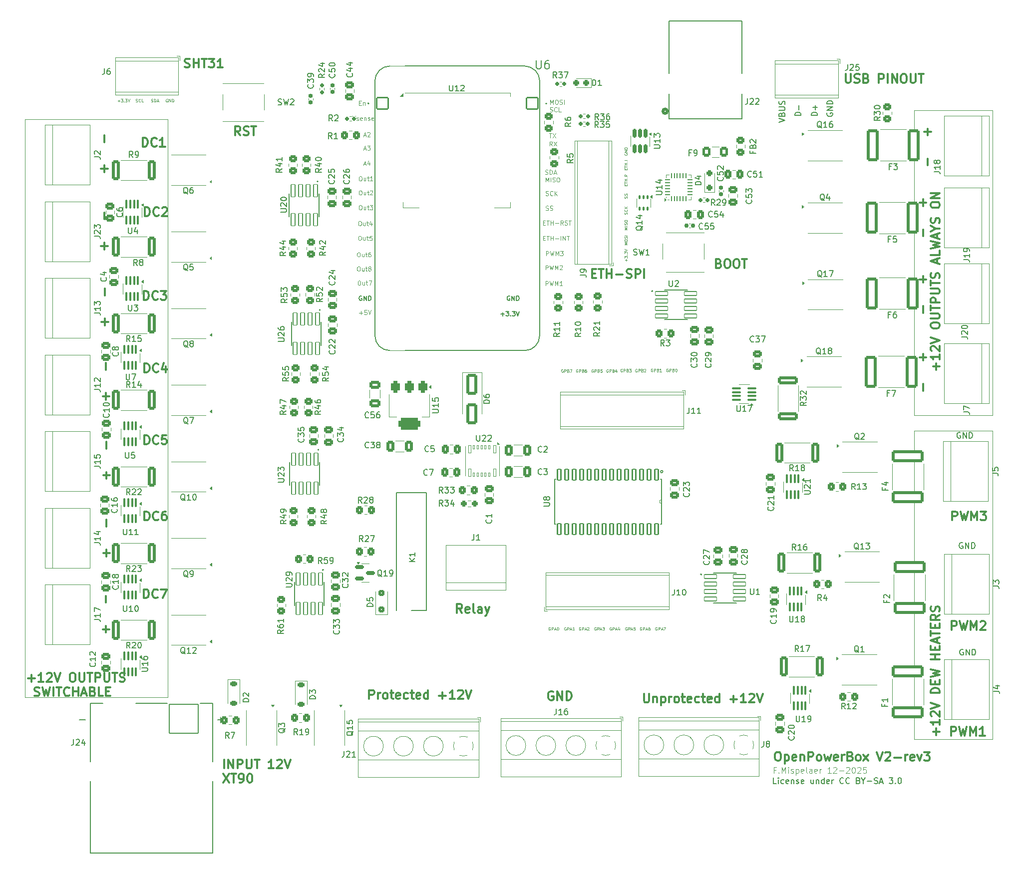
<source format=gbr>
%TF.GenerationSoftware,KiCad,Pcbnew,8.0.1*%
%TF.CreationDate,2026-02-13T23:09:19+01:00*%
%TF.ProjectId,PowerBox2.2 KICAD,506f7765-7242-46f7-9832-2e32204b4943,rev?*%
%TF.SameCoordinates,Original*%
%TF.FileFunction,Legend,Top*%
%TF.FilePolarity,Positive*%
%FSLAX46Y46*%
G04 Gerber Fmt 4.6, Leading zero omitted, Abs format (unit mm)*
G04 Created by KiCad (PCBNEW 8.0.1) date 2026-02-13 23:09:19*
%MOMM*%
%LPD*%
G01*
G04 APERTURE LIST*
G04 Aperture macros list*
%AMRoundRect*
0 Rectangle with rounded corners*
0 $1 Rounding radius*
0 $2 $3 $4 $5 $6 $7 $8 $9 X,Y pos of 4 corners*
0 Add a 4 corners polygon primitive as box body*
4,1,4,$2,$3,$4,$5,$6,$7,$8,$9,$2,$3,0*
0 Add four circle primitives for the rounded corners*
1,1,$1+$1,$2,$3*
1,1,$1+$1,$4,$5*
1,1,$1+$1,$6,$7*
1,1,$1+$1,$8,$9*
0 Add four rect primitives between the rounded corners*
20,1,$1+$1,$2,$3,$4,$5,0*
20,1,$1+$1,$4,$5,$6,$7,0*
20,1,$1+$1,$6,$7,$8,$9,0*
20,1,$1+$1,$8,$9,$2,$3,0*%
%AMFreePoly0*
4,1,13,0.750000,1.250000,1.250000,1.250000,1.250000,-1.250000,0.750000,-1.250000,0.750000,-2.300000,-0.750000,-2.300000,-0.750000,-1.250000,-1.250000,-1.250000,-1.250000,1.250000,-0.750000,1.250000,-0.750000,2.300000,0.750000,2.300000,0.750000,1.250000,0.750000,1.250000,$1*%
G04 Aperture macros list end*
%ADD10C,0.120000*%
%ADD11C,0.125000*%
%ADD12C,0.300000*%
%ADD13C,0.187500*%
%ADD14C,0.150000*%
%ADD15C,0.200000*%
%ADD16C,0.127000*%
%ADD17C,0.152400*%
%ADD18C,0.508000*%
%ADD19C,0.100000*%
%ADD20R,0.610000X1.270000*%
%ADD21R,3.910000X3.810000*%
%ADD22R,0.610000X1.020000*%
%ADD23RoundRect,0.100000X-0.100000X0.225000X-0.100000X-0.225000X0.100000X-0.225000X0.100000X0.225000X0*%
%ADD24RoundRect,0.249999X-0.450001X-1.425001X0.450001X-1.425001X0.450001X1.425001X-0.450001X1.425001X0*%
%ADD25RoundRect,0.162500X-0.162500X0.617500X-0.162500X-0.617500X0.162500X-0.617500X0.162500X0.617500X0*%
%ADD26RoundRect,0.250000X-0.450000X0.350000X-0.450000X-0.350000X0.450000X-0.350000X0.450000X0.350000X0*%
%ADD27R,3.000000X3.000000*%
%ADD28C,3.000000*%
%ADD29RoundRect,0.250000X0.350000X0.450000X-0.350000X0.450000X-0.350000X-0.450000X0.350000X-0.450000X0*%
%ADD30RoundRect,0.250000X0.450000X-0.350000X0.450000X0.350000X-0.450000X0.350000X-0.450000X-0.350000X0*%
%ADD31RoundRect,0.225000X-0.375000X0.225000X-0.375000X-0.225000X0.375000X-0.225000X0.375000X0.225000X0*%
%ADD32RoundRect,0.160000X-0.197500X-0.160000X0.197500X-0.160000X0.197500X0.160000X-0.197500X0.160000X0*%
%ADD33RoundRect,0.155000X-0.155000X0.212500X-0.155000X-0.212500X0.155000X-0.212500X0.155000X0.212500X0*%
%ADD34RoundRect,0.100000X-0.100000X0.680000X-0.100000X-0.680000X0.100000X-0.680000X0.100000X0.680000X0*%
%ADD35C,0.800000*%
%ADD36C,6.400000*%
%ADD37RoundRect,0.250001X-2.474999X0.799999X-2.474999X-0.799999X2.474999X-0.799999X2.474999X0.799999X0*%
%ADD38C,5.120000*%
%ADD39RoundRect,0.102000X-2.458000X-2.458000X2.458000X-2.458000X2.458000X2.458000X-2.458000X2.458000X0*%
%ADD40O,1.504000X2.804000*%
%ADD41R,2.200000X2.200000*%
%ADD42C,2.200000*%
%ADD43RoundRect,0.155000X0.155000X-0.212500X0.155000X0.212500X-0.155000X0.212500X-0.155000X-0.212500X0*%
%ADD44RoundRect,0.050000X-0.200000X0.650000X-0.200000X-0.650000X0.200000X-0.650000X0.200000X0.650000X0*%
%ADD45RoundRect,0.050050X-0.124950X0.299950X-0.124950X-0.299950X0.124950X-0.299950X0.124950X0.299950X0*%
%ADD46C,0.500000*%
%ADD47FreePoly0,270.000000*%
%ADD48RoundRect,0.250000X0.300000X-0.300000X0.300000X0.300000X-0.300000X0.300000X-0.300000X-0.300000X0*%
%ADD49RoundRect,0.250000X-0.412500X-0.650000X0.412500X-0.650000X0.412500X0.650000X-0.412500X0.650000X0*%
%ADD50RoundRect,0.056280X-0.345720X1.030720X-0.345720X-1.030720X0.345720X-1.030720X0.345720X1.030720X0*%
%ADD51RoundRect,0.250000X-0.475000X0.337500X-0.475000X-0.337500X0.475000X-0.337500X0.475000X0.337500X0*%
%ADD52RoundRect,0.250000X-0.650000X1.500000X-0.650000X-1.500000X0.650000X-1.500000X0.650000X1.500000X0*%
%ADD53RoundRect,0.160000X0.197500X0.160000X-0.197500X0.160000X-0.197500X-0.160000X0.197500X-0.160000X0*%
%ADD54R,1.270000X0.610000*%
%ADD55R,3.810000X3.910000*%
%ADD56R,1.020000X0.610000*%
%ADD57RoundRect,0.250000X0.475000X-0.337500X0.475000X0.337500X-0.475000X0.337500X-0.475000X-0.337500X0*%
%ADD58RoundRect,0.250000X-0.350000X-0.450000X0.350000X-0.450000X0.350000X0.450000X-0.350000X0.450000X0*%
%ADD59RoundRect,0.056280X-1.030720X-0.345720X1.030720X-0.345720X1.030720X0.345720X-1.030720X0.345720X0*%
%ADD60RoundRect,0.250000X-0.650000X0.412500X-0.650000X-0.412500X0.650000X-0.412500X0.650000X0.412500X0*%
%ADD61RoundRect,0.250001X0.799999X2.474999X-0.799999X2.474999X-0.799999X-2.474999X0.799999X-2.474999X0*%
%ADD62R,1.550000X1.300000*%
%ADD63RoundRect,0.249999X0.450001X1.425001X-0.450001X1.425001X-0.450001X-1.425001X0.450001X-1.425001X0*%
%ADD64RoundRect,0.250000X0.337500X0.475000X-0.337500X0.475000X-0.337500X-0.475000X0.337500X-0.475000X0*%
%ADD65RoundRect,0.375000X-0.375000X0.625000X-0.375000X-0.625000X0.375000X-0.625000X0.375000X0.625000X0*%
%ADD66RoundRect,0.500000X-1.400000X0.500000X-1.400000X-0.500000X1.400000X-0.500000X1.400000X0.500000X0*%
%ADD67C,1.422400*%
%ADD68C,2.819400*%
%ADD69RoundRect,0.155000X-0.212500X-0.155000X0.212500X-0.155000X0.212500X0.155000X-0.212500X0.155000X0*%
%ADD70RoundRect,0.160000X-0.160000X0.197500X-0.160000X-0.197500X0.160000X-0.197500X0.160000X0.197500X0*%
%ADD71RoundRect,0.062500X0.062500X-0.350000X0.062500X0.350000X-0.062500X0.350000X-0.062500X-0.350000X0*%
%ADD72RoundRect,0.062500X0.350000X-0.062500X0.350000X0.062500X-0.350000X0.062500X-0.350000X-0.062500X0*%
%ADD73R,2.600000X2.600000*%
%ADD74RoundRect,0.102000X-0.965000X-0.965000X0.965000X-0.965000X0.965000X0.965000X-0.965000X0.965000X0*%
%ADD75C,2.134000*%
%ADD76RoundRect,0.120600X-0.281400X0.936400X-0.281400X-0.936400X0.281400X-0.936400X0.281400X0.936400X0*%
%ADD77RoundRect,0.250000X-0.337500X-0.475000X0.337500X-0.475000X0.337500X0.475000X-0.337500X0.475000X0*%
%ADD78RoundRect,0.249999X-1.425001X0.450001X-1.425001X-0.450001X1.425001X-0.450001X1.425001X0.450001X0*%
%ADD79C,2.600000*%
%ADD80RoundRect,0.250000X0.250000X-0.250000X0.250000X0.250000X-0.250000X0.250000X-0.250000X-0.250000X0*%
%ADD81RoundRect,0.250000X0.412500X0.650000X-0.412500X0.650000X-0.412500X-0.650000X0.412500X-0.650000X0*%
%ADD82RoundRect,0.237500X0.287500X0.237500X-0.287500X0.237500X-0.287500X-0.237500X0.287500X-0.237500X0*%
%ADD83RoundRect,0.250001X0.462499X0.624999X-0.462499X0.624999X-0.462499X-0.624999X0.462499X-0.624999X0*%
%ADD84RoundRect,0.237500X0.250000X0.237500X-0.250000X0.237500X-0.250000X-0.237500X0.250000X-0.237500X0*%
%ADD85RoundRect,0.250000X-0.450000X0.325000X-0.450000X-0.325000X0.450000X-0.325000X0.450000X0.325000X0*%
%ADD86RoundRect,0.100000X0.680000X0.100000X-0.680000X0.100000X-0.680000X-0.100000X0.680000X-0.100000X0*%
%ADD87C,1.854000*%
%ADD88R,1.500000X0.900000*%
%ADD89R,0.900000X1.500000*%
%ADD90RoundRect,0.150000X-0.587500X-0.150000X0.587500X-0.150000X0.587500X0.150000X-0.587500X0.150000X0*%
G04 APERTURE END LIST*
D10*
X72150000Y-54100000D02*
X96400000Y-54100000D01*
X96400000Y-152100000D01*
X72150000Y-152100000D01*
X72150000Y-54100000D01*
X222950000Y-106950000D02*
X236300000Y-106950000D01*
X236300000Y-159200000D01*
X222950000Y-159200000D01*
X222950000Y-106950000D01*
X222950000Y-52550000D02*
X236300000Y-52550000D01*
X236300000Y-104325000D01*
X222950000Y-104325000D01*
X222950000Y-52550000D01*
D11*
X161589378Y-58601714D02*
X161339378Y-58244571D01*
X161160807Y-58601714D02*
X161160807Y-57851714D01*
X161160807Y-57851714D02*
X161446521Y-57851714D01*
X161446521Y-57851714D02*
X161517950Y-57887428D01*
X161517950Y-57887428D02*
X161553664Y-57923142D01*
X161553664Y-57923142D02*
X161589378Y-57994571D01*
X161589378Y-57994571D02*
X161589378Y-58101714D01*
X161589378Y-58101714D02*
X161553664Y-58173142D01*
X161553664Y-58173142D02*
X161517950Y-58208857D01*
X161517950Y-58208857D02*
X161446521Y-58244571D01*
X161446521Y-58244571D02*
X161160807Y-58244571D01*
X161839378Y-57851714D02*
X162339378Y-58601714D01*
X162339378Y-57851714D02*
X161839378Y-58601714D01*
X160060807Y-74208857D02*
X160310807Y-74208857D01*
X160417950Y-74601714D02*
X160060807Y-74601714D01*
X160060807Y-74601714D02*
X160060807Y-73851714D01*
X160060807Y-73851714D02*
X160417950Y-73851714D01*
X160632235Y-73851714D02*
X161060807Y-73851714D01*
X160846521Y-74601714D02*
X160846521Y-73851714D01*
X161310807Y-74601714D02*
X161310807Y-73851714D01*
X161310807Y-74208857D02*
X161739378Y-74208857D01*
X161739378Y-74601714D02*
X161739378Y-73851714D01*
X162096521Y-74316000D02*
X162667950Y-74316000D01*
X163025092Y-74601714D02*
X163025092Y-73851714D01*
X163382235Y-74601714D02*
X163382235Y-73851714D01*
X163382235Y-73851714D02*
X163810806Y-74601714D01*
X163810806Y-74601714D02*
X163810806Y-73851714D01*
X164060806Y-73851714D02*
X164489378Y-73851714D01*
X164275092Y-74601714D02*
X164275092Y-73851714D01*
D12*
X92454510Y-109200828D02*
X92454510Y-107700828D01*
X92454510Y-107700828D02*
X92811653Y-107700828D01*
X92811653Y-107700828D02*
X93025939Y-107772257D01*
X93025939Y-107772257D02*
X93168796Y-107915114D01*
X93168796Y-107915114D02*
X93240225Y-108057971D01*
X93240225Y-108057971D02*
X93311653Y-108343685D01*
X93311653Y-108343685D02*
X93311653Y-108557971D01*
X93311653Y-108557971D02*
X93240225Y-108843685D01*
X93240225Y-108843685D02*
X93168796Y-108986542D01*
X93168796Y-108986542D02*
X93025939Y-109129400D01*
X93025939Y-109129400D02*
X92811653Y-109200828D01*
X92811653Y-109200828D02*
X92454510Y-109200828D01*
X94811653Y-109057971D02*
X94740225Y-109129400D01*
X94740225Y-109129400D02*
X94525939Y-109200828D01*
X94525939Y-109200828D02*
X94383082Y-109200828D01*
X94383082Y-109200828D02*
X94168796Y-109129400D01*
X94168796Y-109129400D02*
X94025939Y-108986542D01*
X94025939Y-108986542D02*
X93954510Y-108843685D01*
X93954510Y-108843685D02*
X93883082Y-108557971D01*
X93883082Y-108557971D02*
X93883082Y-108343685D01*
X93883082Y-108343685D02*
X93954510Y-108057971D01*
X93954510Y-108057971D02*
X94025939Y-107915114D01*
X94025939Y-107915114D02*
X94168796Y-107772257D01*
X94168796Y-107772257D02*
X94383082Y-107700828D01*
X94383082Y-107700828D02*
X94525939Y-107700828D01*
X94525939Y-107700828D02*
X94740225Y-107772257D01*
X94740225Y-107772257D02*
X94811653Y-107843685D01*
X96168796Y-107700828D02*
X95454510Y-107700828D01*
X95454510Y-107700828D02*
X95383082Y-108415114D01*
X95383082Y-108415114D02*
X95454510Y-108343685D01*
X95454510Y-108343685D02*
X95597368Y-108272257D01*
X95597368Y-108272257D02*
X95954510Y-108272257D01*
X95954510Y-108272257D02*
X96097368Y-108343685D01*
X96097368Y-108343685D02*
X96168796Y-108415114D01*
X96168796Y-108415114D02*
X96240225Y-108557971D01*
X96240225Y-108557971D02*
X96240225Y-108915114D01*
X96240225Y-108915114D02*
X96168796Y-109057971D01*
X96168796Y-109057971D02*
X96097368Y-109129400D01*
X96097368Y-109129400D02*
X95954510Y-109200828D01*
X95954510Y-109200828D02*
X95597368Y-109200828D01*
X95597368Y-109200828D02*
X95454510Y-109129400D01*
X95454510Y-109129400D02*
X95383082Y-109057971D01*
X225270600Y-55654510D02*
X225270600Y-56797368D01*
X224699171Y-56225939D02*
X225842028Y-56225939D01*
D13*
X129294783Y-84084178D02*
X129223355Y-84048464D01*
X129223355Y-84048464D02*
X129116212Y-84048464D01*
X129116212Y-84048464D02*
X129009069Y-84084178D01*
X129009069Y-84084178D02*
X128937640Y-84155607D01*
X128937640Y-84155607D02*
X128901926Y-84227035D01*
X128901926Y-84227035D02*
X128866212Y-84369892D01*
X128866212Y-84369892D02*
X128866212Y-84477035D01*
X128866212Y-84477035D02*
X128901926Y-84619892D01*
X128901926Y-84619892D02*
X128937640Y-84691321D01*
X128937640Y-84691321D02*
X129009069Y-84762750D01*
X129009069Y-84762750D02*
X129116212Y-84798464D01*
X129116212Y-84798464D02*
X129187640Y-84798464D01*
X129187640Y-84798464D02*
X129294783Y-84762750D01*
X129294783Y-84762750D02*
X129330497Y-84727035D01*
X129330497Y-84727035D02*
X129330497Y-84477035D01*
X129330497Y-84477035D02*
X129187640Y-84477035D01*
X129651926Y-84798464D02*
X129651926Y-84048464D01*
X129651926Y-84048464D02*
X130080497Y-84798464D01*
X130080497Y-84798464D02*
X130080497Y-84048464D01*
X130437640Y-84798464D02*
X130437640Y-84048464D01*
X130437640Y-84048464D02*
X130616211Y-84048464D01*
X130616211Y-84048464D02*
X130723354Y-84084178D01*
X130723354Y-84084178D02*
X130794783Y-84155607D01*
X130794783Y-84155607D02*
X130830497Y-84227035D01*
X130830497Y-84227035D02*
X130866211Y-84369892D01*
X130866211Y-84369892D02*
X130866211Y-84477035D01*
X130866211Y-84477035D02*
X130830497Y-84619892D01*
X130830497Y-84619892D02*
X130794783Y-84691321D01*
X130794783Y-84691321D02*
X130723354Y-84762750D01*
X130723354Y-84762750D02*
X130616211Y-84798464D01*
X130616211Y-84798464D02*
X130437640Y-84798464D01*
D12*
X85629400Y-63045489D02*
X85629400Y-61902632D01*
X86200828Y-62474060D02*
X85057971Y-62474060D01*
D11*
X128860807Y-51308857D02*
X129110807Y-51308857D01*
X129217950Y-51701714D02*
X128860807Y-51701714D01*
X128860807Y-51701714D02*
X128860807Y-50951714D01*
X128860807Y-50951714D02*
X129217950Y-50951714D01*
X129539378Y-51201714D02*
X129539378Y-51701714D01*
X129539378Y-51273142D02*
X129575092Y-51237428D01*
X129575092Y-51237428D02*
X129646521Y-51201714D01*
X129646521Y-51201714D02*
X129753664Y-51201714D01*
X129753664Y-51201714D02*
X129825092Y-51237428D01*
X129825092Y-51237428D02*
X129860807Y-51308857D01*
X129860807Y-51308857D02*
X129860807Y-51701714D01*
D12*
X86029400Y-109945489D02*
X86029400Y-108802632D01*
X85929400Y-141145489D02*
X85929400Y-140002632D01*
X86500828Y-140574060D02*
X85357971Y-140574060D01*
X85629400Y-57945489D02*
X85629400Y-56802632D01*
D11*
X174332309Y-72748716D02*
X173832309Y-72748716D01*
X173832309Y-72748716D02*
X174189452Y-72582049D01*
X174189452Y-72582049D02*
X173832309Y-72415383D01*
X173832309Y-72415383D02*
X174332309Y-72415383D01*
X174332309Y-72177287D02*
X173832309Y-72177287D01*
X174308500Y-71963001D02*
X174332309Y-71891573D01*
X174332309Y-71891573D02*
X174332309Y-71772525D01*
X174332309Y-71772525D02*
X174308500Y-71724906D01*
X174308500Y-71724906D02*
X174284690Y-71701097D01*
X174284690Y-71701097D02*
X174237071Y-71677287D01*
X174237071Y-71677287D02*
X174189452Y-71677287D01*
X174189452Y-71677287D02*
X174141833Y-71701097D01*
X174141833Y-71701097D02*
X174118023Y-71724906D01*
X174118023Y-71724906D02*
X174094214Y-71772525D01*
X174094214Y-71772525D02*
X174070404Y-71867763D01*
X174070404Y-71867763D02*
X174046595Y-71915382D01*
X174046595Y-71915382D02*
X174022785Y-71939192D01*
X174022785Y-71939192D02*
X173975166Y-71963001D01*
X173975166Y-71963001D02*
X173927547Y-71963001D01*
X173927547Y-71963001D02*
X173879928Y-71939192D01*
X173879928Y-71939192D02*
X173856119Y-71915382D01*
X173856119Y-71915382D02*
X173832309Y-71867763D01*
X173832309Y-71867763D02*
X173832309Y-71748716D01*
X173832309Y-71748716D02*
X173856119Y-71677287D01*
X173832309Y-71367764D02*
X173832309Y-71272526D01*
X173832309Y-71272526D02*
X173856119Y-71224907D01*
X173856119Y-71224907D02*
X173903738Y-71177288D01*
X173903738Y-71177288D02*
X173998976Y-71153478D01*
X173998976Y-71153478D02*
X174165642Y-71153478D01*
X174165642Y-71153478D02*
X174260880Y-71177288D01*
X174260880Y-71177288D02*
X174308500Y-71224907D01*
X174308500Y-71224907D02*
X174332309Y-71272526D01*
X174332309Y-71272526D02*
X174332309Y-71367764D01*
X174332309Y-71367764D02*
X174308500Y-71415383D01*
X174308500Y-71415383D02*
X174260880Y-71463002D01*
X174260880Y-71463002D02*
X174165642Y-71486811D01*
X174165642Y-71486811D02*
X173998976Y-71486811D01*
X173998976Y-71486811D02*
X173903738Y-71463002D01*
X173903738Y-71463002D02*
X173856119Y-71415383D01*
X173856119Y-71415383D02*
X173832309Y-71367764D01*
X163413188Y-96506119D02*
X163365569Y-96482309D01*
X163365569Y-96482309D02*
X163294140Y-96482309D01*
X163294140Y-96482309D02*
X163222712Y-96506119D01*
X163222712Y-96506119D02*
X163175093Y-96553738D01*
X163175093Y-96553738D02*
X163151283Y-96601357D01*
X163151283Y-96601357D02*
X163127474Y-96696595D01*
X163127474Y-96696595D02*
X163127474Y-96768023D01*
X163127474Y-96768023D02*
X163151283Y-96863261D01*
X163151283Y-96863261D02*
X163175093Y-96910880D01*
X163175093Y-96910880D02*
X163222712Y-96958500D01*
X163222712Y-96958500D02*
X163294140Y-96982309D01*
X163294140Y-96982309D02*
X163341759Y-96982309D01*
X163341759Y-96982309D02*
X163413188Y-96958500D01*
X163413188Y-96958500D02*
X163436997Y-96934690D01*
X163436997Y-96934690D02*
X163436997Y-96768023D01*
X163436997Y-96768023D02*
X163341759Y-96768023D01*
X163651283Y-96982309D02*
X163651283Y-96482309D01*
X163651283Y-96482309D02*
X163841759Y-96482309D01*
X163841759Y-96482309D02*
X163889378Y-96506119D01*
X163889378Y-96506119D02*
X163913188Y-96529928D01*
X163913188Y-96529928D02*
X163936997Y-96577547D01*
X163936997Y-96577547D02*
X163936997Y-96648976D01*
X163936997Y-96648976D02*
X163913188Y-96696595D01*
X163913188Y-96696595D02*
X163889378Y-96720404D01*
X163889378Y-96720404D02*
X163841759Y-96744214D01*
X163841759Y-96744214D02*
X163651283Y-96744214D01*
X164317950Y-96720404D02*
X164389378Y-96744214D01*
X164389378Y-96744214D02*
X164413188Y-96768023D01*
X164413188Y-96768023D02*
X164436997Y-96815642D01*
X164436997Y-96815642D02*
X164436997Y-96887071D01*
X164436997Y-96887071D02*
X164413188Y-96934690D01*
X164413188Y-96934690D02*
X164389378Y-96958500D01*
X164389378Y-96958500D02*
X164341759Y-96982309D01*
X164341759Y-96982309D02*
X164151283Y-96982309D01*
X164151283Y-96982309D02*
X164151283Y-96482309D01*
X164151283Y-96482309D02*
X164317950Y-96482309D01*
X164317950Y-96482309D02*
X164365569Y-96506119D01*
X164365569Y-96506119D02*
X164389378Y-96529928D01*
X164389378Y-96529928D02*
X164413188Y-96577547D01*
X164413188Y-96577547D02*
X164413188Y-96625166D01*
X164413188Y-96625166D02*
X164389378Y-96672785D01*
X164389378Y-96672785D02*
X164365569Y-96696595D01*
X164365569Y-96696595D02*
X164317950Y-96720404D01*
X164317950Y-96720404D02*
X164151283Y-96720404D01*
X164603664Y-96482309D02*
X164936997Y-96482309D01*
X164936997Y-96482309D02*
X164722712Y-96982309D01*
X175963188Y-96456119D02*
X175915569Y-96432309D01*
X175915569Y-96432309D02*
X175844140Y-96432309D01*
X175844140Y-96432309D02*
X175772712Y-96456119D01*
X175772712Y-96456119D02*
X175725093Y-96503738D01*
X175725093Y-96503738D02*
X175701283Y-96551357D01*
X175701283Y-96551357D02*
X175677474Y-96646595D01*
X175677474Y-96646595D02*
X175677474Y-96718023D01*
X175677474Y-96718023D02*
X175701283Y-96813261D01*
X175701283Y-96813261D02*
X175725093Y-96860880D01*
X175725093Y-96860880D02*
X175772712Y-96908500D01*
X175772712Y-96908500D02*
X175844140Y-96932309D01*
X175844140Y-96932309D02*
X175891759Y-96932309D01*
X175891759Y-96932309D02*
X175963188Y-96908500D01*
X175963188Y-96908500D02*
X175986997Y-96884690D01*
X175986997Y-96884690D02*
X175986997Y-96718023D01*
X175986997Y-96718023D02*
X175891759Y-96718023D01*
X176201283Y-96932309D02*
X176201283Y-96432309D01*
X176201283Y-96432309D02*
X176391759Y-96432309D01*
X176391759Y-96432309D02*
X176439378Y-96456119D01*
X176439378Y-96456119D02*
X176463188Y-96479928D01*
X176463188Y-96479928D02*
X176486997Y-96527547D01*
X176486997Y-96527547D02*
X176486997Y-96598976D01*
X176486997Y-96598976D02*
X176463188Y-96646595D01*
X176463188Y-96646595D02*
X176439378Y-96670404D01*
X176439378Y-96670404D02*
X176391759Y-96694214D01*
X176391759Y-96694214D02*
X176201283Y-96694214D01*
X176867950Y-96670404D02*
X176939378Y-96694214D01*
X176939378Y-96694214D02*
X176963188Y-96718023D01*
X176963188Y-96718023D02*
X176986997Y-96765642D01*
X176986997Y-96765642D02*
X176986997Y-96837071D01*
X176986997Y-96837071D02*
X176963188Y-96884690D01*
X176963188Y-96884690D02*
X176939378Y-96908500D01*
X176939378Y-96908500D02*
X176891759Y-96932309D01*
X176891759Y-96932309D02*
X176701283Y-96932309D01*
X176701283Y-96932309D02*
X176701283Y-96432309D01*
X176701283Y-96432309D02*
X176867950Y-96432309D01*
X176867950Y-96432309D02*
X176915569Y-96456119D01*
X176915569Y-96456119D02*
X176939378Y-96479928D01*
X176939378Y-96479928D02*
X176963188Y-96527547D01*
X176963188Y-96527547D02*
X176963188Y-96575166D01*
X176963188Y-96575166D02*
X176939378Y-96622785D01*
X176939378Y-96622785D02*
X176915569Y-96646595D01*
X176915569Y-96646595D02*
X176867950Y-96670404D01*
X176867950Y-96670404D02*
X176701283Y-96670404D01*
X177177474Y-96479928D02*
X177201283Y-96456119D01*
X177201283Y-96456119D02*
X177248902Y-96432309D01*
X177248902Y-96432309D02*
X177367950Y-96432309D01*
X177367950Y-96432309D02*
X177415569Y-96456119D01*
X177415569Y-96456119D02*
X177439378Y-96479928D01*
X177439378Y-96479928D02*
X177463188Y-96527547D01*
X177463188Y-96527547D02*
X177463188Y-96575166D01*
X177463188Y-96575166D02*
X177439378Y-96646595D01*
X177439378Y-96646595D02*
X177153664Y-96932309D01*
X177153664Y-96932309D02*
X177463188Y-96932309D01*
X169013188Y-140256119D02*
X168965569Y-140232309D01*
X168965569Y-140232309D02*
X168894140Y-140232309D01*
X168894140Y-140232309D02*
X168822712Y-140256119D01*
X168822712Y-140256119D02*
X168775093Y-140303738D01*
X168775093Y-140303738D02*
X168751283Y-140351357D01*
X168751283Y-140351357D02*
X168727474Y-140446595D01*
X168727474Y-140446595D02*
X168727474Y-140518023D01*
X168727474Y-140518023D02*
X168751283Y-140613261D01*
X168751283Y-140613261D02*
X168775093Y-140660880D01*
X168775093Y-140660880D02*
X168822712Y-140708500D01*
X168822712Y-140708500D02*
X168894140Y-140732309D01*
X168894140Y-140732309D02*
X168941759Y-140732309D01*
X168941759Y-140732309D02*
X169013188Y-140708500D01*
X169013188Y-140708500D02*
X169036997Y-140684690D01*
X169036997Y-140684690D02*
X169036997Y-140518023D01*
X169036997Y-140518023D02*
X168941759Y-140518023D01*
X169251283Y-140732309D02*
X169251283Y-140232309D01*
X169251283Y-140232309D02*
X169441759Y-140232309D01*
X169441759Y-140232309D02*
X169489378Y-140256119D01*
X169489378Y-140256119D02*
X169513188Y-140279928D01*
X169513188Y-140279928D02*
X169536997Y-140327547D01*
X169536997Y-140327547D02*
X169536997Y-140398976D01*
X169536997Y-140398976D02*
X169513188Y-140446595D01*
X169513188Y-140446595D02*
X169489378Y-140470404D01*
X169489378Y-140470404D02*
X169441759Y-140494214D01*
X169441759Y-140494214D02*
X169251283Y-140494214D01*
X169727474Y-140589452D02*
X169965569Y-140589452D01*
X169679855Y-140732309D02*
X169846521Y-140232309D01*
X169846521Y-140232309D02*
X170013188Y-140732309D01*
X170132235Y-140232309D02*
X170441759Y-140232309D01*
X170441759Y-140232309D02*
X170275092Y-140422785D01*
X170275092Y-140422785D02*
X170346521Y-140422785D01*
X170346521Y-140422785D02*
X170394140Y-140446595D01*
X170394140Y-140446595D02*
X170417949Y-140470404D01*
X170417949Y-140470404D02*
X170441759Y-140518023D01*
X170441759Y-140518023D02*
X170441759Y-140637071D01*
X170441759Y-140637071D02*
X170417949Y-140684690D01*
X170417949Y-140684690D02*
X170394140Y-140708500D01*
X170394140Y-140708500D02*
X170346521Y-140732309D01*
X170346521Y-140732309D02*
X170203664Y-140732309D01*
X170203664Y-140732309D02*
X170156045Y-140708500D01*
X170156045Y-140708500D02*
X170132235Y-140684690D01*
D12*
X225270600Y-60754510D02*
X225270600Y-61897368D01*
D11*
X96363188Y-50656119D02*
X96315569Y-50632309D01*
X96315569Y-50632309D02*
X96244140Y-50632309D01*
X96244140Y-50632309D02*
X96172712Y-50656119D01*
X96172712Y-50656119D02*
X96125093Y-50703738D01*
X96125093Y-50703738D02*
X96101283Y-50751357D01*
X96101283Y-50751357D02*
X96077474Y-50846595D01*
X96077474Y-50846595D02*
X96077474Y-50918023D01*
X96077474Y-50918023D02*
X96101283Y-51013261D01*
X96101283Y-51013261D02*
X96125093Y-51060880D01*
X96125093Y-51060880D02*
X96172712Y-51108500D01*
X96172712Y-51108500D02*
X96244140Y-51132309D01*
X96244140Y-51132309D02*
X96291759Y-51132309D01*
X96291759Y-51132309D02*
X96363188Y-51108500D01*
X96363188Y-51108500D02*
X96386997Y-51084690D01*
X96386997Y-51084690D02*
X96386997Y-50918023D01*
X96386997Y-50918023D02*
X96291759Y-50918023D01*
X96601283Y-51132309D02*
X96601283Y-50632309D01*
X96601283Y-50632309D02*
X96886997Y-51132309D01*
X96886997Y-51132309D02*
X96886997Y-50632309D01*
X97125093Y-51132309D02*
X97125093Y-50632309D01*
X97125093Y-50632309D02*
X97244141Y-50632309D01*
X97244141Y-50632309D02*
X97315569Y-50656119D01*
X97315569Y-50656119D02*
X97363188Y-50703738D01*
X97363188Y-50703738D02*
X97386998Y-50751357D01*
X97386998Y-50751357D02*
X97410807Y-50846595D01*
X97410807Y-50846595D02*
X97410807Y-50918023D01*
X97410807Y-50918023D02*
X97386998Y-51013261D01*
X97386998Y-51013261D02*
X97363188Y-51060880D01*
X97363188Y-51060880D02*
X97315569Y-51108500D01*
X97315569Y-51108500D02*
X97244141Y-51132309D01*
X97244141Y-51132309D02*
X97125093Y-51132309D01*
X174263188Y-140256119D02*
X174215569Y-140232309D01*
X174215569Y-140232309D02*
X174144140Y-140232309D01*
X174144140Y-140232309D02*
X174072712Y-140256119D01*
X174072712Y-140256119D02*
X174025093Y-140303738D01*
X174025093Y-140303738D02*
X174001283Y-140351357D01*
X174001283Y-140351357D02*
X173977474Y-140446595D01*
X173977474Y-140446595D02*
X173977474Y-140518023D01*
X173977474Y-140518023D02*
X174001283Y-140613261D01*
X174001283Y-140613261D02*
X174025093Y-140660880D01*
X174025093Y-140660880D02*
X174072712Y-140708500D01*
X174072712Y-140708500D02*
X174144140Y-140732309D01*
X174144140Y-140732309D02*
X174191759Y-140732309D01*
X174191759Y-140732309D02*
X174263188Y-140708500D01*
X174263188Y-140708500D02*
X174286997Y-140684690D01*
X174286997Y-140684690D02*
X174286997Y-140518023D01*
X174286997Y-140518023D02*
X174191759Y-140518023D01*
X174501283Y-140732309D02*
X174501283Y-140232309D01*
X174501283Y-140232309D02*
X174691759Y-140232309D01*
X174691759Y-140232309D02*
X174739378Y-140256119D01*
X174739378Y-140256119D02*
X174763188Y-140279928D01*
X174763188Y-140279928D02*
X174786997Y-140327547D01*
X174786997Y-140327547D02*
X174786997Y-140398976D01*
X174786997Y-140398976D02*
X174763188Y-140446595D01*
X174763188Y-140446595D02*
X174739378Y-140470404D01*
X174739378Y-140470404D02*
X174691759Y-140494214D01*
X174691759Y-140494214D02*
X174501283Y-140494214D01*
X174977474Y-140589452D02*
X175215569Y-140589452D01*
X174929855Y-140732309D02*
X175096521Y-140232309D01*
X175096521Y-140232309D02*
X175263188Y-140732309D01*
X175667949Y-140232309D02*
X175429854Y-140232309D01*
X175429854Y-140232309D02*
X175406045Y-140470404D01*
X175406045Y-140470404D02*
X175429854Y-140446595D01*
X175429854Y-140446595D02*
X175477473Y-140422785D01*
X175477473Y-140422785D02*
X175596521Y-140422785D01*
X175596521Y-140422785D02*
X175644140Y-140446595D01*
X175644140Y-140446595D02*
X175667949Y-140470404D01*
X175667949Y-140470404D02*
X175691759Y-140518023D01*
X175691759Y-140518023D02*
X175691759Y-140637071D01*
X175691759Y-140637071D02*
X175667949Y-140684690D01*
X175667949Y-140684690D02*
X175644140Y-140708500D01*
X175644140Y-140708500D02*
X175596521Y-140732309D01*
X175596521Y-140732309D02*
X175477473Y-140732309D01*
X175477473Y-140732309D02*
X175429854Y-140708500D01*
X175429854Y-140708500D02*
X175406045Y-140684690D01*
D12*
X105954510Y-164185912D02*
X105954510Y-162685912D01*
X106668796Y-164185912D02*
X106668796Y-162685912D01*
X106668796Y-162685912D02*
X107525939Y-164185912D01*
X107525939Y-164185912D02*
X107525939Y-162685912D01*
X108240225Y-164185912D02*
X108240225Y-162685912D01*
X108240225Y-162685912D02*
X108811654Y-162685912D01*
X108811654Y-162685912D02*
X108954511Y-162757341D01*
X108954511Y-162757341D02*
X109025940Y-162828769D01*
X109025940Y-162828769D02*
X109097368Y-162971626D01*
X109097368Y-162971626D02*
X109097368Y-163185912D01*
X109097368Y-163185912D02*
X109025940Y-163328769D01*
X109025940Y-163328769D02*
X108954511Y-163400198D01*
X108954511Y-163400198D02*
X108811654Y-163471626D01*
X108811654Y-163471626D02*
X108240225Y-163471626D01*
X109740225Y-162685912D02*
X109740225Y-163900198D01*
X109740225Y-163900198D02*
X109811654Y-164043055D01*
X109811654Y-164043055D02*
X109883083Y-164114484D01*
X109883083Y-164114484D02*
X110025940Y-164185912D01*
X110025940Y-164185912D02*
X110311654Y-164185912D01*
X110311654Y-164185912D02*
X110454511Y-164114484D01*
X110454511Y-164114484D02*
X110525940Y-164043055D01*
X110525940Y-164043055D02*
X110597368Y-163900198D01*
X110597368Y-163900198D02*
X110597368Y-162685912D01*
X111097369Y-162685912D02*
X111954512Y-162685912D01*
X111525940Y-164185912D02*
X111525940Y-162685912D01*
X114383083Y-164185912D02*
X113525940Y-164185912D01*
X113954511Y-164185912D02*
X113954511Y-162685912D01*
X113954511Y-162685912D02*
X113811654Y-162900198D01*
X113811654Y-162900198D02*
X113668797Y-163043055D01*
X113668797Y-163043055D02*
X113525940Y-163114484D01*
X114954511Y-162828769D02*
X115025939Y-162757341D01*
X115025939Y-162757341D02*
X115168797Y-162685912D01*
X115168797Y-162685912D02*
X115525939Y-162685912D01*
X115525939Y-162685912D02*
X115668797Y-162757341D01*
X115668797Y-162757341D02*
X115740225Y-162828769D01*
X115740225Y-162828769D02*
X115811654Y-162971626D01*
X115811654Y-162971626D02*
X115811654Y-163114484D01*
X115811654Y-163114484D02*
X115740225Y-163328769D01*
X115740225Y-163328769D02*
X114883082Y-164185912D01*
X114883082Y-164185912D02*
X115811654Y-164185912D01*
X116240225Y-162685912D02*
X116740225Y-164185912D01*
X116740225Y-164185912D02*
X117240225Y-162685912D01*
X105811653Y-165100828D02*
X106811653Y-166600828D01*
X106811653Y-165100828D02*
X105811653Y-166600828D01*
X107168796Y-165100828D02*
X108025939Y-165100828D01*
X107597367Y-166600828D02*
X107597367Y-165100828D01*
X108597367Y-166600828D02*
X108883081Y-166600828D01*
X108883081Y-166600828D02*
X109025938Y-166529400D01*
X109025938Y-166529400D02*
X109097367Y-166457971D01*
X109097367Y-166457971D02*
X109240224Y-166243685D01*
X109240224Y-166243685D02*
X109311653Y-165957971D01*
X109311653Y-165957971D02*
X109311653Y-165386542D01*
X109311653Y-165386542D02*
X109240224Y-165243685D01*
X109240224Y-165243685D02*
X109168796Y-165172257D01*
X109168796Y-165172257D02*
X109025938Y-165100828D01*
X109025938Y-165100828D02*
X108740224Y-165100828D01*
X108740224Y-165100828D02*
X108597367Y-165172257D01*
X108597367Y-165172257D02*
X108525938Y-165243685D01*
X108525938Y-165243685D02*
X108454510Y-165386542D01*
X108454510Y-165386542D02*
X108454510Y-165743685D01*
X108454510Y-165743685D02*
X108525938Y-165886542D01*
X108525938Y-165886542D02*
X108597367Y-165957971D01*
X108597367Y-165957971D02*
X108740224Y-166029400D01*
X108740224Y-166029400D02*
X109025938Y-166029400D01*
X109025938Y-166029400D02*
X109168796Y-165957971D01*
X109168796Y-165957971D02*
X109240224Y-165886542D01*
X109240224Y-165886542D02*
X109311653Y-165743685D01*
X110240224Y-165100828D02*
X110383081Y-165100828D01*
X110383081Y-165100828D02*
X110525938Y-165172257D01*
X110525938Y-165172257D02*
X110597367Y-165243685D01*
X110597367Y-165243685D02*
X110668795Y-165386542D01*
X110668795Y-165386542D02*
X110740224Y-165672257D01*
X110740224Y-165672257D02*
X110740224Y-166029400D01*
X110740224Y-166029400D02*
X110668795Y-166315114D01*
X110668795Y-166315114D02*
X110597367Y-166457971D01*
X110597367Y-166457971D02*
X110525938Y-166529400D01*
X110525938Y-166529400D02*
X110383081Y-166600828D01*
X110383081Y-166600828D02*
X110240224Y-166600828D01*
X110240224Y-166600828D02*
X110097367Y-166529400D01*
X110097367Y-166529400D02*
X110025938Y-166457971D01*
X110025938Y-166457971D02*
X109954509Y-166315114D01*
X109954509Y-166315114D02*
X109883081Y-166029400D01*
X109883081Y-166029400D02*
X109883081Y-165672257D01*
X109883081Y-165672257D02*
X109954509Y-165386542D01*
X109954509Y-165386542D02*
X110025938Y-165243685D01*
X110025938Y-165243685D02*
X110097367Y-165172257D01*
X110097367Y-165172257D02*
X110240224Y-165100828D01*
D11*
X160525093Y-66966000D02*
X160632236Y-67001714D01*
X160632236Y-67001714D02*
X160810807Y-67001714D01*
X160810807Y-67001714D02*
X160882236Y-66966000D01*
X160882236Y-66966000D02*
X160917950Y-66930285D01*
X160917950Y-66930285D02*
X160953664Y-66858857D01*
X160953664Y-66858857D02*
X160953664Y-66787428D01*
X160953664Y-66787428D02*
X160917950Y-66716000D01*
X160917950Y-66716000D02*
X160882236Y-66680285D01*
X160882236Y-66680285D02*
X160810807Y-66644571D01*
X160810807Y-66644571D02*
X160667950Y-66608857D01*
X160667950Y-66608857D02*
X160596521Y-66573142D01*
X160596521Y-66573142D02*
X160560807Y-66537428D01*
X160560807Y-66537428D02*
X160525093Y-66466000D01*
X160525093Y-66466000D02*
X160525093Y-66394571D01*
X160525093Y-66394571D02*
X160560807Y-66323142D01*
X160560807Y-66323142D02*
X160596521Y-66287428D01*
X160596521Y-66287428D02*
X160667950Y-66251714D01*
X160667950Y-66251714D02*
X160846521Y-66251714D01*
X160846521Y-66251714D02*
X160953664Y-66287428D01*
X161703664Y-66930285D02*
X161667950Y-66966000D01*
X161667950Y-66966000D02*
X161560807Y-67001714D01*
X161560807Y-67001714D02*
X161489379Y-67001714D01*
X161489379Y-67001714D02*
X161382236Y-66966000D01*
X161382236Y-66966000D02*
X161310807Y-66894571D01*
X161310807Y-66894571D02*
X161275093Y-66823142D01*
X161275093Y-66823142D02*
X161239379Y-66680285D01*
X161239379Y-66680285D02*
X161239379Y-66573142D01*
X161239379Y-66573142D02*
X161275093Y-66430285D01*
X161275093Y-66430285D02*
X161310807Y-66358857D01*
X161310807Y-66358857D02*
X161382236Y-66287428D01*
X161382236Y-66287428D02*
X161489379Y-66251714D01*
X161489379Y-66251714D02*
X161560807Y-66251714D01*
X161560807Y-66251714D02*
X161667950Y-66287428D01*
X161667950Y-66287428D02*
X161703664Y-66323142D01*
X162025093Y-67001714D02*
X162025093Y-66251714D01*
X162453664Y-67001714D02*
X162132236Y-66573142D01*
X162453664Y-66251714D02*
X162025093Y-66680285D01*
X128803664Y-81451714D02*
X128946521Y-81451714D01*
X128946521Y-81451714D02*
X129017950Y-81487428D01*
X129017950Y-81487428D02*
X129089378Y-81558857D01*
X129089378Y-81558857D02*
X129125093Y-81701714D01*
X129125093Y-81701714D02*
X129125093Y-81951714D01*
X129125093Y-81951714D02*
X129089378Y-82094571D01*
X129089378Y-82094571D02*
X129017950Y-82166000D01*
X129017950Y-82166000D02*
X128946521Y-82201714D01*
X128946521Y-82201714D02*
X128803664Y-82201714D01*
X128803664Y-82201714D02*
X128732236Y-82166000D01*
X128732236Y-82166000D02*
X128660807Y-82094571D01*
X128660807Y-82094571D02*
X128625093Y-81951714D01*
X128625093Y-81951714D02*
X128625093Y-81701714D01*
X128625093Y-81701714D02*
X128660807Y-81558857D01*
X128660807Y-81558857D02*
X128732236Y-81487428D01*
X128732236Y-81487428D02*
X128803664Y-81451714D01*
X129767950Y-81701714D02*
X129767950Y-82201714D01*
X129446521Y-81701714D02*
X129446521Y-82094571D01*
X129446521Y-82094571D02*
X129482235Y-82166000D01*
X129482235Y-82166000D02*
X129553664Y-82201714D01*
X129553664Y-82201714D02*
X129660807Y-82201714D01*
X129660807Y-82201714D02*
X129732235Y-82166000D01*
X129732235Y-82166000D02*
X129767950Y-82130285D01*
X130017949Y-81701714D02*
X130303663Y-81701714D01*
X130125092Y-81451714D02*
X130125092Y-82094571D01*
X130125092Y-82094571D02*
X130160806Y-82166000D01*
X130160806Y-82166000D02*
X130232235Y-82201714D01*
X130232235Y-82201714D02*
X130303663Y-82201714D01*
X130482234Y-81451714D02*
X130982234Y-81451714D01*
X130982234Y-81451714D02*
X130660806Y-82201714D01*
D14*
X199612969Y-166769819D02*
X199136779Y-166769819D01*
X199136779Y-166769819D02*
X199136779Y-165769819D01*
X199946303Y-166769819D02*
X199946303Y-166103152D01*
X199946303Y-165769819D02*
X199898684Y-165817438D01*
X199898684Y-165817438D02*
X199946303Y-165865057D01*
X199946303Y-165865057D02*
X199993922Y-165817438D01*
X199993922Y-165817438D02*
X199946303Y-165769819D01*
X199946303Y-165769819D02*
X199946303Y-165865057D01*
X200851064Y-166722200D02*
X200755826Y-166769819D01*
X200755826Y-166769819D02*
X200565350Y-166769819D01*
X200565350Y-166769819D02*
X200470112Y-166722200D01*
X200470112Y-166722200D02*
X200422493Y-166674580D01*
X200422493Y-166674580D02*
X200374874Y-166579342D01*
X200374874Y-166579342D02*
X200374874Y-166293628D01*
X200374874Y-166293628D02*
X200422493Y-166198390D01*
X200422493Y-166198390D02*
X200470112Y-166150771D01*
X200470112Y-166150771D02*
X200565350Y-166103152D01*
X200565350Y-166103152D02*
X200755826Y-166103152D01*
X200755826Y-166103152D02*
X200851064Y-166150771D01*
X201660588Y-166722200D02*
X201565350Y-166769819D01*
X201565350Y-166769819D02*
X201374874Y-166769819D01*
X201374874Y-166769819D02*
X201279636Y-166722200D01*
X201279636Y-166722200D02*
X201232017Y-166626961D01*
X201232017Y-166626961D02*
X201232017Y-166246009D01*
X201232017Y-166246009D02*
X201279636Y-166150771D01*
X201279636Y-166150771D02*
X201374874Y-166103152D01*
X201374874Y-166103152D02*
X201565350Y-166103152D01*
X201565350Y-166103152D02*
X201660588Y-166150771D01*
X201660588Y-166150771D02*
X201708207Y-166246009D01*
X201708207Y-166246009D02*
X201708207Y-166341247D01*
X201708207Y-166341247D02*
X201232017Y-166436485D01*
X202136779Y-166103152D02*
X202136779Y-166769819D01*
X202136779Y-166198390D02*
X202184398Y-166150771D01*
X202184398Y-166150771D02*
X202279636Y-166103152D01*
X202279636Y-166103152D02*
X202422493Y-166103152D01*
X202422493Y-166103152D02*
X202517731Y-166150771D01*
X202517731Y-166150771D02*
X202565350Y-166246009D01*
X202565350Y-166246009D02*
X202565350Y-166769819D01*
X202993922Y-166722200D02*
X203089160Y-166769819D01*
X203089160Y-166769819D02*
X203279636Y-166769819D01*
X203279636Y-166769819D02*
X203374874Y-166722200D01*
X203374874Y-166722200D02*
X203422493Y-166626961D01*
X203422493Y-166626961D02*
X203422493Y-166579342D01*
X203422493Y-166579342D02*
X203374874Y-166484104D01*
X203374874Y-166484104D02*
X203279636Y-166436485D01*
X203279636Y-166436485D02*
X203136779Y-166436485D01*
X203136779Y-166436485D02*
X203041541Y-166388866D01*
X203041541Y-166388866D02*
X202993922Y-166293628D01*
X202993922Y-166293628D02*
X202993922Y-166246009D01*
X202993922Y-166246009D02*
X203041541Y-166150771D01*
X203041541Y-166150771D02*
X203136779Y-166103152D01*
X203136779Y-166103152D02*
X203279636Y-166103152D01*
X203279636Y-166103152D02*
X203374874Y-166150771D01*
X204232017Y-166722200D02*
X204136779Y-166769819D01*
X204136779Y-166769819D02*
X203946303Y-166769819D01*
X203946303Y-166769819D02*
X203851065Y-166722200D01*
X203851065Y-166722200D02*
X203803446Y-166626961D01*
X203803446Y-166626961D02*
X203803446Y-166246009D01*
X203803446Y-166246009D02*
X203851065Y-166150771D01*
X203851065Y-166150771D02*
X203946303Y-166103152D01*
X203946303Y-166103152D02*
X204136779Y-166103152D01*
X204136779Y-166103152D02*
X204232017Y-166150771D01*
X204232017Y-166150771D02*
X204279636Y-166246009D01*
X204279636Y-166246009D02*
X204279636Y-166341247D01*
X204279636Y-166341247D02*
X203803446Y-166436485D01*
X205898684Y-166103152D02*
X205898684Y-166769819D01*
X205470113Y-166103152D02*
X205470113Y-166626961D01*
X205470113Y-166626961D02*
X205517732Y-166722200D01*
X205517732Y-166722200D02*
X205612970Y-166769819D01*
X205612970Y-166769819D02*
X205755827Y-166769819D01*
X205755827Y-166769819D02*
X205851065Y-166722200D01*
X205851065Y-166722200D02*
X205898684Y-166674580D01*
X206374875Y-166103152D02*
X206374875Y-166769819D01*
X206374875Y-166198390D02*
X206422494Y-166150771D01*
X206422494Y-166150771D02*
X206517732Y-166103152D01*
X206517732Y-166103152D02*
X206660589Y-166103152D01*
X206660589Y-166103152D02*
X206755827Y-166150771D01*
X206755827Y-166150771D02*
X206803446Y-166246009D01*
X206803446Y-166246009D02*
X206803446Y-166769819D01*
X207708208Y-166769819D02*
X207708208Y-165769819D01*
X207708208Y-166722200D02*
X207612970Y-166769819D01*
X207612970Y-166769819D02*
X207422494Y-166769819D01*
X207422494Y-166769819D02*
X207327256Y-166722200D01*
X207327256Y-166722200D02*
X207279637Y-166674580D01*
X207279637Y-166674580D02*
X207232018Y-166579342D01*
X207232018Y-166579342D02*
X207232018Y-166293628D01*
X207232018Y-166293628D02*
X207279637Y-166198390D01*
X207279637Y-166198390D02*
X207327256Y-166150771D01*
X207327256Y-166150771D02*
X207422494Y-166103152D01*
X207422494Y-166103152D02*
X207612970Y-166103152D01*
X207612970Y-166103152D02*
X207708208Y-166150771D01*
X208565351Y-166722200D02*
X208470113Y-166769819D01*
X208470113Y-166769819D02*
X208279637Y-166769819D01*
X208279637Y-166769819D02*
X208184399Y-166722200D01*
X208184399Y-166722200D02*
X208136780Y-166626961D01*
X208136780Y-166626961D02*
X208136780Y-166246009D01*
X208136780Y-166246009D02*
X208184399Y-166150771D01*
X208184399Y-166150771D02*
X208279637Y-166103152D01*
X208279637Y-166103152D02*
X208470113Y-166103152D01*
X208470113Y-166103152D02*
X208565351Y-166150771D01*
X208565351Y-166150771D02*
X208612970Y-166246009D01*
X208612970Y-166246009D02*
X208612970Y-166341247D01*
X208612970Y-166341247D02*
X208136780Y-166436485D01*
X209041542Y-166769819D02*
X209041542Y-166103152D01*
X209041542Y-166293628D02*
X209089161Y-166198390D01*
X209089161Y-166198390D02*
X209136780Y-166150771D01*
X209136780Y-166150771D02*
X209232018Y-166103152D01*
X209232018Y-166103152D02*
X209327256Y-166103152D01*
X210993923Y-166674580D02*
X210946304Y-166722200D01*
X210946304Y-166722200D02*
X210803447Y-166769819D01*
X210803447Y-166769819D02*
X210708209Y-166769819D01*
X210708209Y-166769819D02*
X210565352Y-166722200D01*
X210565352Y-166722200D02*
X210470114Y-166626961D01*
X210470114Y-166626961D02*
X210422495Y-166531723D01*
X210422495Y-166531723D02*
X210374876Y-166341247D01*
X210374876Y-166341247D02*
X210374876Y-166198390D01*
X210374876Y-166198390D02*
X210422495Y-166007914D01*
X210422495Y-166007914D02*
X210470114Y-165912676D01*
X210470114Y-165912676D02*
X210565352Y-165817438D01*
X210565352Y-165817438D02*
X210708209Y-165769819D01*
X210708209Y-165769819D02*
X210803447Y-165769819D01*
X210803447Y-165769819D02*
X210946304Y-165817438D01*
X210946304Y-165817438D02*
X210993923Y-165865057D01*
X211993923Y-166674580D02*
X211946304Y-166722200D01*
X211946304Y-166722200D02*
X211803447Y-166769819D01*
X211803447Y-166769819D02*
X211708209Y-166769819D01*
X211708209Y-166769819D02*
X211565352Y-166722200D01*
X211565352Y-166722200D02*
X211470114Y-166626961D01*
X211470114Y-166626961D02*
X211422495Y-166531723D01*
X211422495Y-166531723D02*
X211374876Y-166341247D01*
X211374876Y-166341247D02*
X211374876Y-166198390D01*
X211374876Y-166198390D02*
X211422495Y-166007914D01*
X211422495Y-166007914D02*
X211470114Y-165912676D01*
X211470114Y-165912676D02*
X211565352Y-165817438D01*
X211565352Y-165817438D02*
X211708209Y-165769819D01*
X211708209Y-165769819D02*
X211803447Y-165769819D01*
X211803447Y-165769819D02*
X211946304Y-165817438D01*
X211946304Y-165817438D02*
X211993923Y-165865057D01*
X213517733Y-166246009D02*
X213660590Y-166293628D01*
X213660590Y-166293628D02*
X213708209Y-166341247D01*
X213708209Y-166341247D02*
X213755828Y-166436485D01*
X213755828Y-166436485D02*
X213755828Y-166579342D01*
X213755828Y-166579342D02*
X213708209Y-166674580D01*
X213708209Y-166674580D02*
X213660590Y-166722200D01*
X213660590Y-166722200D02*
X213565352Y-166769819D01*
X213565352Y-166769819D02*
X213184400Y-166769819D01*
X213184400Y-166769819D02*
X213184400Y-165769819D01*
X213184400Y-165769819D02*
X213517733Y-165769819D01*
X213517733Y-165769819D02*
X213612971Y-165817438D01*
X213612971Y-165817438D02*
X213660590Y-165865057D01*
X213660590Y-165865057D02*
X213708209Y-165960295D01*
X213708209Y-165960295D02*
X213708209Y-166055533D01*
X213708209Y-166055533D02*
X213660590Y-166150771D01*
X213660590Y-166150771D02*
X213612971Y-166198390D01*
X213612971Y-166198390D02*
X213517733Y-166246009D01*
X213517733Y-166246009D02*
X213184400Y-166246009D01*
X214374876Y-166293628D02*
X214374876Y-166769819D01*
X214041543Y-165769819D02*
X214374876Y-166293628D01*
X214374876Y-166293628D02*
X214708209Y-165769819D01*
X215041543Y-166388866D02*
X215803448Y-166388866D01*
X216232019Y-166722200D02*
X216374876Y-166769819D01*
X216374876Y-166769819D02*
X216612971Y-166769819D01*
X216612971Y-166769819D02*
X216708209Y-166722200D01*
X216708209Y-166722200D02*
X216755828Y-166674580D01*
X216755828Y-166674580D02*
X216803447Y-166579342D01*
X216803447Y-166579342D02*
X216803447Y-166484104D01*
X216803447Y-166484104D02*
X216755828Y-166388866D01*
X216755828Y-166388866D02*
X216708209Y-166341247D01*
X216708209Y-166341247D02*
X216612971Y-166293628D01*
X216612971Y-166293628D02*
X216422495Y-166246009D01*
X216422495Y-166246009D02*
X216327257Y-166198390D01*
X216327257Y-166198390D02*
X216279638Y-166150771D01*
X216279638Y-166150771D02*
X216232019Y-166055533D01*
X216232019Y-166055533D02*
X216232019Y-165960295D01*
X216232019Y-165960295D02*
X216279638Y-165865057D01*
X216279638Y-165865057D02*
X216327257Y-165817438D01*
X216327257Y-165817438D02*
X216422495Y-165769819D01*
X216422495Y-165769819D02*
X216660590Y-165769819D01*
X216660590Y-165769819D02*
X216803447Y-165817438D01*
X217184400Y-166484104D02*
X217660590Y-166484104D01*
X217089162Y-166769819D02*
X217422495Y-165769819D01*
X217422495Y-165769819D02*
X217755828Y-166769819D01*
X218755829Y-165769819D02*
X219374876Y-165769819D01*
X219374876Y-165769819D02*
X219041543Y-166150771D01*
X219041543Y-166150771D02*
X219184400Y-166150771D01*
X219184400Y-166150771D02*
X219279638Y-166198390D01*
X219279638Y-166198390D02*
X219327257Y-166246009D01*
X219327257Y-166246009D02*
X219374876Y-166341247D01*
X219374876Y-166341247D02*
X219374876Y-166579342D01*
X219374876Y-166579342D02*
X219327257Y-166674580D01*
X219327257Y-166674580D02*
X219279638Y-166722200D01*
X219279638Y-166722200D02*
X219184400Y-166769819D01*
X219184400Y-166769819D02*
X218898686Y-166769819D01*
X218898686Y-166769819D02*
X218803448Y-166722200D01*
X218803448Y-166722200D02*
X218755829Y-166674580D01*
X219803448Y-166674580D02*
X219851067Y-166722200D01*
X219851067Y-166722200D02*
X219803448Y-166769819D01*
X219803448Y-166769819D02*
X219755829Y-166722200D01*
X219755829Y-166722200D02*
X219803448Y-166674580D01*
X219803448Y-166674580D02*
X219803448Y-166769819D01*
X220470114Y-165769819D02*
X220565352Y-165769819D01*
X220565352Y-165769819D02*
X220660590Y-165817438D01*
X220660590Y-165817438D02*
X220708209Y-165865057D01*
X220708209Y-165865057D02*
X220755828Y-165960295D01*
X220755828Y-165960295D02*
X220803447Y-166150771D01*
X220803447Y-166150771D02*
X220803447Y-166388866D01*
X220803447Y-166388866D02*
X220755828Y-166579342D01*
X220755828Y-166579342D02*
X220708209Y-166674580D01*
X220708209Y-166674580D02*
X220660590Y-166722200D01*
X220660590Y-166722200D02*
X220565352Y-166769819D01*
X220565352Y-166769819D02*
X220470114Y-166769819D01*
X220470114Y-166769819D02*
X220374876Y-166722200D01*
X220374876Y-166722200D02*
X220327257Y-166674580D01*
X220327257Y-166674580D02*
X220279638Y-166579342D01*
X220279638Y-166579342D02*
X220232019Y-166388866D01*
X220232019Y-166388866D02*
X220232019Y-166150771D01*
X220232019Y-166150771D02*
X220279638Y-165960295D01*
X220279638Y-165960295D02*
X220327257Y-165865057D01*
X220327257Y-165865057D02*
X220374876Y-165817438D01*
X220374876Y-165817438D02*
X220470114Y-165769819D01*
D11*
X160460807Y-82301714D02*
X160460807Y-81551714D01*
X160460807Y-81551714D02*
X160746521Y-81551714D01*
X160746521Y-81551714D02*
X160817950Y-81587428D01*
X160817950Y-81587428D02*
X160853664Y-81623142D01*
X160853664Y-81623142D02*
X160889378Y-81694571D01*
X160889378Y-81694571D02*
X160889378Y-81801714D01*
X160889378Y-81801714D02*
X160853664Y-81873142D01*
X160853664Y-81873142D02*
X160817950Y-81908857D01*
X160817950Y-81908857D02*
X160746521Y-81944571D01*
X160746521Y-81944571D02*
X160460807Y-81944571D01*
X161139378Y-81551714D02*
X161317950Y-82301714D01*
X161317950Y-82301714D02*
X161460807Y-81766000D01*
X161460807Y-81766000D02*
X161603664Y-82301714D01*
X161603664Y-82301714D02*
X161782236Y-81551714D01*
X162067950Y-82301714D02*
X162067950Y-81551714D01*
X162067950Y-81551714D02*
X162317950Y-82087428D01*
X162317950Y-82087428D02*
X162567950Y-81551714D01*
X162567950Y-81551714D02*
X162567950Y-82301714D01*
X163317950Y-82301714D02*
X162889379Y-82301714D01*
X163103664Y-82301714D02*
X163103664Y-81551714D01*
X163103664Y-81551714D02*
X163032236Y-81658857D01*
X163032236Y-81658857D02*
X162960807Y-81730285D01*
X162960807Y-81730285D02*
X162889379Y-81766000D01*
D15*
X230793482Y-107214838D02*
X230698244Y-107167219D01*
X230698244Y-107167219D02*
X230555387Y-107167219D01*
X230555387Y-107167219D02*
X230412530Y-107214838D01*
X230412530Y-107214838D02*
X230317292Y-107310076D01*
X230317292Y-107310076D02*
X230269673Y-107405314D01*
X230269673Y-107405314D02*
X230222054Y-107595790D01*
X230222054Y-107595790D02*
X230222054Y-107738647D01*
X230222054Y-107738647D02*
X230269673Y-107929123D01*
X230269673Y-107929123D02*
X230317292Y-108024361D01*
X230317292Y-108024361D02*
X230412530Y-108119600D01*
X230412530Y-108119600D02*
X230555387Y-108167219D01*
X230555387Y-108167219D02*
X230650625Y-108167219D01*
X230650625Y-108167219D02*
X230793482Y-108119600D01*
X230793482Y-108119600D02*
X230841101Y-108071980D01*
X230841101Y-108071980D02*
X230841101Y-107738647D01*
X230841101Y-107738647D02*
X230650625Y-107738647D01*
X231269673Y-108167219D02*
X231269673Y-107167219D01*
X231269673Y-107167219D02*
X231841101Y-108167219D01*
X231841101Y-108167219D02*
X231841101Y-107167219D01*
X232317292Y-108167219D02*
X232317292Y-107167219D01*
X232317292Y-107167219D02*
X232555387Y-107167219D01*
X232555387Y-107167219D02*
X232698244Y-107214838D01*
X232698244Y-107214838D02*
X232793482Y-107310076D01*
X232793482Y-107310076D02*
X232841101Y-107405314D01*
X232841101Y-107405314D02*
X232888720Y-107595790D01*
X232888720Y-107595790D02*
X232888720Y-107738647D01*
X232888720Y-107738647D02*
X232841101Y-107929123D01*
X232841101Y-107929123D02*
X232793482Y-108024361D01*
X232793482Y-108024361D02*
X232698244Y-108119600D01*
X232698244Y-108119600D02*
X232555387Y-108167219D01*
X232555387Y-108167219D02*
X232317292Y-108167219D01*
D13*
X154394783Y-84084178D02*
X154323355Y-84048464D01*
X154323355Y-84048464D02*
X154216212Y-84048464D01*
X154216212Y-84048464D02*
X154109069Y-84084178D01*
X154109069Y-84084178D02*
X154037640Y-84155607D01*
X154037640Y-84155607D02*
X154001926Y-84227035D01*
X154001926Y-84227035D02*
X153966212Y-84369892D01*
X153966212Y-84369892D02*
X153966212Y-84477035D01*
X153966212Y-84477035D02*
X154001926Y-84619892D01*
X154001926Y-84619892D02*
X154037640Y-84691321D01*
X154037640Y-84691321D02*
X154109069Y-84762750D01*
X154109069Y-84762750D02*
X154216212Y-84798464D01*
X154216212Y-84798464D02*
X154287640Y-84798464D01*
X154287640Y-84798464D02*
X154394783Y-84762750D01*
X154394783Y-84762750D02*
X154430497Y-84727035D01*
X154430497Y-84727035D02*
X154430497Y-84477035D01*
X154430497Y-84477035D02*
X154287640Y-84477035D01*
X154751926Y-84798464D02*
X154751926Y-84048464D01*
X154751926Y-84048464D02*
X155180497Y-84798464D01*
X155180497Y-84798464D02*
X155180497Y-84048464D01*
X155537640Y-84798464D02*
X155537640Y-84048464D01*
X155537640Y-84048464D02*
X155716211Y-84048464D01*
X155716211Y-84048464D02*
X155823354Y-84084178D01*
X155823354Y-84084178D02*
X155894783Y-84155607D01*
X155894783Y-84155607D02*
X155930497Y-84227035D01*
X155930497Y-84227035D02*
X155966211Y-84369892D01*
X155966211Y-84369892D02*
X155966211Y-84477035D01*
X155966211Y-84477035D02*
X155930497Y-84619892D01*
X155930497Y-84619892D02*
X155894783Y-84691321D01*
X155894783Y-84691321D02*
X155823354Y-84762750D01*
X155823354Y-84762750D02*
X155716211Y-84798464D01*
X155716211Y-84798464D02*
X155537640Y-84798464D01*
D11*
X129625093Y-59087428D02*
X129982236Y-59087428D01*
X129553664Y-59301714D02*
X129803664Y-58551714D01*
X129803664Y-58551714D02*
X130053664Y-59301714D01*
X130232235Y-58551714D02*
X130696521Y-58551714D01*
X130696521Y-58551714D02*
X130446521Y-58837428D01*
X130446521Y-58837428D02*
X130553664Y-58837428D01*
X130553664Y-58837428D02*
X130625093Y-58873142D01*
X130625093Y-58873142D02*
X130660807Y-58908857D01*
X130660807Y-58908857D02*
X130696521Y-58980285D01*
X130696521Y-58980285D02*
X130696521Y-59158857D01*
X130696521Y-59158857D02*
X130660807Y-59230285D01*
X130660807Y-59230285D02*
X130625093Y-59266000D01*
X130625093Y-59266000D02*
X130553664Y-59301714D01*
X130553664Y-59301714D02*
X130339378Y-59301714D01*
X130339378Y-59301714D02*
X130267950Y-59266000D01*
X130267950Y-59266000D02*
X130232235Y-59230285D01*
X163913188Y-140256119D02*
X163865569Y-140232309D01*
X163865569Y-140232309D02*
X163794140Y-140232309D01*
X163794140Y-140232309D02*
X163722712Y-140256119D01*
X163722712Y-140256119D02*
X163675093Y-140303738D01*
X163675093Y-140303738D02*
X163651283Y-140351357D01*
X163651283Y-140351357D02*
X163627474Y-140446595D01*
X163627474Y-140446595D02*
X163627474Y-140518023D01*
X163627474Y-140518023D02*
X163651283Y-140613261D01*
X163651283Y-140613261D02*
X163675093Y-140660880D01*
X163675093Y-140660880D02*
X163722712Y-140708500D01*
X163722712Y-140708500D02*
X163794140Y-140732309D01*
X163794140Y-140732309D02*
X163841759Y-140732309D01*
X163841759Y-140732309D02*
X163913188Y-140708500D01*
X163913188Y-140708500D02*
X163936997Y-140684690D01*
X163936997Y-140684690D02*
X163936997Y-140518023D01*
X163936997Y-140518023D02*
X163841759Y-140518023D01*
X164151283Y-140732309D02*
X164151283Y-140232309D01*
X164151283Y-140232309D02*
X164341759Y-140232309D01*
X164341759Y-140232309D02*
X164389378Y-140256119D01*
X164389378Y-140256119D02*
X164413188Y-140279928D01*
X164413188Y-140279928D02*
X164436997Y-140327547D01*
X164436997Y-140327547D02*
X164436997Y-140398976D01*
X164436997Y-140398976D02*
X164413188Y-140446595D01*
X164413188Y-140446595D02*
X164389378Y-140470404D01*
X164389378Y-140470404D02*
X164341759Y-140494214D01*
X164341759Y-140494214D02*
X164151283Y-140494214D01*
X164627474Y-140589452D02*
X164865569Y-140589452D01*
X164579855Y-140732309D02*
X164746521Y-140232309D01*
X164746521Y-140232309D02*
X164913188Y-140732309D01*
X165341759Y-140732309D02*
X165056045Y-140732309D01*
X165198902Y-140732309D02*
X165198902Y-140232309D01*
X165198902Y-140232309D02*
X165151283Y-140303738D01*
X165151283Y-140303738D02*
X165103664Y-140351357D01*
X165103664Y-140351357D02*
X165056045Y-140375166D01*
D12*
X85929400Y-96545489D02*
X85929400Y-95402632D01*
X92454510Y-97000828D02*
X92454510Y-95500828D01*
X92454510Y-95500828D02*
X92811653Y-95500828D01*
X92811653Y-95500828D02*
X93025939Y-95572257D01*
X93025939Y-95572257D02*
X93168796Y-95715114D01*
X93168796Y-95715114D02*
X93240225Y-95857971D01*
X93240225Y-95857971D02*
X93311653Y-96143685D01*
X93311653Y-96143685D02*
X93311653Y-96357971D01*
X93311653Y-96357971D02*
X93240225Y-96643685D01*
X93240225Y-96643685D02*
X93168796Y-96786542D01*
X93168796Y-96786542D02*
X93025939Y-96929400D01*
X93025939Y-96929400D02*
X92811653Y-97000828D01*
X92811653Y-97000828D02*
X92454510Y-97000828D01*
X94811653Y-96857971D02*
X94740225Y-96929400D01*
X94740225Y-96929400D02*
X94525939Y-97000828D01*
X94525939Y-97000828D02*
X94383082Y-97000828D01*
X94383082Y-97000828D02*
X94168796Y-96929400D01*
X94168796Y-96929400D02*
X94025939Y-96786542D01*
X94025939Y-96786542D02*
X93954510Y-96643685D01*
X93954510Y-96643685D02*
X93883082Y-96357971D01*
X93883082Y-96357971D02*
X93883082Y-96143685D01*
X93883082Y-96143685D02*
X93954510Y-95857971D01*
X93954510Y-95857971D02*
X94025939Y-95715114D01*
X94025939Y-95715114D02*
X94168796Y-95572257D01*
X94168796Y-95572257D02*
X94383082Y-95500828D01*
X94383082Y-95500828D02*
X94525939Y-95500828D01*
X94525939Y-95500828D02*
X94740225Y-95572257D01*
X94740225Y-95572257D02*
X94811653Y-95643685D01*
X96097368Y-96000828D02*
X96097368Y-97000828D01*
X95740225Y-95429400D02*
X95383082Y-96500828D01*
X95383082Y-96500828D02*
X96311653Y-96500828D01*
D11*
X178613188Y-96406119D02*
X178565569Y-96382309D01*
X178565569Y-96382309D02*
X178494140Y-96382309D01*
X178494140Y-96382309D02*
X178422712Y-96406119D01*
X178422712Y-96406119D02*
X178375093Y-96453738D01*
X178375093Y-96453738D02*
X178351283Y-96501357D01*
X178351283Y-96501357D02*
X178327474Y-96596595D01*
X178327474Y-96596595D02*
X178327474Y-96668023D01*
X178327474Y-96668023D02*
X178351283Y-96763261D01*
X178351283Y-96763261D02*
X178375093Y-96810880D01*
X178375093Y-96810880D02*
X178422712Y-96858500D01*
X178422712Y-96858500D02*
X178494140Y-96882309D01*
X178494140Y-96882309D02*
X178541759Y-96882309D01*
X178541759Y-96882309D02*
X178613188Y-96858500D01*
X178613188Y-96858500D02*
X178636997Y-96834690D01*
X178636997Y-96834690D02*
X178636997Y-96668023D01*
X178636997Y-96668023D02*
X178541759Y-96668023D01*
X178851283Y-96882309D02*
X178851283Y-96382309D01*
X178851283Y-96382309D02*
X179041759Y-96382309D01*
X179041759Y-96382309D02*
X179089378Y-96406119D01*
X179089378Y-96406119D02*
X179113188Y-96429928D01*
X179113188Y-96429928D02*
X179136997Y-96477547D01*
X179136997Y-96477547D02*
X179136997Y-96548976D01*
X179136997Y-96548976D02*
X179113188Y-96596595D01*
X179113188Y-96596595D02*
X179089378Y-96620404D01*
X179089378Y-96620404D02*
X179041759Y-96644214D01*
X179041759Y-96644214D02*
X178851283Y-96644214D01*
X179517950Y-96620404D02*
X179589378Y-96644214D01*
X179589378Y-96644214D02*
X179613188Y-96668023D01*
X179613188Y-96668023D02*
X179636997Y-96715642D01*
X179636997Y-96715642D02*
X179636997Y-96787071D01*
X179636997Y-96787071D02*
X179613188Y-96834690D01*
X179613188Y-96834690D02*
X179589378Y-96858500D01*
X179589378Y-96858500D02*
X179541759Y-96882309D01*
X179541759Y-96882309D02*
X179351283Y-96882309D01*
X179351283Y-96882309D02*
X179351283Y-96382309D01*
X179351283Y-96382309D02*
X179517950Y-96382309D01*
X179517950Y-96382309D02*
X179565569Y-96406119D01*
X179565569Y-96406119D02*
X179589378Y-96429928D01*
X179589378Y-96429928D02*
X179613188Y-96477547D01*
X179613188Y-96477547D02*
X179613188Y-96525166D01*
X179613188Y-96525166D02*
X179589378Y-96572785D01*
X179589378Y-96572785D02*
X179565569Y-96596595D01*
X179565569Y-96596595D02*
X179517950Y-96620404D01*
X179517950Y-96620404D02*
X179351283Y-96620404D01*
X180113188Y-96882309D02*
X179827474Y-96882309D01*
X179970331Y-96882309D02*
X179970331Y-96382309D01*
X179970331Y-96382309D02*
X179922712Y-96453738D01*
X179922712Y-96453738D02*
X179875093Y-96501357D01*
X179875093Y-96501357D02*
X179827474Y-96525166D01*
X173856119Y-59886811D02*
X173832309Y-59934430D01*
X173832309Y-59934430D02*
X173832309Y-60005859D01*
X173832309Y-60005859D02*
X173856119Y-60077287D01*
X173856119Y-60077287D02*
X173903738Y-60124906D01*
X173903738Y-60124906D02*
X173951357Y-60148716D01*
X173951357Y-60148716D02*
X174046595Y-60172525D01*
X174046595Y-60172525D02*
X174118023Y-60172525D01*
X174118023Y-60172525D02*
X174213261Y-60148716D01*
X174213261Y-60148716D02*
X174260880Y-60124906D01*
X174260880Y-60124906D02*
X174308500Y-60077287D01*
X174308500Y-60077287D02*
X174332309Y-60005859D01*
X174332309Y-60005859D02*
X174332309Y-59958240D01*
X174332309Y-59958240D02*
X174308500Y-59886811D01*
X174308500Y-59886811D02*
X174284690Y-59863002D01*
X174284690Y-59863002D02*
X174118023Y-59863002D01*
X174118023Y-59863002D02*
X174118023Y-59958240D01*
X174332309Y-59648716D02*
X173832309Y-59648716D01*
X173832309Y-59648716D02*
X174332309Y-59363002D01*
X174332309Y-59363002D02*
X173832309Y-59363002D01*
X174332309Y-59124906D02*
X173832309Y-59124906D01*
X173832309Y-59124906D02*
X173832309Y-59005858D01*
X173832309Y-59005858D02*
X173856119Y-58934430D01*
X173856119Y-58934430D02*
X173903738Y-58886811D01*
X173903738Y-58886811D02*
X173951357Y-58863001D01*
X173951357Y-58863001D02*
X174046595Y-58839192D01*
X174046595Y-58839192D02*
X174118023Y-58839192D01*
X174118023Y-58839192D02*
X174213261Y-58863001D01*
X174213261Y-58863001D02*
X174260880Y-58886811D01*
X174260880Y-58886811D02*
X174308500Y-58934430D01*
X174308500Y-58934430D02*
X174332309Y-59005858D01*
X174332309Y-59005858D02*
X174332309Y-59124906D01*
D12*
X224470600Y-98954510D02*
X224470600Y-100097368D01*
X85729400Y-89045489D02*
X85729400Y-87902632D01*
X86300828Y-88474060D02*
X85157971Y-88474060D01*
X85929400Y-136045489D02*
X85929400Y-134902632D01*
D11*
X171613188Y-140256119D02*
X171565569Y-140232309D01*
X171565569Y-140232309D02*
X171494140Y-140232309D01*
X171494140Y-140232309D02*
X171422712Y-140256119D01*
X171422712Y-140256119D02*
X171375093Y-140303738D01*
X171375093Y-140303738D02*
X171351283Y-140351357D01*
X171351283Y-140351357D02*
X171327474Y-140446595D01*
X171327474Y-140446595D02*
X171327474Y-140518023D01*
X171327474Y-140518023D02*
X171351283Y-140613261D01*
X171351283Y-140613261D02*
X171375093Y-140660880D01*
X171375093Y-140660880D02*
X171422712Y-140708500D01*
X171422712Y-140708500D02*
X171494140Y-140732309D01*
X171494140Y-140732309D02*
X171541759Y-140732309D01*
X171541759Y-140732309D02*
X171613188Y-140708500D01*
X171613188Y-140708500D02*
X171636997Y-140684690D01*
X171636997Y-140684690D02*
X171636997Y-140518023D01*
X171636997Y-140518023D02*
X171541759Y-140518023D01*
X171851283Y-140732309D02*
X171851283Y-140232309D01*
X171851283Y-140232309D02*
X172041759Y-140232309D01*
X172041759Y-140232309D02*
X172089378Y-140256119D01*
X172089378Y-140256119D02*
X172113188Y-140279928D01*
X172113188Y-140279928D02*
X172136997Y-140327547D01*
X172136997Y-140327547D02*
X172136997Y-140398976D01*
X172136997Y-140398976D02*
X172113188Y-140446595D01*
X172113188Y-140446595D02*
X172089378Y-140470404D01*
X172089378Y-140470404D02*
X172041759Y-140494214D01*
X172041759Y-140494214D02*
X171851283Y-140494214D01*
X172327474Y-140589452D02*
X172565569Y-140589452D01*
X172279855Y-140732309D02*
X172446521Y-140232309D01*
X172446521Y-140232309D02*
X172613188Y-140732309D01*
X172994140Y-140398976D02*
X172994140Y-140732309D01*
X172875092Y-140208500D02*
X172756045Y-140565642D01*
X172756045Y-140565642D02*
X173065568Y-140565642D01*
D12*
X224470600Y-93854510D02*
X224470600Y-94997368D01*
X223899171Y-94425939D02*
X225042028Y-94425939D01*
D11*
X128860807Y-86916000D02*
X129432236Y-86916000D01*
X129146521Y-87201714D02*
X129146521Y-86630285D01*
X130146521Y-86451714D02*
X129789378Y-86451714D01*
X129789378Y-86451714D02*
X129753664Y-86808857D01*
X129753664Y-86808857D02*
X129789378Y-86773142D01*
X129789378Y-86773142D02*
X129860807Y-86737428D01*
X129860807Y-86737428D02*
X130039378Y-86737428D01*
X130039378Y-86737428D02*
X130110807Y-86773142D01*
X130110807Y-86773142D02*
X130146521Y-86808857D01*
X130146521Y-86808857D02*
X130182235Y-86880285D01*
X130182235Y-86880285D02*
X130182235Y-87058857D01*
X130182235Y-87058857D02*
X130146521Y-87130285D01*
X130146521Y-87130285D02*
X130110807Y-87166000D01*
X130110807Y-87166000D02*
X130039378Y-87201714D01*
X130039378Y-87201714D02*
X129860807Y-87201714D01*
X129860807Y-87201714D02*
X129789378Y-87166000D01*
X129789378Y-87166000D02*
X129753664Y-87130285D01*
X130396521Y-86451714D02*
X130646521Y-87201714D01*
X130646521Y-87201714D02*
X130896521Y-86451714D01*
X179363188Y-140256119D02*
X179315569Y-140232309D01*
X179315569Y-140232309D02*
X179244140Y-140232309D01*
X179244140Y-140232309D02*
X179172712Y-140256119D01*
X179172712Y-140256119D02*
X179125093Y-140303738D01*
X179125093Y-140303738D02*
X179101283Y-140351357D01*
X179101283Y-140351357D02*
X179077474Y-140446595D01*
X179077474Y-140446595D02*
X179077474Y-140518023D01*
X179077474Y-140518023D02*
X179101283Y-140613261D01*
X179101283Y-140613261D02*
X179125093Y-140660880D01*
X179125093Y-140660880D02*
X179172712Y-140708500D01*
X179172712Y-140708500D02*
X179244140Y-140732309D01*
X179244140Y-140732309D02*
X179291759Y-140732309D01*
X179291759Y-140732309D02*
X179363188Y-140708500D01*
X179363188Y-140708500D02*
X179386997Y-140684690D01*
X179386997Y-140684690D02*
X179386997Y-140518023D01*
X179386997Y-140518023D02*
X179291759Y-140518023D01*
X179601283Y-140732309D02*
X179601283Y-140232309D01*
X179601283Y-140232309D02*
X179791759Y-140232309D01*
X179791759Y-140232309D02*
X179839378Y-140256119D01*
X179839378Y-140256119D02*
X179863188Y-140279928D01*
X179863188Y-140279928D02*
X179886997Y-140327547D01*
X179886997Y-140327547D02*
X179886997Y-140398976D01*
X179886997Y-140398976D02*
X179863188Y-140446595D01*
X179863188Y-140446595D02*
X179839378Y-140470404D01*
X179839378Y-140470404D02*
X179791759Y-140494214D01*
X179791759Y-140494214D02*
X179601283Y-140494214D01*
X180077474Y-140589452D02*
X180315569Y-140589452D01*
X180029855Y-140732309D02*
X180196521Y-140232309D01*
X180196521Y-140232309D02*
X180363188Y-140732309D01*
X180482235Y-140232309D02*
X180815568Y-140232309D01*
X180815568Y-140232309D02*
X180601283Y-140732309D01*
X174332309Y-75348716D02*
X173832309Y-75348716D01*
X173832309Y-75348716D02*
X174189452Y-75182049D01*
X174189452Y-75182049D02*
X173832309Y-75015383D01*
X173832309Y-75015383D02*
X174332309Y-75015383D01*
X173832309Y-74682049D02*
X173832309Y-74586811D01*
X173832309Y-74586811D02*
X173856119Y-74539192D01*
X173856119Y-74539192D02*
X173903738Y-74491573D01*
X173903738Y-74491573D02*
X173998976Y-74467763D01*
X173998976Y-74467763D02*
X174165642Y-74467763D01*
X174165642Y-74467763D02*
X174260880Y-74491573D01*
X174260880Y-74491573D02*
X174308500Y-74539192D01*
X174308500Y-74539192D02*
X174332309Y-74586811D01*
X174332309Y-74586811D02*
X174332309Y-74682049D01*
X174332309Y-74682049D02*
X174308500Y-74729668D01*
X174308500Y-74729668D02*
X174260880Y-74777287D01*
X174260880Y-74777287D02*
X174165642Y-74801096D01*
X174165642Y-74801096D02*
X173998976Y-74801096D01*
X173998976Y-74801096D02*
X173903738Y-74777287D01*
X173903738Y-74777287D02*
X173856119Y-74729668D01*
X173856119Y-74729668D02*
X173832309Y-74682049D01*
X174308500Y-74277286D02*
X174332309Y-74205858D01*
X174332309Y-74205858D02*
X174332309Y-74086810D01*
X174332309Y-74086810D02*
X174308500Y-74039191D01*
X174308500Y-74039191D02*
X174284690Y-74015382D01*
X174284690Y-74015382D02*
X174237071Y-73991572D01*
X174237071Y-73991572D02*
X174189452Y-73991572D01*
X174189452Y-73991572D02*
X174141833Y-74015382D01*
X174141833Y-74015382D02*
X174118023Y-74039191D01*
X174118023Y-74039191D02*
X174094214Y-74086810D01*
X174094214Y-74086810D02*
X174070404Y-74182048D01*
X174070404Y-74182048D02*
X174046595Y-74229667D01*
X174046595Y-74229667D02*
X174022785Y-74253477D01*
X174022785Y-74253477D02*
X173975166Y-74277286D01*
X173975166Y-74277286D02*
X173927547Y-74277286D01*
X173927547Y-74277286D02*
X173879928Y-74253477D01*
X173879928Y-74253477D02*
X173856119Y-74229667D01*
X173856119Y-74229667D02*
X173832309Y-74182048D01*
X173832309Y-74182048D02*
X173832309Y-74063001D01*
X173832309Y-74063001D02*
X173856119Y-73991572D01*
X174332309Y-73777287D02*
X173832309Y-73777287D01*
X128903664Y-73851714D02*
X129046521Y-73851714D01*
X129046521Y-73851714D02*
X129117950Y-73887428D01*
X129117950Y-73887428D02*
X129189378Y-73958857D01*
X129189378Y-73958857D02*
X129225093Y-74101714D01*
X129225093Y-74101714D02*
X129225093Y-74351714D01*
X129225093Y-74351714D02*
X129189378Y-74494571D01*
X129189378Y-74494571D02*
X129117950Y-74566000D01*
X129117950Y-74566000D02*
X129046521Y-74601714D01*
X129046521Y-74601714D02*
X128903664Y-74601714D01*
X128903664Y-74601714D02*
X128832236Y-74566000D01*
X128832236Y-74566000D02*
X128760807Y-74494571D01*
X128760807Y-74494571D02*
X128725093Y-74351714D01*
X128725093Y-74351714D02*
X128725093Y-74101714D01*
X128725093Y-74101714D02*
X128760807Y-73958857D01*
X128760807Y-73958857D02*
X128832236Y-73887428D01*
X128832236Y-73887428D02*
X128903664Y-73851714D01*
X129867950Y-74101714D02*
X129867950Y-74601714D01*
X129546521Y-74101714D02*
X129546521Y-74494571D01*
X129546521Y-74494571D02*
X129582235Y-74566000D01*
X129582235Y-74566000D02*
X129653664Y-74601714D01*
X129653664Y-74601714D02*
X129760807Y-74601714D01*
X129760807Y-74601714D02*
X129832235Y-74566000D01*
X129832235Y-74566000D02*
X129867950Y-74530285D01*
X130117949Y-74101714D02*
X130403663Y-74101714D01*
X130225092Y-73851714D02*
X130225092Y-74494571D01*
X130225092Y-74494571D02*
X130260806Y-74566000D01*
X130260806Y-74566000D02*
X130332235Y-74601714D01*
X130332235Y-74601714D02*
X130403663Y-74601714D01*
X131010806Y-73851714D02*
X130653663Y-73851714D01*
X130653663Y-73851714D02*
X130617949Y-74208857D01*
X130617949Y-74208857D02*
X130653663Y-74173142D01*
X130653663Y-74173142D02*
X130725092Y-74137428D01*
X130725092Y-74137428D02*
X130903663Y-74137428D01*
X130903663Y-74137428D02*
X130975092Y-74173142D01*
X130975092Y-74173142D02*
X131010806Y-74208857D01*
X131010806Y-74208857D02*
X131046520Y-74280285D01*
X131046520Y-74280285D02*
X131046520Y-74458857D01*
X131046520Y-74458857D02*
X131010806Y-74530285D01*
X131010806Y-74530285D02*
X130975092Y-74566000D01*
X130975092Y-74566000D02*
X130903663Y-74601714D01*
X130903663Y-74601714D02*
X130725092Y-74601714D01*
X130725092Y-74601714D02*
X130653663Y-74566000D01*
X130653663Y-74566000D02*
X130617949Y-74530285D01*
X128703664Y-79051714D02*
X128846521Y-79051714D01*
X128846521Y-79051714D02*
X128917950Y-79087428D01*
X128917950Y-79087428D02*
X128989378Y-79158857D01*
X128989378Y-79158857D02*
X129025093Y-79301714D01*
X129025093Y-79301714D02*
X129025093Y-79551714D01*
X129025093Y-79551714D02*
X128989378Y-79694571D01*
X128989378Y-79694571D02*
X128917950Y-79766000D01*
X128917950Y-79766000D02*
X128846521Y-79801714D01*
X128846521Y-79801714D02*
X128703664Y-79801714D01*
X128703664Y-79801714D02*
X128632236Y-79766000D01*
X128632236Y-79766000D02*
X128560807Y-79694571D01*
X128560807Y-79694571D02*
X128525093Y-79551714D01*
X128525093Y-79551714D02*
X128525093Y-79301714D01*
X128525093Y-79301714D02*
X128560807Y-79158857D01*
X128560807Y-79158857D02*
X128632236Y-79087428D01*
X128632236Y-79087428D02*
X128703664Y-79051714D01*
X129667950Y-79301714D02*
X129667950Y-79801714D01*
X129346521Y-79301714D02*
X129346521Y-79694571D01*
X129346521Y-79694571D02*
X129382235Y-79766000D01*
X129382235Y-79766000D02*
X129453664Y-79801714D01*
X129453664Y-79801714D02*
X129560807Y-79801714D01*
X129560807Y-79801714D02*
X129632235Y-79766000D01*
X129632235Y-79766000D02*
X129667950Y-79730285D01*
X129917949Y-79301714D02*
X130203663Y-79301714D01*
X130025092Y-79051714D02*
X130025092Y-79694571D01*
X130025092Y-79694571D02*
X130060806Y-79766000D01*
X130060806Y-79766000D02*
X130132235Y-79801714D01*
X130132235Y-79801714D02*
X130203663Y-79801714D01*
X130560806Y-79373142D02*
X130489377Y-79337428D01*
X130489377Y-79337428D02*
X130453663Y-79301714D01*
X130453663Y-79301714D02*
X130417949Y-79230285D01*
X130417949Y-79230285D02*
X130417949Y-79194571D01*
X130417949Y-79194571D02*
X130453663Y-79123142D01*
X130453663Y-79123142D02*
X130489377Y-79087428D01*
X130489377Y-79087428D02*
X130560806Y-79051714D01*
X130560806Y-79051714D02*
X130703663Y-79051714D01*
X130703663Y-79051714D02*
X130775092Y-79087428D01*
X130775092Y-79087428D02*
X130810806Y-79123142D01*
X130810806Y-79123142D02*
X130846520Y-79194571D01*
X130846520Y-79194571D02*
X130846520Y-79230285D01*
X130846520Y-79230285D02*
X130810806Y-79301714D01*
X130810806Y-79301714D02*
X130775092Y-79337428D01*
X130775092Y-79337428D02*
X130703663Y-79373142D01*
X130703663Y-79373142D02*
X130560806Y-79373142D01*
X130560806Y-79373142D02*
X130489377Y-79408857D01*
X130489377Y-79408857D02*
X130453663Y-79444571D01*
X130453663Y-79444571D02*
X130417949Y-79516000D01*
X130417949Y-79516000D02*
X130417949Y-79658857D01*
X130417949Y-79658857D02*
X130453663Y-79730285D01*
X130453663Y-79730285D02*
X130489377Y-79766000D01*
X130489377Y-79766000D02*
X130560806Y-79801714D01*
X130560806Y-79801714D02*
X130703663Y-79801714D01*
X130703663Y-79801714D02*
X130775092Y-79766000D01*
X130775092Y-79766000D02*
X130810806Y-79730285D01*
X130810806Y-79730285D02*
X130846520Y-79658857D01*
X130846520Y-79658857D02*
X130846520Y-79516000D01*
X130846520Y-79516000D02*
X130810806Y-79444571D01*
X130810806Y-79444571D02*
X130775092Y-79408857D01*
X130775092Y-79408857D02*
X130703663Y-79373142D01*
X129625093Y-56787428D02*
X129982236Y-56787428D01*
X129553664Y-57001714D02*
X129803664Y-56251714D01*
X129803664Y-56251714D02*
X130053664Y-57001714D01*
X130267950Y-56323142D02*
X130303664Y-56287428D01*
X130303664Y-56287428D02*
X130375093Y-56251714D01*
X130375093Y-56251714D02*
X130553664Y-56251714D01*
X130553664Y-56251714D02*
X130625093Y-56287428D01*
X130625093Y-56287428D02*
X130660807Y-56323142D01*
X130660807Y-56323142D02*
X130696521Y-56394571D01*
X130696521Y-56394571D02*
X130696521Y-56466000D01*
X130696521Y-56466000D02*
X130660807Y-56573142D01*
X130660807Y-56573142D02*
X130232235Y-57001714D01*
X130232235Y-57001714D02*
X130696521Y-57001714D01*
X174070404Y-65348716D02*
X174070404Y-65182049D01*
X174332309Y-65110621D02*
X174332309Y-65348716D01*
X174332309Y-65348716D02*
X173832309Y-65348716D01*
X173832309Y-65348716D02*
X173832309Y-65110621D01*
X173832309Y-64967763D02*
X173832309Y-64682049D01*
X174332309Y-64824906D02*
X173832309Y-64824906D01*
X174332309Y-64515383D02*
X173832309Y-64515383D01*
X174070404Y-64515383D02*
X174070404Y-64229669D01*
X174332309Y-64229669D02*
X173832309Y-64229669D01*
X174284690Y-63991573D02*
X174308500Y-63967763D01*
X174308500Y-63967763D02*
X174332309Y-63991573D01*
X174332309Y-63991573D02*
X174308500Y-64015382D01*
X174308500Y-64015382D02*
X174284690Y-63991573D01*
X174284690Y-63991573D02*
X174332309Y-63991573D01*
X174332309Y-63467764D02*
X174094214Y-63634430D01*
X174332309Y-63753478D02*
X173832309Y-63753478D01*
X173832309Y-63753478D02*
X173832309Y-63563002D01*
X173832309Y-63563002D02*
X173856119Y-63515383D01*
X173856119Y-63515383D02*
X173879928Y-63491573D01*
X173879928Y-63491573D02*
X173927547Y-63467764D01*
X173927547Y-63467764D02*
X173998976Y-63467764D01*
X173998976Y-63467764D02*
X174046595Y-63491573D01*
X174046595Y-63491573D02*
X174070404Y-63515383D01*
X174070404Y-63515383D02*
X174094214Y-63563002D01*
X174094214Y-63563002D02*
X174094214Y-63753478D01*
X160460807Y-64701714D02*
X160460807Y-63951714D01*
X160460807Y-63951714D02*
X160710807Y-64487428D01*
X160710807Y-64487428D02*
X160960807Y-63951714D01*
X160960807Y-63951714D02*
X160960807Y-64701714D01*
X161317950Y-64701714D02*
X161317950Y-63951714D01*
X161639379Y-64666000D02*
X161746522Y-64701714D01*
X161746522Y-64701714D02*
X161925093Y-64701714D01*
X161925093Y-64701714D02*
X161996522Y-64666000D01*
X161996522Y-64666000D02*
X162032236Y-64630285D01*
X162032236Y-64630285D02*
X162067950Y-64558857D01*
X162067950Y-64558857D02*
X162067950Y-64487428D01*
X162067950Y-64487428D02*
X162032236Y-64416000D01*
X162032236Y-64416000D02*
X161996522Y-64380285D01*
X161996522Y-64380285D02*
X161925093Y-64344571D01*
X161925093Y-64344571D02*
X161782236Y-64308857D01*
X161782236Y-64308857D02*
X161710807Y-64273142D01*
X161710807Y-64273142D02*
X161675093Y-64237428D01*
X161675093Y-64237428D02*
X161639379Y-64166000D01*
X161639379Y-64166000D02*
X161639379Y-64094571D01*
X161639379Y-64094571D02*
X161675093Y-64023142D01*
X161675093Y-64023142D02*
X161710807Y-63987428D01*
X161710807Y-63987428D02*
X161782236Y-63951714D01*
X161782236Y-63951714D02*
X161960807Y-63951714D01*
X161960807Y-63951714D02*
X162067950Y-63987428D01*
X162532236Y-63951714D02*
X162675093Y-63951714D01*
X162675093Y-63951714D02*
X162746522Y-63987428D01*
X162746522Y-63987428D02*
X162817950Y-64058857D01*
X162817950Y-64058857D02*
X162853665Y-64201714D01*
X162853665Y-64201714D02*
X162853665Y-64451714D01*
X162853665Y-64451714D02*
X162817950Y-64594571D01*
X162817950Y-64594571D02*
X162746522Y-64666000D01*
X162746522Y-64666000D02*
X162675093Y-64701714D01*
X162675093Y-64701714D02*
X162532236Y-64701714D01*
X162532236Y-64701714D02*
X162460808Y-64666000D01*
X162460808Y-64666000D02*
X162389379Y-64594571D01*
X162389379Y-64594571D02*
X162353665Y-64451714D01*
X162353665Y-64451714D02*
X162353665Y-64201714D01*
X162353665Y-64201714D02*
X162389379Y-64058857D01*
X162389379Y-64058857D02*
X162460808Y-63987428D01*
X162460808Y-63987428D02*
X162532236Y-63951714D01*
X93577474Y-51108500D02*
X93648902Y-51132309D01*
X93648902Y-51132309D02*
X93767950Y-51132309D01*
X93767950Y-51132309D02*
X93815569Y-51108500D01*
X93815569Y-51108500D02*
X93839378Y-51084690D01*
X93839378Y-51084690D02*
X93863188Y-51037071D01*
X93863188Y-51037071D02*
X93863188Y-50989452D01*
X93863188Y-50989452D02*
X93839378Y-50941833D01*
X93839378Y-50941833D02*
X93815569Y-50918023D01*
X93815569Y-50918023D02*
X93767950Y-50894214D01*
X93767950Y-50894214D02*
X93672712Y-50870404D01*
X93672712Y-50870404D02*
X93625093Y-50846595D01*
X93625093Y-50846595D02*
X93601283Y-50822785D01*
X93601283Y-50822785D02*
X93577474Y-50775166D01*
X93577474Y-50775166D02*
X93577474Y-50727547D01*
X93577474Y-50727547D02*
X93601283Y-50679928D01*
X93601283Y-50679928D02*
X93625093Y-50656119D01*
X93625093Y-50656119D02*
X93672712Y-50632309D01*
X93672712Y-50632309D02*
X93791759Y-50632309D01*
X93791759Y-50632309D02*
X93863188Y-50656119D01*
X94077473Y-51132309D02*
X94077473Y-50632309D01*
X94077473Y-50632309D02*
X94196521Y-50632309D01*
X94196521Y-50632309D02*
X94267949Y-50656119D01*
X94267949Y-50656119D02*
X94315568Y-50703738D01*
X94315568Y-50703738D02*
X94339378Y-50751357D01*
X94339378Y-50751357D02*
X94363187Y-50846595D01*
X94363187Y-50846595D02*
X94363187Y-50918023D01*
X94363187Y-50918023D02*
X94339378Y-51013261D01*
X94339378Y-51013261D02*
X94315568Y-51060880D01*
X94315568Y-51060880D02*
X94267949Y-51108500D01*
X94267949Y-51108500D02*
X94196521Y-51132309D01*
X94196521Y-51132309D02*
X94077473Y-51132309D01*
X94553664Y-50989452D02*
X94791759Y-50989452D01*
X94506045Y-51132309D02*
X94672711Y-50632309D01*
X94672711Y-50632309D02*
X94839378Y-51132309D01*
X127718285Y-53506714D02*
X127968285Y-54256714D01*
X127968285Y-54256714D02*
X128218285Y-53506714D01*
X128432571Y-54221000D02*
X128503999Y-54256714D01*
X128503999Y-54256714D02*
X128646856Y-54256714D01*
X128646856Y-54256714D02*
X128718285Y-54221000D01*
X128718285Y-54221000D02*
X128753999Y-54149571D01*
X128753999Y-54149571D02*
X128753999Y-54113857D01*
X128753999Y-54113857D02*
X128718285Y-54042428D01*
X128718285Y-54042428D02*
X128646856Y-54006714D01*
X128646856Y-54006714D02*
X128539714Y-54006714D01*
X128539714Y-54006714D02*
X128468285Y-53971000D01*
X128468285Y-53971000D02*
X128432571Y-53899571D01*
X128432571Y-53899571D02*
X128432571Y-53863857D01*
X128432571Y-53863857D02*
X128468285Y-53792428D01*
X128468285Y-53792428D02*
X128539714Y-53756714D01*
X128539714Y-53756714D02*
X128646856Y-53756714D01*
X128646856Y-53756714D02*
X128718285Y-53792428D01*
X129361142Y-54221000D02*
X129289714Y-54256714D01*
X129289714Y-54256714D02*
X129146857Y-54256714D01*
X129146857Y-54256714D02*
X129075428Y-54221000D01*
X129075428Y-54221000D02*
X129039714Y-54149571D01*
X129039714Y-54149571D02*
X129039714Y-53863857D01*
X129039714Y-53863857D02*
X129075428Y-53792428D01*
X129075428Y-53792428D02*
X129146857Y-53756714D01*
X129146857Y-53756714D02*
X129289714Y-53756714D01*
X129289714Y-53756714D02*
X129361142Y-53792428D01*
X129361142Y-53792428D02*
X129396857Y-53863857D01*
X129396857Y-53863857D02*
X129396857Y-53935285D01*
X129396857Y-53935285D02*
X129039714Y-54006714D01*
X129718285Y-53756714D02*
X129718285Y-54256714D01*
X129718285Y-53828142D02*
X129753999Y-53792428D01*
X129753999Y-53792428D02*
X129825428Y-53756714D01*
X129825428Y-53756714D02*
X129932571Y-53756714D01*
X129932571Y-53756714D02*
X130003999Y-53792428D01*
X130003999Y-53792428D02*
X130039714Y-53863857D01*
X130039714Y-53863857D02*
X130039714Y-54256714D01*
X130361142Y-54221000D02*
X130432570Y-54256714D01*
X130432570Y-54256714D02*
X130575427Y-54256714D01*
X130575427Y-54256714D02*
X130646856Y-54221000D01*
X130646856Y-54221000D02*
X130682570Y-54149571D01*
X130682570Y-54149571D02*
X130682570Y-54113857D01*
X130682570Y-54113857D02*
X130646856Y-54042428D01*
X130646856Y-54042428D02*
X130575427Y-54006714D01*
X130575427Y-54006714D02*
X130468285Y-54006714D01*
X130468285Y-54006714D02*
X130396856Y-53971000D01*
X130396856Y-53971000D02*
X130361142Y-53899571D01*
X130361142Y-53899571D02*
X130361142Y-53863857D01*
X130361142Y-53863857D02*
X130396856Y-53792428D01*
X130396856Y-53792428D02*
X130468285Y-53756714D01*
X130468285Y-53756714D02*
X130575427Y-53756714D01*
X130575427Y-53756714D02*
X130646856Y-53792428D01*
X131289713Y-54221000D02*
X131218285Y-54256714D01*
X131218285Y-54256714D02*
X131075428Y-54256714D01*
X131075428Y-54256714D02*
X131003999Y-54221000D01*
X131003999Y-54221000D02*
X130968285Y-54149571D01*
X130968285Y-54149571D02*
X130968285Y-53863857D01*
X130968285Y-53863857D02*
X131003999Y-53792428D01*
X131003999Y-53792428D02*
X131075428Y-53756714D01*
X131075428Y-53756714D02*
X131218285Y-53756714D01*
X131218285Y-53756714D02*
X131289713Y-53792428D01*
X131289713Y-53792428D02*
X131325428Y-53863857D01*
X131325428Y-53863857D02*
X131325428Y-53935285D01*
X131325428Y-53935285D02*
X130968285Y-54006714D01*
D12*
X85729400Y-83945489D02*
X85729400Y-82802632D01*
D11*
X199503664Y-164447309D02*
X199170331Y-164447309D01*
X199170331Y-164971119D02*
X199170331Y-163971119D01*
X199170331Y-163971119D02*
X199646521Y-163971119D01*
X200027474Y-164875880D02*
X200075093Y-164923500D01*
X200075093Y-164923500D02*
X200027474Y-164971119D01*
X200027474Y-164971119D02*
X199979855Y-164923500D01*
X199979855Y-164923500D02*
X200027474Y-164875880D01*
X200027474Y-164875880D02*
X200027474Y-164971119D01*
X200503664Y-164971119D02*
X200503664Y-163971119D01*
X200503664Y-163971119D02*
X200836997Y-164685404D01*
X200836997Y-164685404D02*
X201170330Y-163971119D01*
X201170330Y-163971119D02*
X201170330Y-164971119D01*
X201646521Y-164971119D02*
X201646521Y-164304452D01*
X201646521Y-163971119D02*
X201598902Y-164018738D01*
X201598902Y-164018738D02*
X201646521Y-164066357D01*
X201646521Y-164066357D02*
X201694140Y-164018738D01*
X201694140Y-164018738D02*
X201646521Y-163971119D01*
X201646521Y-163971119D02*
X201646521Y-164066357D01*
X202075092Y-164923500D02*
X202170330Y-164971119D01*
X202170330Y-164971119D02*
X202360806Y-164971119D01*
X202360806Y-164971119D02*
X202456044Y-164923500D01*
X202456044Y-164923500D02*
X202503663Y-164828261D01*
X202503663Y-164828261D02*
X202503663Y-164780642D01*
X202503663Y-164780642D02*
X202456044Y-164685404D01*
X202456044Y-164685404D02*
X202360806Y-164637785D01*
X202360806Y-164637785D02*
X202217949Y-164637785D01*
X202217949Y-164637785D02*
X202122711Y-164590166D01*
X202122711Y-164590166D02*
X202075092Y-164494928D01*
X202075092Y-164494928D02*
X202075092Y-164447309D01*
X202075092Y-164447309D02*
X202122711Y-164352071D01*
X202122711Y-164352071D02*
X202217949Y-164304452D01*
X202217949Y-164304452D02*
X202360806Y-164304452D01*
X202360806Y-164304452D02*
X202456044Y-164352071D01*
X202932235Y-164304452D02*
X202932235Y-165304452D01*
X202932235Y-164352071D02*
X203027473Y-164304452D01*
X203027473Y-164304452D02*
X203217949Y-164304452D01*
X203217949Y-164304452D02*
X203313187Y-164352071D01*
X203313187Y-164352071D02*
X203360806Y-164399690D01*
X203360806Y-164399690D02*
X203408425Y-164494928D01*
X203408425Y-164494928D02*
X203408425Y-164780642D01*
X203408425Y-164780642D02*
X203360806Y-164875880D01*
X203360806Y-164875880D02*
X203313187Y-164923500D01*
X203313187Y-164923500D02*
X203217949Y-164971119D01*
X203217949Y-164971119D02*
X203027473Y-164971119D01*
X203027473Y-164971119D02*
X202932235Y-164923500D01*
X204217949Y-164923500D02*
X204122711Y-164971119D01*
X204122711Y-164971119D02*
X203932235Y-164971119D01*
X203932235Y-164971119D02*
X203836997Y-164923500D01*
X203836997Y-164923500D02*
X203789378Y-164828261D01*
X203789378Y-164828261D02*
X203789378Y-164447309D01*
X203789378Y-164447309D02*
X203836997Y-164352071D01*
X203836997Y-164352071D02*
X203932235Y-164304452D01*
X203932235Y-164304452D02*
X204122711Y-164304452D01*
X204122711Y-164304452D02*
X204217949Y-164352071D01*
X204217949Y-164352071D02*
X204265568Y-164447309D01*
X204265568Y-164447309D02*
X204265568Y-164542547D01*
X204265568Y-164542547D02*
X203789378Y-164637785D01*
X204836997Y-164971119D02*
X204741759Y-164923500D01*
X204741759Y-164923500D02*
X204694140Y-164828261D01*
X204694140Y-164828261D02*
X204694140Y-163971119D01*
X205646521Y-164971119D02*
X205646521Y-164447309D01*
X205646521Y-164447309D02*
X205598902Y-164352071D01*
X205598902Y-164352071D02*
X205503664Y-164304452D01*
X205503664Y-164304452D02*
X205313188Y-164304452D01*
X205313188Y-164304452D02*
X205217950Y-164352071D01*
X205646521Y-164923500D02*
X205551283Y-164971119D01*
X205551283Y-164971119D02*
X205313188Y-164971119D01*
X205313188Y-164971119D02*
X205217950Y-164923500D01*
X205217950Y-164923500D02*
X205170331Y-164828261D01*
X205170331Y-164828261D02*
X205170331Y-164733023D01*
X205170331Y-164733023D02*
X205217950Y-164637785D01*
X205217950Y-164637785D02*
X205313188Y-164590166D01*
X205313188Y-164590166D02*
X205551283Y-164590166D01*
X205551283Y-164590166D02*
X205646521Y-164542547D01*
X206503664Y-164923500D02*
X206408426Y-164971119D01*
X206408426Y-164971119D02*
X206217950Y-164971119D01*
X206217950Y-164971119D02*
X206122712Y-164923500D01*
X206122712Y-164923500D02*
X206075093Y-164828261D01*
X206075093Y-164828261D02*
X206075093Y-164447309D01*
X206075093Y-164447309D02*
X206122712Y-164352071D01*
X206122712Y-164352071D02*
X206217950Y-164304452D01*
X206217950Y-164304452D02*
X206408426Y-164304452D01*
X206408426Y-164304452D02*
X206503664Y-164352071D01*
X206503664Y-164352071D02*
X206551283Y-164447309D01*
X206551283Y-164447309D02*
X206551283Y-164542547D01*
X206551283Y-164542547D02*
X206075093Y-164637785D01*
X206979855Y-164971119D02*
X206979855Y-164304452D01*
X206979855Y-164494928D02*
X207027474Y-164399690D01*
X207027474Y-164399690D02*
X207075093Y-164352071D01*
X207075093Y-164352071D02*
X207170331Y-164304452D01*
X207170331Y-164304452D02*
X207265569Y-164304452D01*
X208884617Y-164971119D02*
X208313189Y-164971119D01*
X208598903Y-164971119D02*
X208598903Y-163971119D01*
X208598903Y-163971119D02*
X208503665Y-164113976D01*
X208503665Y-164113976D02*
X208408427Y-164209214D01*
X208408427Y-164209214D02*
X208313189Y-164256833D01*
X209265570Y-164066357D02*
X209313189Y-164018738D01*
X209313189Y-164018738D02*
X209408427Y-163971119D01*
X209408427Y-163971119D02*
X209646522Y-163971119D01*
X209646522Y-163971119D02*
X209741760Y-164018738D01*
X209741760Y-164018738D02*
X209789379Y-164066357D01*
X209789379Y-164066357D02*
X209836998Y-164161595D01*
X209836998Y-164161595D02*
X209836998Y-164256833D01*
X209836998Y-164256833D02*
X209789379Y-164399690D01*
X209789379Y-164399690D02*
X209217951Y-164971119D01*
X209217951Y-164971119D02*
X209836998Y-164971119D01*
X210265570Y-164590166D02*
X211027475Y-164590166D01*
X211456046Y-164066357D02*
X211503665Y-164018738D01*
X211503665Y-164018738D02*
X211598903Y-163971119D01*
X211598903Y-163971119D02*
X211836998Y-163971119D01*
X211836998Y-163971119D02*
X211932236Y-164018738D01*
X211932236Y-164018738D02*
X211979855Y-164066357D01*
X211979855Y-164066357D02*
X212027474Y-164161595D01*
X212027474Y-164161595D02*
X212027474Y-164256833D01*
X212027474Y-164256833D02*
X211979855Y-164399690D01*
X211979855Y-164399690D02*
X211408427Y-164971119D01*
X211408427Y-164971119D02*
X212027474Y-164971119D01*
X212646522Y-163971119D02*
X212741760Y-163971119D01*
X212741760Y-163971119D02*
X212836998Y-164018738D01*
X212836998Y-164018738D02*
X212884617Y-164066357D01*
X212884617Y-164066357D02*
X212932236Y-164161595D01*
X212932236Y-164161595D02*
X212979855Y-164352071D01*
X212979855Y-164352071D02*
X212979855Y-164590166D01*
X212979855Y-164590166D02*
X212932236Y-164780642D01*
X212932236Y-164780642D02*
X212884617Y-164875880D01*
X212884617Y-164875880D02*
X212836998Y-164923500D01*
X212836998Y-164923500D02*
X212741760Y-164971119D01*
X212741760Y-164971119D02*
X212646522Y-164971119D01*
X212646522Y-164971119D02*
X212551284Y-164923500D01*
X212551284Y-164923500D02*
X212503665Y-164875880D01*
X212503665Y-164875880D02*
X212456046Y-164780642D01*
X212456046Y-164780642D02*
X212408427Y-164590166D01*
X212408427Y-164590166D02*
X212408427Y-164352071D01*
X212408427Y-164352071D02*
X212456046Y-164161595D01*
X212456046Y-164161595D02*
X212503665Y-164066357D01*
X212503665Y-164066357D02*
X212551284Y-164018738D01*
X212551284Y-164018738D02*
X212646522Y-163971119D01*
X213360808Y-164066357D02*
X213408427Y-164018738D01*
X213408427Y-164018738D02*
X213503665Y-163971119D01*
X213503665Y-163971119D02*
X213741760Y-163971119D01*
X213741760Y-163971119D02*
X213836998Y-164018738D01*
X213836998Y-164018738D02*
X213884617Y-164066357D01*
X213884617Y-164066357D02*
X213932236Y-164161595D01*
X213932236Y-164161595D02*
X213932236Y-164256833D01*
X213932236Y-164256833D02*
X213884617Y-164399690D01*
X213884617Y-164399690D02*
X213313189Y-164971119D01*
X213313189Y-164971119D02*
X213932236Y-164971119D01*
X214836998Y-163971119D02*
X214360808Y-163971119D01*
X214360808Y-163971119D02*
X214313189Y-164447309D01*
X214313189Y-164447309D02*
X214360808Y-164399690D01*
X214360808Y-164399690D02*
X214456046Y-164352071D01*
X214456046Y-164352071D02*
X214694141Y-164352071D01*
X214694141Y-164352071D02*
X214789379Y-164399690D01*
X214789379Y-164399690D02*
X214836998Y-164447309D01*
X214836998Y-164447309D02*
X214884617Y-164542547D01*
X214884617Y-164542547D02*
X214884617Y-164780642D01*
X214884617Y-164780642D02*
X214836998Y-164875880D01*
X214836998Y-164875880D02*
X214789379Y-164923500D01*
X214789379Y-164923500D02*
X214694141Y-164971119D01*
X214694141Y-164971119D02*
X214456046Y-164971119D01*
X214456046Y-164971119D02*
X214360808Y-164923500D01*
X214360808Y-164923500D02*
X214313189Y-164875880D01*
X129003664Y-63751714D02*
X129146521Y-63751714D01*
X129146521Y-63751714D02*
X129217950Y-63787428D01*
X129217950Y-63787428D02*
X129289378Y-63858857D01*
X129289378Y-63858857D02*
X129325093Y-64001714D01*
X129325093Y-64001714D02*
X129325093Y-64251714D01*
X129325093Y-64251714D02*
X129289378Y-64394571D01*
X129289378Y-64394571D02*
X129217950Y-64466000D01*
X129217950Y-64466000D02*
X129146521Y-64501714D01*
X129146521Y-64501714D02*
X129003664Y-64501714D01*
X129003664Y-64501714D02*
X128932236Y-64466000D01*
X128932236Y-64466000D02*
X128860807Y-64394571D01*
X128860807Y-64394571D02*
X128825093Y-64251714D01*
X128825093Y-64251714D02*
X128825093Y-64001714D01*
X128825093Y-64001714D02*
X128860807Y-63858857D01*
X128860807Y-63858857D02*
X128932236Y-63787428D01*
X128932236Y-63787428D02*
X129003664Y-63751714D01*
X129967950Y-64001714D02*
X129967950Y-64501714D01*
X129646521Y-64001714D02*
X129646521Y-64394571D01*
X129646521Y-64394571D02*
X129682235Y-64466000D01*
X129682235Y-64466000D02*
X129753664Y-64501714D01*
X129753664Y-64501714D02*
X129860807Y-64501714D01*
X129860807Y-64501714D02*
X129932235Y-64466000D01*
X129932235Y-64466000D02*
X129967950Y-64430285D01*
X130217949Y-64001714D02*
X130503663Y-64001714D01*
X130325092Y-63751714D02*
X130325092Y-64394571D01*
X130325092Y-64394571D02*
X130360806Y-64466000D01*
X130360806Y-64466000D02*
X130432235Y-64501714D01*
X130432235Y-64501714D02*
X130503663Y-64501714D01*
X131146520Y-64501714D02*
X130717949Y-64501714D01*
X130932234Y-64501714D02*
X130932234Y-63751714D01*
X130932234Y-63751714D02*
X130860806Y-63858857D01*
X130860806Y-63858857D02*
X130789377Y-63930285D01*
X130789377Y-63930285D02*
X130717949Y-63966000D01*
D12*
X226729400Y-96595489D02*
X226729400Y-95452632D01*
X227300828Y-96024060D02*
X226157971Y-96024060D01*
X227300828Y-93952631D02*
X227300828Y-94809774D01*
X227300828Y-94381203D02*
X225800828Y-94381203D01*
X225800828Y-94381203D02*
X226015114Y-94524060D01*
X226015114Y-94524060D02*
X226157971Y-94666917D01*
X226157971Y-94666917D02*
X226229400Y-94809774D01*
X225943685Y-93381203D02*
X225872257Y-93309775D01*
X225872257Y-93309775D02*
X225800828Y-93166918D01*
X225800828Y-93166918D02*
X225800828Y-92809775D01*
X225800828Y-92809775D02*
X225872257Y-92666918D01*
X225872257Y-92666918D02*
X225943685Y-92595489D01*
X225943685Y-92595489D02*
X226086542Y-92524060D01*
X226086542Y-92524060D02*
X226229400Y-92524060D01*
X226229400Y-92524060D02*
X226443685Y-92595489D01*
X226443685Y-92595489D02*
X227300828Y-93452632D01*
X227300828Y-93452632D02*
X227300828Y-92524060D01*
X225800828Y-92095489D02*
X227300828Y-91595489D01*
X227300828Y-91595489D02*
X225800828Y-91095489D01*
X225800828Y-89166918D02*
X225800828Y-88881204D01*
X225800828Y-88881204D02*
X225872257Y-88738347D01*
X225872257Y-88738347D02*
X226015114Y-88595490D01*
X226015114Y-88595490D02*
X226300828Y-88524061D01*
X226300828Y-88524061D02*
X226800828Y-88524061D01*
X226800828Y-88524061D02*
X227086542Y-88595490D01*
X227086542Y-88595490D02*
X227229400Y-88738347D01*
X227229400Y-88738347D02*
X227300828Y-88881204D01*
X227300828Y-88881204D02*
X227300828Y-89166918D01*
X227300828Y-89166918D02*
X227229400Y-89309776D01*
X227229400Y-89309776D02*
X227086542Y-89452633D01*
X227086542Y-89452633D02*
X226800828Y-89524061D01*
X226800828Y-89524061D02*
X226300828Y-89524061D01*
X226300828Y-89524061D02*
X226015114Y-89452633D01*
X226015114Y-89452633D02*
X225872257Y-89309776D01*
X225872257Y-89309776D02*
X225800828Y-89166918D01*
X225800828Y-87881204D02*
X227015114Y-87881204D01*
X227015114Y-87881204D02*
X227157971Y-87809775D01*
X227157971Y-87809775D02*
X227229400Y-87738347D01*
X227229400Y-87738347D02*
X227300828Y-87595489D01*
X227300828Y-87595489D02*
X227300828Y-87309775D01*
X227300828Y-87309775D02*
X227229400Y-87166918D01*
X227229400Y-87166918D02*
X227157971Y-87095489D01*
X227157971Y-87095489D02*
X227015114Y-87024061D01*
X227015114Y-87024061D02*
X225800828Y-87024061D01*
X225800828Y-86524060D02*
X225800828Y-85666918D01*
X227300828Y-86095489D02*
X225800828Y-86095489D01*
X227300828Y-85166918D02*
X225800828Y-85166918D01*
X225800828Y-85166918D02*
X225800828Y-84595489D01*
X225800828Y-84595489D02*
X225872257Y-84452632D01*
X225872257Y-84452632D02*
X225943685Y-84381203D01*
X225943685Y-84381203D02*
X226086542Y-84309775D01*
X226086542Y-84309775D02*
X226300828Y-84309775D01*
X226300828Y-84309775D02*
X226443685Y-84381203D01*
X226443685Y-84381203D02*
X226515114Y-84452632D01*
X226515114Y-84452632D02*
X226586542Y-84595489D01*
X226586542Y-84595489D02*
X226586542Y-85166918D01*
X225800828Y-83666918D02*
X227015114Y-83666918D01*
X227015114Y-83666918D02*
X227157971Y-83595489D01*
X227157971Y-83595489D02*
X227229400Y-83524061D01*
X227229400Y-83524061D02*
X227300828Y-83381203D01*
X227300828Y-83381203D02*
X227300828Y-83095489D01*
X227300828Y-83095489D02*
X227229400Y-82952632D01*
X227229400Y-82952632D02*
X227157971Y-82881203D01*
X227157971Y-82881203D02*
X227015114Y-82809775D01*
X227015114Y-82809775D02*
X225800828Y-82809775D01*
X225800828Y-82309774D02*
X225800828Y-81452632D01*
X227300828Y-81881203D02*
X225800828Y-81881203D01*
X227229400Y-81024060D02*
X227300828Y-80809775D01*
X227300828Y-80809775D02*
X227300828Y-80452632D01*
X227300828Y-80452632D02*
X227229400Y-80309775D01*
X227229400Y-80309775D02*
X227157971Y-80238346D01*
X227157971Y-80238346D02*
X227015114Y-80166917D01*
X227015114Y-80166917D02*
X226872257Y-80166917D01*
X226872257Y-80166917D02*
X226729400Y-80238346D01*
X226729400Y-80238346D02*
X226657971Y-80309775D01*
X226657971Y-80309775D02*
X226586542Y-80452632D01*
X226586542Y-80452632D02*
X226515114Y-80738346D01*
X226515114Y-80738346D02*
X226443685Y-80881203D01*
X226443685Y-80881203D02*
X226372257Y-80952632D01*
X226372257Y-80952632D02*
X226229400Y-81024060D01*
X226229400Y-81024060D02*
X226086542Y-81024060D01*
X226086542Y-81024060D02*
X225943685Y-80952632D01*
X225943685Y-80952632D02*
X225872257Y-80881203D01*
X225872257Y-80881203D02*
X225800828Y-80738346D01*
X225800828Y-80738346D02*
X225800828Y-80381203D01*
X225800828Y-80381203D02*
X225872257Y-80166917D01*
X226872257Y-78452632D02*
X226872257Y-77738347D01*
X227300828Y-78595489D02*
X225800828Y-78095489D01*
X225800828Y-78095489D02*
X227300828Y-77595489D01*
X227300828Y-76381204D02*
X227300828Y-77095490D01*
X227300828Y-77095490D02*
X225800828Y-77095490D01*
X225800828Y-76024061D02*
X227300828Y-75666918D01*
X227300828Y-75666918D02*
X226229400Y-75381204D01*
X226229400Y-75381204D02*
X227300828Y-75095489D01*
X227300828Y-75095489D02*
X225800828Y-74738347D01*
X226872257Y-74238346D02*
X226872257Y-73524061D01*
X227300828Y-74381203D02*
X225800828Y-73881203D01*
X225800828Y-73881203D02*
X227300828Y-73381203D01*
X226586542Y-72595489D02*
X227300828Y-72595489D01*
X225800828Y-73095489D02*
X226586542Y-72595489D01*
X226586542Y-72595489D02*
X225800828Y-72095489D01*
X227229400Y-71666918D02*
X227300828Y-71452633D01*
X227300828Y-71452633D02*
X227300828Y-71095490D01*
X227300828Y-71095490D02*
X227229400Y-70952633D01*
X227229400Y-70952633D02*
X227157971Y-70881204D01*
X227157971Y-70881204D02*
X227015114Y-70809775D01*
X227015114Y-70809775D02*
X226872257Y-70809775D01*
X226872257Y-70809775D02*
X226729400Y-70881204D01*
X226729400Y-70881204D02*
X226657971Y-70952633D01*
X226657971Y-70952633D02*
X226586542Y-71095490D01*
X226586542Y-71095490D02*
X226515114Y-71381204D01*
X226515114Y-71381204D02*
X226443685Y-71524061D01*
X226443685Y-71524061D02*
X226372257Y-71595490D01*
X226372257Y-71595490D02*
X226229400Y-71666918D01*
X226229400Y-71666918D02*
X226086542Y-71666918D01*
X226086542Y-71666918D02*
X225943685Y-71595490D01*
X225943685Y-71595490D02*
X225872257Y-71524061D01*
X225872257Y-71524061D02*
X225800828Y-71381204D01*
X225800828Y-71381204D02*
X225800828Y-71024061D01*
X225800828Y-71024061D02*
X225872257Y-70809775D01*
X225800828Y-68738347D02*
X225800828Y-68452633D01*
X225800828Y-68452633D02*
X225872257Y-68309776D01*
X225872257Y-68309776D02*
X226015114Y-68166919D01*
X226015114Y-68166919D02*
X226300828Y-68095490D01*
X226300828Y-68095490D02*
X226800828Y-68095490D01*
X226800828Y-68095490D02*
X227086542Y-68166919D01*
X227086542Y-68166919D02*
X227229400Y-68309776D01*
X227229400Y-68309776D02*
X227300828Y-68452633D01*
X227300828Y-68452633D02*
X227300828Y-68738347D01*
X227300828Y-68738347D02*
X227229400Y-68881205D01*
X227229400Y-68881205D02*
X227086542Y-69024062D01*
X227086542Y-69024062D02*
X226800828Y-69095490D01*
X226800828Y-69095490D02*
X226300828Y-69095490D01*
X226300828Y-69095490D02*
X226015114Y-69024062D01*
X226015114Y-69024062D02*
X225872257Y-68881205D01*
X225872257Y-68881205D02*
X225800828Y-68738347D01*
X227300828Y-67452633D02*
X225800828Y-67452633D01*
X225800828Y-67452633D02*
X227300828Y-66595490D01*
X227300828Y-66595490D02*
X225800828Y-66595490D01*
X146311653Y-137800828D02*
X145811653Y-137086542D01*
X145454510Y-137800828D02*
X145454510Y-136300828D01*
X145454510Y-136300828D02*
X146025939Y-136300828D01*
X146025939Y-136300828D02*
X146168796Y-136372257D01*
X146168796Y-136372257D02*
X146240225Y-136443685D01*
X146240225Y-136443685D02*
X146311653Y-136586542D01*
X146311653Y-136586542D02*
X146311653Y-136800828D01*
X146311653Y-136800828D02*
X146240225Y-136943685D01*
X146240225Y-136943685D02*
X146168796Y-137015114D01*
X146168796Y-137015114D02*
X146025939Y-137086542D01*
X146025939Y-137086542D02*
X145454510Y-137086542D01*
X147525939Y-137729400D02*
X147383082Y-137800828D01*
X147383082Y-137800828D02*
X147097368Y-137800828D01*
X147097368Y-137800828D02*
X146954510Y-137729400D01*
X146954510Y-137729400D02*
X146883082Y-137586542D01*
X146883082Y-137586542D02*
X146883082Y-137015114D01*
X146883082Y-137015114D02*
X146954510Y-136872257D01*
X146954510Y-136872257D02*
X147097368Y-136800828D01*
X147097368Y-136800828D02*
X147383082Y-136800828D01*
X147383082Y-136800828D02*
X147525939Y-136872257D01*
X147525939Y-136872257D02*
X147597368Y-137015114D01*
X147597368Y-137015114D02*
X147597368Y-137157971D01*
X147597368Y-137157971D02*
X146883082Y-137300828D01*
X148454510Y-137800828D02*
X148311653Y-137729400D01*
X148311653Y-137729400D02*
X148240224Y-137586542D01*
X148240224Y-137586542D02*
X148240224Y-136300828D01*
X149668796Y-137800828D02*
X149668796Y-137015114D01*
X149668796Y-137015114D02*
X149597367Y-136872257D01*
X149597367Y-136872257D02*
X149454510Y-136800828D01*
X149454510Y-136800828D02*
X149168796Y-136800828D01*
X149168796Y-136800828D02*
X149025938Y-136872257D01*
X149668796Y-137729400D02*
X149525938Y-137800828D01*
X149525938Y-137800828D02*
X149168796Y-137800828D01*
X149168796Y-137800828D02*
X149025938Y-137729400D01*
X149025938Y-137729400D02*
X148954510Y-137586542D01*
X148954510Y-137586542D02*
X148954510Y-137443685D01*
X148954510Y-137443685D02*
X149025938Y-137300828D01*
X149025938Y-137300828D02*
X149168796Y-137229400D01*
X149168796Y-137229400D02*
X149525938Y-137229400D01*
X149525938Y-137229400D02*
X149668796Y-137157971D01*
X150240224Y-136800828D02*
X150597367Y-137800828D01*
X150954510Y-136800828D02*
X150597367Y-137800828D01*
X150597367Y-137800828D02*
X150454510Y-138157971D01*
X150454510Y-138157971D02*
X150383081Y-138229400D01*
X150383081Y-138229400D02*
X150240224Y-138300828D01*
D11*
X87901283Y-50941833D02*
X88282236Y-50941833D01*
X88091759Y-51132309D02*
X88091759Y-50751357D01*
X88472712Y-50632309D02*
X88782236Y-50632309D01*
X88782236Y-50632309D02*
X88615569Y-50822785D01*
X88615569Y-50822785D02*
X88686998Y-50822785D01*
X88686998Y-50822785D02*
X88734617Y-50846595D01*
X88734617Y-50846595D02*
X88758426Y-50870404D01*
X88758426Y-50870404D02*
X88782236Y-50918023D01*
X88782236Y-50918023D02*
X88782236Y-51037071D01*
X88782236Y-51037071D02*
X88758426Y-51084690D01*
X88758426Y-51084690D02*
X88734617Y-51108500D01*
X88734617Y-51108500D02*
X88686998Y-51132309D01*
X88686998Y-51132309D02*
X88544141Y-51132309D01*
X88544141Y-51132309D02*
X88496522Y-51108500D01*
X88496522Y-51108500D02*
X88472712Y-51084690D01*
X88996521Y-51084690D02*
X89020331Y-51108500D01*
X89020331Y-51108500D02*
X88996521Y-51132309D01*
X88996521Y-51132309D02*
X88972712Y-51108500D01*
X88972712Y-51108500D02*
X88996521Y-51084690D01*
X88996521Y-51084690D02*
X88996521Y-51132309D01*
X89186997Y-50632309D02*
X89496521Y-50632309D01*
X89496521Y-50632309D02*
X89329854Y-50822785D01*
X89329854Y-50822785D02*
X89401283Y-50822785D01*
X89401283Y-50822785D02*
X89448902Y-50846595D01*
X89448902Y-50846595D02*
X89472711Y-50870404D01*
X89472711Y-50870404D02*
X89496521Y-50918023D01*
X89496521Y-50918023D02*
X89496521Y-51037071D01*
X89496521Y-51037071D02*
X89472711Y-51084690D01*
X89472711Y-51084690D02*
X89448902Y-51108500D01*
X89448902Y-51108500D02*
X89401283Y-51132309D01*
X89401283Y-51132309D02*
X89258426Y-51132309D01*
X89258426Y-51132309D02*
X89210807Y-51108500D01*
X89210807Y-51108500D02*
X89186997Y-51084690D01*
X89639378Y-50632309D02*
X89806044Y-51132309D01*
X89806044Y-51132309D02*
X89972711Y-50632309D01*
D12*
X86029400Y-128245489D02*
X86029400Y-127102632D01*
X86600828Y-127674060D02*
X85457971Y-127674060D01*
X229354510Y-140700828D02*
X229354510Y-139200828D01*
X229354510Y-139200828D02*
X229925939Y-139200828D01*
X229925939Y-139200828D02*
X230068796Y-139272257D01*
X230068796Y-139272257D02*
X230140225Y-139343685D01*
X230140225Y-139343685D02*
X230211653Y-139486542D01*
X230211653Y-139486542D02*
X230211653Y-139700828D01*
X230211653Y-139700828D02*
X230140225Y-139843685D01*
X230140225Y-139843685D02*
X230068796Y-139915114D01*
X230068796Y-139915114D02*
X229925939Y-139986542D01*
X229925939Y-139986542D02*
X229354510Y-139986542D01*
X230711653Y-139200828D02*
X231068796Y-140700828D01*
X231068796Y-140700828D02*
X231354510Y-139629400D01*
X231354510Y-139629400D02*
X231640225Y-140700828D01*
X231640225Y-140700828D02*
X231997368Y-139200828D01*
X232568796Y-140700828D02*
X232568796Y-139200828D01*
X232568796Y-139200828D02*
X233068796Y-140272257D01*
X233068796Y-140272257D02*
X233568796Y-139200828D01*
X233568796Y-139200828D02*
X233568796Y-140700828D01*
X234211654Y-139343685D02*
X234283082Y-139272257D01*
X234283082Y-139272257D02*
X234425940Y-139200828D01*
X234425940Y-139200828D02*
X234783082Y-139200828D01*
X234783082Y-139200828D02*
X234925940Y-139272257D01*
X234925940Y-139272257D02*
X234997368Y-139343685D01*
X234997368Y-139343685D02*
X235068797Y-139486542D01*
X235068797Y-139486542D02*
X235068797Y-139629400D01*
X235068797Y-139629400D02*
X234997368Y-139843685D01*
X234997368Y-139843685D02*
X234140225Y-140700828D01*
X234140225Y-140700828D02*
X235068797Y-140700828D01*
X92354510Y-135300828D02*
X92354510Y-133800828D01*
X92354510Y-133800828D02*
X92711653Y-133800828D01*
X92711653Y-133800828D02*
X92925939Y-133872257D01*
X92925939Y-133872257D02*
X93068796Y-134015114D01*
X93068796Y-134015114D02*
X93140225Y-134157971D01*
X93140225Y-134157971D02*
X93211653Y-134443685D01*
X93211653Y-134443685D02*
X93211653Y-134657971D01*
X93211653Y-134657971D02*
X93140225Y-134943685D01*
X93140225Y-134943685D02*
X93068796Y-135086542D01*
X93068796Y-135086542D02*
X92925939Y-135229400D01*
X92925939Y-135229400D02*
X92711653Y-135300828D01*
X92711653Y-135300828D02*
X92354510Y-135300828D01*
X94711653Y-135157971D02*
X94640225Y-135229400D01*
X94640225Y-135229400D02*
X94425939Y-135300828D01*
X94425939Y-135300828D02*
X94283082Y-135300828D01*
X94283082Y-135300828D02*
X94068796Y-135229400D01*
X94068796Y-135229400D02*
X93925939Y-135086542D01*
X93925939Y-135086542D02*
X93854510Y-134943685D01*
X93854510Y-134943685D02*
X93783082Y-134657971D01*
X93783082Y-134657971D02*
X93783082Y-134443685D01*
X93783082Y-134443685D02*
X93854510Y-134157971D01*
X93854510Y-134157971D02*
X93925939Y-134015114D01*
X93925939Y-134015114D02*
X94068796Y-133872257D01*
X94068796Y-133872257D02*
X94283082Y-133800828D01*
X94283082Y-133800828D02*
X94425939Y-133800828D01*
X94425939Y-133800828D02*
X94640225Y-133872257D01*
X94640225Y-133872257D02*
X94711653Y-133943685D01*
X95211653Y-133800828D02*
X96211653Y-133800828D01*
X96211653Y-133800828D02*
X95568796Y-135300828D01*
D15*
X200067219Y-54573183D02*
X201067219Y-54239850D01*
X201067219Y-54239850D02*
X200067219Y-53906517D01*
X200543409Y-53239850D02*
X200591028Y-53096993D01*
X200591028Y-53096993D02*
X200638647Y-53049374D01*
X200638647Y-53049374D02*
X200733885Y-53001755D01*
X200733885Y-53001755D02*
X200876742Y-53001755D01*
X200876742Y-53001755D02*
X200971980Y-53049374D01*
X200971980Y-53049374D02*
X201019600Y-53096993D01*
X201019600Y-53096993D02*
X201067219Y-53192231D01*
X201067219Y-53192231D02*
X201067219Y-53573183D01*
X201067219Y-53573183D02*
X200067219Y-53573183D01*
X200067219Y-53573183D02*
X200067219Y-53239850D01*
X200067219Y-53239850D02*
X200114838Y-53144612D01*
X200114838Y-53144612D02*
X200162457Y-53096993D01*
X200162457Y-53096993D02*
X200257695Y-53049374D01*
X200257695Y-53049374D02*
X200352933Y-53049374D01*
X200352933Y-53049374D02*
X200448171Y-53096993D01*
X200448171Y-53096993D02*
X200495790Y-53144612D01*
X200495790Y-53144612D02*
X200543409Y-53239850D01*
X200543409Y-53239850D02*
X200543409Y-53573183D01*
X200067219Y-52573183D02*
X200876742Y-52573183D01*
X200876742Y-52573183D02*
X200971980Y-52525564D01*
X200971980Y-52525564D02*
X201019600Y-52477945D01*
X201019600Y-52477945D02*
X201067219Y-52382707D01*
X201067219Y-52382707D02*
X201067219Y-52192231D01*
X201067219Y-52192231D02*
X201019600Y-52096993D01*
X201019600Y-52096993D02*
X200971980Y-52049374D01*
X200971980Y-52049374D02*
X200876742Y-52001755D01*
X200876742Y-52001755D02*
X200067219Y-52001755D01*
X201019600Y-51573183D02*
X201067219Y-51430326D01*
X201067219Y-51430326D02*
X201067219Y-51192231D01*
X201067219Y-51192231D02*
X201019600Y-51096993D01*
X201019600Y-51096993D02*
X200971980Y-51049374D01*
X200971980Y-51049374D02*
X200876742Y-51001755D01*
X200876742Y-51001755D02*
X200781504Y-51001755D01*
X200781504Y-51001755D02*
X200686266Y-51049374D01*
X200686266Y-51049374D02*
X200638647Y-51096993D01*
X200638647Y-51096993D02*
X200591028Y-51192231D01*
X200591028Y-51192231D02*
X200543409Y-51382707D01*
X200543409Y-51382707D02*
X200495790Y-51477945D01*
X200495790Y-51477945D02*
X200448171Y-51525564D01*
X200448171Y-51525564D02*
X200352933Y-51573183D01*
X200352933Y-51573183D02*
X200257695Y-51573183D01*
X200257695Y-51573183D02*
X200162457Y-51525564D01*
X200162457Y-51525564D02*
X200114838Y-51477945D01*
X200114838Y-51477945D02*
X200067219Y-51382707D01*
X200067219Y-51382707D02*
X200067219Y-51144612D01*
X200067219Y-51144612D02*
X200114838Y-51001755D01*
D12*
X229254510Y-158600828D02*
X229254510Y-157100828D01*
X229254510Y-157100828D02*
X229825939Y-157100828D01*
X229825939Y-157100828D02*
X229968796Y-157172257D01*
X229968796Y-157172257D02*
X230040225Y-157243685D01*
X230040225Y-157243685D02*
X230111653Y-157386542D01*
X230111653Y-157386542D02*
X230111653Y-157600828D01*
X230111653Y-157600828D02*
X230040225Y-157743685D01*
X230040225Y-157743685D02*
X229968796Y-157815114D01*
X229968796Y-157815114D02*
X229825939Y-157886542D01*
X229825939Y-157886542D02*
X229254510Y-157886542D01*
X230611653Y-157100828D02*
X230968796Y-158600828D01*
X230968796Y-158600828D02*
X231254510Y-157529400D01*
X231254510Y-157529400D02*
X231540225Y-158600828D01*
X231540225Y-158600828D02*
X231897368Y-157100828D01*
X232468796Y-158600828D02*
X232468796Y-157100828D01*
X232468796Y-157100828D02*
X232968796Y-158172257D01*
X232968796Y-158172257D02*
X233468796Y-157100828D01*
X233468796Y-157100828D02*
X233468796Y-158600828D01*
X234968797Y-158600828D02*
X234111654Y-158600828D01*
X234540225Y-158600828D02*
X234540225Y-157100828D01*
X234540225Y-157100828D02*
X234397368Y-157315114D01*
X234397368Y-157315114D02*
X234254511Y-157457971D01*
X234254511Y-157457971D02*
X234111654Y-157529400D01*
X99283082Y-45229400D02*
X99497368Y-45300828D01*
X99497368Y-45300828D02*
X99854510Y-45300828D01*
X99854510Y-45300828D02*
X99997368Y-45229400D01*
X99997368Y-45229400D02*
X100068796Y-45157971D01*
X100068796Y-45157971D02*
X100140225Y-45015114D01*
X100140225Y-45015114D02*
X100140225Y-44872257D01*
X100140225Y-44872257D02*
X100068796Y-44729400D01*
X100068796Y-44729400D02*
X99997368Y-44657971D01*
X99997368Y-44657971D02*
X99854510Y-44586542D01*
X99854510Y-44586542D02*
X99568796Y-44515114D01*
X99568796Y-44515114D02*
X99425939Y-44443685D01*
X99425939Y-44443685D02*
X99354510Y-44372257D01*
X99354510Y-44372257D02*
X99283082Y-44229400D01*
X99283082Y-44229400D02*
X99283082Y-44086542D01*
X99283082Y-44086542D02*
X99354510Y-43943685D01*
X99354510Y-43943685D02*
X99425939Y-43872257D01*
X99425939Y-43872257D02*
X99568796Y-43800828D01*
X99568796Y-43800828D02*
X99925939Y-43800828D01*
X99925939Y-43800828D02*
X100140225Y-43872257D01*
X100783081Y-45300828D02*
X100783081Y-43800828D01*
X100783081Y-44515114D02*
X101640224Y-44515114D01*
X101640224Y-45300828D02*
X101640224Y-43800828D01*
X102140225Y-43800828D02*
X102997368Y-43800828D01*
X102568796Y-45300828D02*
X102568796Y-43800828D01*
X103354510Y-43800828D02*
X104283082Y-43800828D01*
X104283082Y-43800828D02*
X103783082Y-44372257D01*
X103783082Y-44372257D02*
X103997367Y-44372257D01*
X103997367Y-44372257D02*
X104140225Y-44443685D01*
X104140225Y-44443685D02*
X104211653Y-44515114D01*
X104211653Y-44515114D02*
X104283082Y-44657971D01*
X104283082Y-44657971D02*
X104283082Y-45015114D01*
X104283082Y-45015114D02*
X104211653Y-45157971D01*
X104211653Y-45157971D02*
X104140225Y-45229400D01*
X104140225Y-45229400D02*
X103997367Y-45300828D01*
X103997367Y-45300828D02*
X103568796Y-45300828D01*
X103568796Y-45300828D02*
X103425939Y-45229400D01*
X103425939Y-45229400D02*
X103354510Y-45157971D01*
X105711653Y-45300828D02*
X104854510Y-45300828D01*
X105283081Y-45300828D02*
X105283081Y-43800828D01*
X105283081Y-43800828D02*
X105140224Y-44015114D01*
X105140224Y-44015114D02*
X104997367Y-44157971D01*
X104997367Y-44157971D02*
X104854510Y-44229400D01*
X224470600Y-72754510D02*
X224470600Y-73897368D01*
X177154510Y-151500828D02*
X177154510Y-152715114D01*
X177154510Y-152715114D02*
X177225939Y-152857971D01*
X177225939Y-152857971D02*
X177297368Y-152929400D01*
X177297368Y-152929400D02*
X177440225Y-153000828D01*
X177440225Y-153000828D02*
X177725939Y-153000828D01*
X177725939Y-153000828D02*
X177868796Y-152929400D01*
X177868796Y-152929400D02*
X177940225Y-152857971D01*
X177940225Y-152857971D02*
X178011653Y-152715114D01*
X178011653Y-152715114D02*
X178011653Y-151500828D01*
X178725939Y-152000828D02*
X178725939Y-153000828D01*
X178725939Y-152143685D02*
X178797368Y-152072257D01*
X178797368Y-152072257D02*
X178940225Y-152000828D01*
X178940225Y-152000828D02*
X179154511Y-152000828D01*
X179154511Y-152000828D02*
X179297368Y-152072257D01*
X179297368Y-152072257D02*
X179368797Y-152215114D01*
X179368797Y-152215114D02*
X179368797Y-153000828D01*
X180083082Y-152000828D02*
X180083082Y-153500828D01*
X180083082Y-152072257D02*
X180225940Y-152000828D01*
X180225940Y-152000828D02*
X180511654Y-152000828D01*
X180511654Y-152000828D02*
X180654511Y-152072257D01*
X180654511Y-152072257D02*
X180725940Y-152143685D01*
X180725940Y-152143685D02*
X180797368Y-152286542D01*
X180797368Y-152286542D02*
X180797368Y-152715114D01*
X180797368Y-152715114D02*
X180725940Y-152857971D01*
X180725940Y-152857971D02*
X180654511Y-152929400D01*
X180654511Y-152929400D02*
X180511654Y-153000828D01*
X180511654Y-153000828D02*
X180225940Y-153000828D01*
X180225940Y-153000828D02*
X180083082Y-152929400D01*
X181440225Y-153000828D02*
X181440225Y-152000828D01*
X181440225Y-152286542D02*
X181511654Y-152143685D01*
X181511654Y-152143685D02*
X181583083Y-152072257D01*
X181583083Y-152072257D02*
X181725940Y-152000828D01*
X181725940Y-152000828D02*
X181868797Y-152000828D01*
X182583082Y-153000828D02*
X182440225Y-152929400D01*
X182440225Y-152929400D02*
X182368796Y-152857971D01*
X182368796Y-152857971D02*
X182297368Y-152715114D01*
X182297368Y-152715114D02*
X182297368Y-152286542D01*
X182297368Y-152286542D02*
X182368796Y-152143685D01*
X182368796Y-152143685D02*
X182440225Y-152072257D01*
X182440225Y-152072257D02*
X182583082Y-152000828D01*
X182583082Y-152000828D02*
X182797368Y-152000828D01*
X182797368Y-152000828D02*
X182940225Y-152072257D01*
X182940225Y-152072257D02*
X183011654Y-152143685D01*
X183011654Y-152143685D02*
X183083082Y-152286542D01*
X183083082Y-152286542D02*
X183083082Y-152715114D01*
X183083082Y-152715114D02*
X183011654Y-152857971D01*
X183011654Y-152857971D02*
X182940225Y-152929400D01*
X182940225Y-152929400D02*
X182797368Y-153000828D01*
X182797368Y-153000828D02*
X182583082Y-153000828D01*
X183511654Y-152000828D02*
X184083082Y-152000828D01*
X183725939Y-151500828D02*
X183725939Y-152786542D01*
X183725939Y-152786542D02*
X183797368Y-152929400D01*
X183797368Y-152929400D02*
X183940225Y-153000828D01*
X183940225Y-153000828D02*
X184083082Y-153000828D01*
X185154511Y-152929400D02*
X185011654Y-153000828D01*
X185011654Y-153000828D02*
X184725940Y-153000828D01*
X184725940Y-153000828D02*
X184583082Y-152929400D01*
X184583082Y-152929400D02*
X184511654Y-152786542D01*
X184511654Y-152786542D02*
X184511654Y-152215114D01*
X184511654Y-152215114D02*
X184583082Y-152072257D01*
X184583082Y-152072257D02*
X184725940Y-152000828D01*
X184725940Y-152000828D02*
X185011654Y-152000828D01*
X185011654Y-152000828D02*
X185154511Y-152072257D01*
X185154511Y-152072257D02*
X185225940Y-152215114D01*
X185225940Y-152215114D02*
X185225940Y-152357971D01*
X185225940Y-152357971D02*
X184511654Y-152500828D01*
X186511654Y-152929400D02*
X186368796Y-153000828D01*
X186368796Y-153000828D02*
X186083082Y-153000828D01*
X186083082Y-153000828D02*
X185940225Y-152929400D01*
X185940225Y-152929400D02*
X185868796Y-152857971D01*
X185868796Y-152857971D02*
X185797368Y-152715114D01*
X185797368Y-152715114D02*
X185797368Y-152286542D01*
X185797368Y-152286542D02*
X185868796Y-152143685D01*
X185868796Y-152143685D02*
X185940225Y-152072257D01*
X185940225Y-152072257D02*
X186083082Y-152000828D01*
X186083082Y-152000828D02*
X186368796Y-152000828D01*
X186368796Y-152000828D02*
X186511654Y-152072257D01*
X186940225Y-152000828D02*
X187511653Y-152000828D01*
X187154510Y-151500828D02*
X187154510Y-152786542D01*
X187154510Y-152786542D02*
X187225939Y-152929400D01*
X187225939Y-152929400D02*
X187368796Y-153000828D01*
X187368796Y-153000828D02*
X187511653Y-153000828D01*
X188583082Y-152929400D02*
X188440225Y-153000828D01*
X188440225Y-153000828D02*
X188154511Y-153000828D01*
X188154511Y-153000828D02*
X188011653Y-152929400D01*
X188011653Y-152929400D02*
X187940225Y-152786542D01*
X187940225Y-152786542D02*
X187940225Y-152215114D01*
X187940225Y-152215114D02*
X188011653Y-152072257D01*
X188011653Y-152072257D02*
X188154511Y-152000828D01*
X188154511Y-152000828D02*
X188440225Y-152000828D01*
X188440225Y-152000828D02*
X188583082Y-152072257D01*
X188583082Y-152072257D02*
X188654511Y-152215114D01*
X188654511Y-152215114D02*
X188654511Y-152357971D01*
X188654511Y-152357971D02*
X187940225Y-152500828D01*
X189940225Y-153000828D02*
X189940225Y-151500828D01*
X189940225Y-152929400D02*
X189797367Y-153000828D01*
X189797367Y-153000828D02*
X189511653Y-153000828D01*
X189511653Y-153000828D02*
X189368796Y-152929400D01*
X189368796Y-152929400D02*
X189297367Y-152857971D01*
X189297367Y-152857971D02*
X189225939Y-152715114D01*
X189225939Y-152715114D02*
X189225939Y-152286542D01*
X189225939Y-152286542D02*
X189297367Y-152143685D01*
X189297367Y-152143685D02*
X189368796Y-152072257D01*
X189368796Y-152072257D02*
X189511653Y-152000828D01*
X189511653Y-152000828D02*
X189797367Y-152000828D01*
X189797367Y-152000828D02*
X189940225Y-152072257D01*
X191797367Y-152429400D02*
X192940225Y-152429400D01*
X192368796Y-153000828D02*
X192368796Y-151857971D01*
X194440225Y-153000828D02*
X193583082Y-153000828D01*
X194011653Y-153000828D02*
X194011653Y-151500828D01*
X194011653Y-151500828D02*
X193868796Y-151715114D01*
X193868796Y-151715114D02*
X193725939Y-151857971D01*
X193725939Y-151857971D02*
X193583082Y-151929400D01*
X195011653Y-151643685D02*
X195083081Y-151572257D01*
X195083081Y-151572257D02*
X195225939Y-151500828D01*
X195225939Y-151500828D02*
X195583081Y-151500828D01*
X195583081Y-151500828D02*
X195725939Y-151572257D01*
X195725939Y-151572257D02*
X195797367Y-151643685D01*
X195797367Y-151643685D02*
X195868796Y-151786542D01*
X195868796Y-151786542D02*
X195868796Y-151929400D01*
X195868796Y-151929400D02*
X195797367Y-152143685D01*
X195797367Y-152143685D02*
X194940224Y-153000828D01*
X194940224Y-153000828D02*
X195868796Y-153000828D01*
X196297367Y-151500828D02*
X196797367Y-153000828D01*
X196797367Y-153000828D02*
X197297367Y-151500828D01*
D11*
X129003664Y-66151714D02*
X129146521Y-66151714D01*
X129146521Y-66151714D02*
X129217950Y-66187428D01*
X129217950Y-66187428D02*
X129289378Y-66258857D01*
X129289378Y-66258857D02*
X129325093Y-66401714D01*
X129325093Y-66401714D02*
X129325093Y-66651714D01*
X129325093Y-66651714D02*
X129289378Y-66794571D01*
X129289378Y-66794571D02*
X129217950Y-66866000D01*
X129217950Y-66866000D02*
X129146521Y-66901714D01*
X129146521Y-66901714D02*
X129003664Y-66901714D01*
X129003664Y-66901714D02*
X128932236Y-66866000D01*
X128932236Y-66866000D02*
X128860807Y-66794571D01*
X128860807Y-66794571D02*
X128825093Y-66651714D01*
X128825093Y-66651714D02*
X128825093Y-66401714D01*
X128825093Y-66401714D02*
X128860807Y-66258857D01*
X128860807Y-66258857D02*
X128932236Y-66187428D01*
X128932236Y-66187428D02*
X129003664Y-66151714D01*
X129967950Y-66401714D02*
X129967950Y-66901714D01*
X129646521Y-66401714D02*
X129646521Y-66794571D01*
X129646521Y-66794571D02*
X129682235Y-66866000D01*
X129682235Y-66866000D02*
X129753664Y-66901714D01*
X129753664Y-66901714D02*
X129860807Y-66901714D01*
X129860807Y-66901714D02*
X129932235Y-66866000D01*
X129932235Y-66866000D02*
X129967950Y-66830285D01*
X130217949Y-66401714D02*
X130503663Y-66401714D01*
X130325092Y-66151714D02*
X130325092Y-66794571D01*
X130325092Y-66794571D02*
X130360806Y-66866000D01*
X130360806Y-66866000D02*
X130432235Y-66901714D01*
X130432235Y-66901714D02*
X130503663Y-66901714D01*
X130717949Y-66223142D02*
X130753663Y-66187428D01*
X130753663Y-66187428D02*
X130825092Y-66151714D01*
X130825092Y-66151714D02*
X131003663Y-66151714D01*
X131003663Y-66151714D02*
X131075092Y-66187428D01*
X131075092Y-66187428D02*
X131110806Y-66223142D01*
X131110806Y-66223142D02*
X131146520Y-66294571D01*
X131146520Y-66294571D02*
X131146520Y-66366000D01*
X131146520Y-66366000D02*
X131110806Y-66473142D01*
X131110806Y-66473142D02*
X130682234Y-66901714D01*
X130682234Y-66901714D02*
X131146520Y-66901714D01*
D12*
X92454510Y-122100828D02*
X92454510Y-120600828D01*
X92454510Y-120600828D02*
X92811653Y-120600828D01*
X92811653Y-120600828D02*
X93025939Y-120672257D01*
X93025939Y-120672257D02*
X93168796Y-120815114D01*
X93168796Y-120815114D02*
X93240225Y-120957971D01*
X93240225Y-120957971D02*
X93311653Y-121243685D01*
X93311653Y-121243685D02*
X93311653Y-121457971D01*
X93311653Y-121457971D02*
X93240225Y-121743685D01*
X93240225Y-121743685D02*
X93168796Y-121886542D01*
X93168796Y-121886542D02*
X93025939Y-122029400D01*
X93025939Y-122029400D02*
X92811653Y-122100828D01*
X92811653Y-122100828D02*
X92454510Y-122100828D01*
X94811653Y-121957971D02*
X94740225Y-122029400D01*
X94740225Y-122029400D02*
X94525939Y-122100828D01*
X94525939Y-122100828D02*
X94383082Y-122100828D01*
X94383082Y-122100828D02*
X94168796Y-122029400D01*
X94168796Y-122029400D02*
X94025939Y-121886542D01*
X94025939Y-121886542D02*
X93954510Y-121743685D01*
X93954510Y-121743685D02*
X93883082Y-121457971D01*
X93883082Y-121457971D02*
X93883082Y-121243685D01*
X93883082Y-121243685D02*
X93954510Y-120957971D01*
X93954510Y-120957971D02*
X94025939Y-120815114D01*
X94025939Y-120815114D02*
X94168796Y-120672257D01*
X94168796Y-120672257D02*
X94383082Y-120600828D01*
X94383082Y-120600828D02*
X94525939Y-120600828D01*
X94525939Y-120600828D02*
X94740225Y-120672257D01*
X94740225Y-120672257D02*
X94811653Y-120743685D01*
X96097368Y-120600828D02*
X95811653Y-120600828D01*
X95811653Y-120600828D02*
X95668796Y-120672257D01*
X95668796Y-120672257D02*
X95597368Y-120743685D01*
X95597368Y-120743685D02*
X95454510Y-120957971D01*
X95454510Y-120957971D02*
X95383082Y-121243685D01*
X95383082Y-121243685D02*
X95383082Y-121815114D01*
X95383082Y-121815114D02*
X95454510Y-121957971D01*
X95454510Y-121957971D02*
X95525939Y-122029400D01*
X95525939Y-122029400D02*
X95668796Y-122100828D01*
X95668796Y-122100828D02*
X95954510Y-122100828D01*
X95954510Y-122100828D02*
X96097368Y-122029400D01*
X96097368Y-122029400D02*
X96168796Y-121957971D01*
X96168796Y-121957971D02*
X96240225Y-121815114D01*
X96240225Y-121815114D02*
X96240225Y-121457971D01*
X96240225Y-121457971D02*
X96168796Y-121315114D01*
X96168796Y-121315114D02*
X96097368Y-121243685D01*
X96097368Y-121243685D02*
X95954510Y-121172257D01*
X95954510Y-121172257D02*
X95668796Y-121172257D01*
X95668796Y-121172257D02*
X95525939Y-121243685D01*
X95525939Y-121243685D02*
X95454510Y-121315114D01*
X95454510Y-121315114D02*
X95383082Y-121457971D01*
D11*
X160560807Y-77201714D02*
X160560807Y-76451714D01*
X160560807Y-76451714D02*
X160846521Y-76451714D01*
X160846521Y-76451714D02*
X160917950Y-76487428D01*
X160917950Y-76487428D02*
X160953664Y-76523142D01*
X160953664Y-76523142D02*
X160989378Y-76594571D01*
X160989378Y-76594571D02*
X160989378Y-76701714D01*
X160989378Y-76701714D02*
X160953664Y-76773142D01*
X160953664Y-76773142D02*
X160917950Y-76808857D01*
X160917950Y-76808857D02*
X160846521Y-76844571D01*
X160846521Y-76844571D02*
X160560807Y-76844571D01*
X161239378Y-76451714D02*
X161417950Y-77201714D01*
X161417950Y-77201714D02*
X161560807Y-76666000D01*
X161560807Y-76666000D02*
X161703664Y-77201714D01*
X161703664Y-77201714D02*
X161882236Y-76451714D01*
X162167950Y-77201714D02*
X162167950Y-76451714D01*
X162167950Y-76451714D02*
X162417950Y-76987428D01*
X162417950Y-76987428D02*
X162667950Y-76451714D01*
X162667950Y-76451714D02*
X162667950Y-77201714D01*
X162953664Y-76451714D02*
X163417950Y-76451714D01*
X163417950Y-76451714D02*
X163167950Y-76737428D01*
X163167950Y-76737428D02*
X163275093Y-76737428D01*
X163275093Y-76737428D02*
X163346522Y-76773142D01*
X163346522Y-76773142D02*
X163382236Y-76808857D01*
X163382236Y-76808857D02*
X163417950Y-76880285D01*
X163417950Y-76880285D02*
X163417950Y-77058857D01*
X163417950Y-77058857D02*
X163382236Y-77130285D01*
X163382236Y-77130285D02*
X163346522Y-77166000D01*
X163346522Y-77166000D02*
X163275093Y-77201714D01*
X163275093Y-77201714D02*
X163060807Y-77201714D01*
X163060807Y-77201714D02*
X162989379Y-77166000D01*
X162989379Y-77166000D02*
X162953664Y-77130285D01*
X161263188Y-140256119D02*
X161215569Y-140232309D01*
X161215569Y-140232309D02*
X161144140Y-140232309D01*
X161144140Y-140232309D02*
X161072712Y-140256119D01*
X161072712Y-140256119D02*
X161025093Y-140303738D01*
X161025093Y-140303738D02*
X161001283Y-140351357D01*
X161001283Y-140351357D02*
X160977474Y-140446595D01*
X160977474Y-140446595D02*
X160977474Y-140518023D01*
X160977474Y-140518023D02*
X161001283Y-140613261D01*
X161001283Y-140613261D02*
X161025093Y-140660880D01*
X161025093Y-140660880D02*
X161072712Y-140708500D01*
X161072712Y-140708500D02*
X161144140Y-140732309D01*
X161144140Y-140732309D02*
X161191759Y-140732309D01*
X161191759Y-140732309D02*
X161263188Y-140708500D01*
X161263188Y-140708500D02*
X161286997Y-140684690D01*
X161286997Y-140684690D02*
X161286997Y-140518023D01*
X161286997Y-140518023D02*
X161191759Y-140518023D01*
X161501283Y-140732309D02*
X161501283Y-140232309D01*
X161501283Y-140232309D02*
X161691759Y-140232309D01*
X161691759Y-140232309D02*
X161739378Y-140256119D01*
X161739378Y-140256119D02*
X161763188Y-140279928D01*
X161763188Y-140279928D02*
X161786997Y-140327547D01*
X161786997Y-140327547D02*
X161786997Y-140398976D01*
X161786997Y-140398976D02*
X161763188Y-140446595D01*
X161763188Y-140446595D02*
X161739378Y-140470404D01*
X161739378Y-140470404D02*
X161691759Y-140494214D01*
X161691759Y-140494214D02*
X161501283Y-140494214D01*
X161977474Y-140589452D02*
X162215569Y-140589452D01*
X161929855Y-140732309D02*
X162096521Y-140232309D01*
X162096521Y-140232309D02*
X162263188Y-140732309D01*
X162525092Y-140232309D02*
X162572711Y-140232309D01*
X162572711Y-140232309D02*
X162620330Y-140256119D01*
X162620330Y-140256119D02*
X162644140Y-140279928D01*
X162644140Y-140279928D02*
X162667949Y-140327547D01*
X162667949Y-140327547D02*
X162691759Y-140422785D01*
X162691759Y-140422785D02*
X162691759Y-140541833D01*
X162691759Y-140541833D02*
X162667949Y-140637071D01*
X162667949Y-140637071D02*
X162644140Y-140684690D01*
X162644140Y-140684690D02*
X162620330Y-140708500D01*
X162620330Y-140708500D02*
X162572711Y-140732309D01*
X162572711Y-140732309D02*
X162525092Y-140732309D01*
X162525092Y-140732309D02*
X162477473Y-140708500D01*
X162477473Y-140708500D02*
X162453664Y-140684690D01*
X162453664Y-140684690D02*
X162429854Y-140637071D01*
X162429854Y-140637071D02*
X162406045Y-140541833D01*
X162406045Y-140541833D02*
X162406045Y-140422785D01*
X162406045Y-140422785D02*
X162429854Y-140327547D01*
X162429854Y-140327547D02*
X162453664Y-140279928D01*
X162453664Y-140279928D02*
X162477473Y-140256119D01*
X162477473Y-140256119D02*
X162525092Y-140232309D01*
D12*
X189854510Y-78515114D02*
X190068796Y-78586542D01*
X190068796Y-78586542D02*
X190140225Y-78657971D01*
X190140225Y-78657971D02*
X190211653Y-78800828D01*
X190211653Y-78800828D02*
X190211653Y-79015114D01*
X190211653Y-79015114D02*
X190140225Y-79157971D01*
X190140225Y-79157971D02*
X190068796Y-79229400D01*
X190068796Y-79229400D02*
X189925939Y-79300828D01*
X189925939Y-79300828D02*
X189354510Y-79300828D01*
X189354510Y-79300828D02*
X189354510Y-77800828D01*
X189354510Y-77800828D02*
X189854510Y-77800828D01*
X189854510Y-77800828D02*
X189997368Y-77872257D01*
X189997368Y-77872257D02*
X190068796Y-77943685D01*
X190068796Y-77943685D02*
X190140225Y-78086542D01*
X190140225Y-78086542D02*
X190140225Y-78229400D01*
X190140225Y-78229400D02*
X190068796Y-78372257D01*
X190068796Y-78372257D02*
X189997368Y-78443685D01*
X189997368Y-78443685D02*
X189854510Y-78515114D01*
X189854510Y-78515114D02*
X189354510Y-78515114D01*
X191140225Y-77800828D02*
X191425939Y-77800828D01*
X191425939Y-77800828D02*
X191568796Y-77872257D01*
X191568796Y-77872257D02*
X191711653Y-78015114D01*
X191711653Y-78015114D02*
X191783082Y-78300828D01*
X191783082Y-78300828D02*
X191783082Y-78800828D01*
X191783082Y-78800828D02*
X191711653Y-79086542D01*
X191711653Y-79086542D02*
X191568796Y-79229400D01*
X191568796Y-79229400D02*
X191425939Y-79300828D01*
X191425939Y-79300828D02*
X191140225Y-79300828D01*
X191140225Y-79300828D02*
X190997368Y-79229400D01*
X190997368Y-79229400D02*
X190854510Y-79086542D01*
X190854510Y-79086542D02*
X190783082Y-78800828D01*
X190783082Y-78800828D02*
X190783082Y-78300828D01*
X190783082Y-78300828D02*
X190854510Y-78015114D01*
X190854510Y-78015114D02*
X190997368Y-77872257D01*
X190997368Y-77872257D02*
X191140225Y-77800828D01*
X192711654Y-77800828D02*
X192997368Y-77800828D01*
X192997368Y-77800828D02*
X193140225Y-77872257D01*
X193140225Y-77872257D02*
X193283082Y-78015114D01*
X193283082Y-78015114D02*
X193354511Y-78300828D01*
X193354511Y-78300828D02*
X193354511Y-78800828D01*
X193354511Y-78800828D02*
X193283082Y-79086542D01*
X193283082Y-79086542D02*
X193140225Y-79229400D01*
X193140225Y-79229400D02*
X192997368Y-79300828D01*
X192997368Y-79300828D02*
X192711654Y-79300828D01*
X192711654Y-79300828D02*
X192568797Y-79229400D01*
X192568797Y-79229400D02*
X192425939Y-79086542D01*
X192425939Y-79086542D02*
X192354511Y-78800828D01*
X192354511Y-78800828D02*
X192354511Y-78300828D01*
X192354511Y-78300828D02*
X192425939Y-78015114D01*
X192425939Y-78015114D02*
X192568797Y-77872257D01*
X192568797Y-77872257D02*
X192711654Y-77800828D01*
X193783083Y-77800828D02*
X194640226Y-77800828D01*
X194211654Y-79300828D02*
X194211654Y-77800828D01*
X92524510Y-70495828D02*
X92524510Y-68995828D01*
X92524510Y-68995828D02*
X92881653Y-68995828D01*
X92881653Y-68995828D02*
X93095939Y-69067257D01*
X93095939Y-69067257D02*
X93238796Y-69210114D01*
X93238796Y-69210114D02*
X93310225Y-69352971D01*
X93310225Y-69352971D02*
X93381653Y-69638685D01*
X93381653Y-69638685D02*
X93381653Y-69852971D01*
X93381653Y-69852971D02*
X93310225Y-70138685D01*
X93310225Y-70138685D02*
X93238796Y-70281542D01*
X93238796Y-70281542D02*
X93095939Y-70424400D01*
X93095939Y-70424400D02*
X92881653Y-70495828D01*
X92881653Y-70495828D02*
X92524510Y-70495828D01*
X94881653Y-70352971D02*
X94810225Y-70424400D01*
X94810225Y-70424400D02*
X94595939Y-70495828D01*
X94595939Y-70495828D02*
X94453082Y-70495828D01*
X94453082Y-70495828D02*
X94238796Y-70424400D01*
X94238796Y-70424400D02*
X94095939Y-70281542D01*
X94095939Y-70281542D02*
X94024510Y-70138685D01*
X94024510Y-70138685D02*
X93953082Y-69852971D01*
X93953082Y-69852971D02*
X93953082Y-69638685D01*
X93953082Y-69638685D02*
X94024510Y-69352971D01*
X94024510Y-69352971D02*
X94095939Y-69210114D01*
X94095939Y-69210114D02*
X94238796Y-69067257D01*
X94238796Y-69067257D02*
X94453082Y-68995828D01*
X94453082Y-68995828D02*
X94595939Y-68995828D01*
X94595939Y-68995828D02*
X94810225Y-69067257D01*
X94810225Y-69067257D02*
X94881653Y-69138685D01*
X95453082Y-69138685D02*
X95524510Y-69067257D01*
X95524510Y-69067257D02*
X95667368Y-68995828D01*
X95667368Y-68995828D02*
X96024510Y-68995828D01*
X96024510Y-68995828D02*
X96167368Y-69067257D01*
X96167368Y-69067257D02*
X96238796Y-69138685D01*
X96238796Y-69138685D02*
X96310225Y-69281542D01*
X96310225Y-69281542D02*
X96310225Y-69424400D01*
X96310225Y-69424400D02*
X96238796Y-69638685D01*
X96238796Y-69638685D02*
X95381653Y-70495828D01*
X95381653Y-70495828D02*
X96310225Y-70495828D01*
D11*
X160425093Y-63366000D02*
X160532236Y-63401714D01*
X160532236Y-63401714D02*
X160710807Y-63401714D01*
X160710807Y-63401714D02*
X160782236Y-63366000D01*
X160782236Y-63366000D02*
X160817950Y-63330285D01*
X160817950Y-63330285D02*
X160853664Y-63258857D01*
X160853664Y-63258857D02*
X160853664Y-63187428D01*
X160853664Y-63187428D02*
X160817950Y-63116000D01*
X160817950Y-63116000D02*
X160782236Y-63080285D01*
X160782236Y-63080285D02*
X160710807Y-63044571D01*
X160710807Y-63044571D02*
X160567950Y-63008857D01*
X160567950Y-63008857D02*
X160496521Y-62973142D01*
X160496521Y-62973142D02*
X160460807Y-62937428D01*
X160460807Y-62937428D02*
X160425093Y-62866000D01*
X160425093Y-62866000D02*
X160425093Y-62794571D01*
X160425093Y-62794571D02*
X160460807Y-62723142D01*
X160460807Y-62723142D02*
X160496521Y-62687428D01*
X160496521Y-62687428D02*
X160567950Y-62651714D01*
X160567950Y-62651714D02*
X160746521Y-62651714D01*
X160746521Y-62651714D02*
X160853664Y-62687428D01*
X161175093Y-63401714D02*
X161175093Y-62651714D01*
X161175093Y-62651714D02*
X161353664Y-62651714D01*
X161353664Y-62651714D02*
X161460807Y-62687428D01*
X161460807Y-62687428D02*
X161532236Y-62758857D01*
X161532236Y-62758857D02*
X161567950Y-62830285D01*
X161567950Y-62830285D02*
X161603664Y-62973142D01*
X161603664Y-62973142D02*
X161603664Y-63080285D01*
X161603664Y-63080285D02*
X161567950Y-63223142D01*
X161567950Y-63223142D02*
X161532236Y-63294571D01*
X161532236Y-63294571D02*
X161460807Y-63366000D01*
X161460807Y-63366000D02*
X161353664Y-63401714D01*
X161353664Y-63401714D02*
X161175093Y-63401714D01*
X161889379Y-63187428D02*
X162246522Y-63187428D01*
X161817950Y-63401714D02*
X162067950Y-62651714D01*
X162067950Y-62651714D02*
X162317950Y-63401714D01*
D12*
X86029400Y-123145489D02*
X86029400Y-122002632D01*
D11*
X160525093Y-69466000D02*
X160632236Y-69501714D01*
X160632236Y-69501714D02*
X160810807Y-69501714D01*
X160810807Y-69501714D02*
X160882236Y-69466000D01*
X160882236Y-69466000D02*
X160917950Y-69430285D01*
X160917950Y-69430285D02*
X160953664Y-69358857D01*
X160953664Y-69358857D02*
X160953664Y-69287428D01*
X160953664Y-69287428D02*
X160917950Y-69216000D01*
X160917950Y-69216000D02*
X160882236Y-69180285D01*
X160882236Y-69180285D02*
X160810807Y-69144571D01*
X160810807Y-69144571D02*
X160667950Y-69108857D01*
X160667950Y-69108857D02*
X160596521Y-69073142D01*
X160596521Y-69073142D02*
X160560807Y-69037428D01*
X160560807Y-69037428D02*
X160525093Y-68966000D01*
X160525093Y-68966000D02*
X160525093Y-68894571D01*
X160525093Y-68894571D02*
X160560807Y-68823142D01*
X160560807Y-68823142D02*
X160596521Y-68787428D01*
X160596521Y-68787428D02*
X160667950Y-68751714D01*
X160667950Y-68751714D02*
X160846521Y-68751714D01*
X160846521Y-68751714D02*
X160953664Y-68787428D01*
X161239379Y-69466000D02*
X161346522Y-69501714D01*
X161346522Y-69501714D02*
X161525093Y-69501714D01*
X161525093Y-69501714D02*
X161596522Y-69466000D01*
X161596522Y-69466000D02*
X161632236Y-69430285D01*
X161632236Y-69430285D02*
X161667950Y-69358857D01*
X161667950Y-69358857D02*
X161667950Y-69287428D01*
X161667950Y-69287428D02*
X161632236Y-69216000D01*
X161632236Y-69216000D02*
X161596522Y-69180285D01*
X161596522Y-69180285D02*
X161525093Y-69144571D01*
X161525093Y-69144571D02*
X161382236Y-69108857D01*
X161382236Y-69108857D02*
X161310807Y-69073142D01*
X161310807Y-69073142D02*
X161275093Y-69037428D01*
X161275093Y-69037428D02*
X161239379Y-68966000D01*
X161239379Y-68966000D02*
X161239379Y-68894571D01*
X161239379Y-68894571D02*
X161275093Y-68823142D01*
X161275093Y-68823142D02*
X161310807Y-68787428D01*
X161310807Y-68787428D02*
X161382236Y-68751714D01*
X161382236Y-68751714D02*
X161560807Y-68751714D01*
X161560807Y-68751714D02*
X161667950Y-68787428D01*
D12*
X130554510Y-152400828D02*
X130554510Y-150900828D01*
X130554510Y-150900828D02*
X131125939Y-150900828D01*
X131125939Y-150900828D02*
X131268796Y-150972257D01*
X131268796Y-150972257D02*
X131340225Y-151043685D01*
X131340225Y-151043685D02*
X131411653Y-151186542D01*
X131411653Y-151186542D02*
X131411653Y-151400828D01*
X131411653Y-151400828D02*
X131340225Y-151543685D01*
X131340225Y-151543685D02*
X131268796Y-151615114D01*
X131268796Y-151615114D02*
X131125939Y-151686542D01*
X131125939Y-151686542D02*
X130554510Y-151686542D01*
X132054510Y-152400828D02*
X132054510Y-151400828D01*
X132054510Y-151686542D02*
X132125939Y-151543685D01*
X132125939Y-151543685D02*
X132197368Y-151472257D01*
X132197368Y-151472257D02*
X132340225Y-151400828D01*
X132340225Y-151400828D02*
X132483082Y-151400828D01*
X133197367Y-152400828D02*
X133054510Y-152329400D01*
X133054510Y-152329400D02*
X132983081Y-152257971D01*
X132983081Y-152257971D02*
X132911653Y-152115114D01*
X132911653Y-152115114D02*
X132911653Y-151686542D01*
X132911653Y-151686542D02*
X132983081Y-151543685D01*
X132983081Y-151543685D02*
X133054510Y-151472257D01*
X133054510Y-151472257D02*
X133197367Y-151400828D01*
X133197367Y-151400828D02*
X133411653Y-151400828D01*
X133411653Y-151400828D02*
X133554510Y-151472257D01*
X133554510Y-151472257D02*
X133625939Y-151543685D01*
X133625939Y-151543685D02*
X133697367Y-151686542D01*
X133697367Y-151686542D02*
X133697367Y-152115114D01*
X133697367Y-152115114D02*
X133625939Y-152257971D01*
X133625939Y-152257971D02*
X133554510Y-152329400D01*
X133554510Y-152329400D02*
X133411653Y-152400828D01*
X133411653Y-152400828D02*
X133197367Y-152400828D01*
X134125939Y-151400828D02*
X134697367Y-151400828D01*
X134340224Y-150900828D02*
X134340224Y-152186542D01*
X134340224Y-152186542D02*
X134411653Y-152329400D01*
X134411653Y-152329400D02*
X134554510Y-152400828D01*
X134554510Y-152400828D02*
X134697367Y-152400828D01*
X135768796Y-152329400D02*
X135625939Y-152400828D01*
X135625939Y-152400828D02*
X135340225Y-152400828D01*
X135340225Y-152400828D02*
X135197367Y-152329400D01*
X135197367Y-152329400D02*
X135125939Y-152186542D01*
X135125939Y-152186542D02*
X135125939Y-151615114D01*
X135125939Y-151615114D02*
X135197367Y-151472257D01*
X135197367Y-151472257D02*
X135340225Y-151400828D01*
X135340225Y-151400828D02*
X135625939Y-151400828D01*
X135625939Y-151400828D02*
X135768796Y-151472257D01*
X135768796Y-151472257D02*
X135840225Y-151615114D01*
X135840225Y-151615114D02*
X135840225Y-151757971D01*
X135840225Y-151757971D02*
X135125939Y-151900828D01*
X137125939Y-152329400D02*
X136983081Y-152400828D01*
X136983081Y-152400828D02*
X136697367Y-152400828D01*
X136697367Y-152400828D02*
X136554510Y-152329400D01*
X136554510Y-152329400D02*
X136483081Y-152257971D01*
X136483081Y-152257971D02*
X136411653Y-152115114D01*
X136411653Y-152115114D02*
X136411653Y-151686542D01*
X136411653Y-151686542D02*
X136483081Y-151543685D01*
X136483081Y-151543685D02*
X136554510Y-151472257D01*
X136554510Y-151472257D02*
X136697367Y-151400828D01*
X136697367Y-151400828D02*
X136983081Y-151400828D01*
X136983081Y-151400828D02*
X137125939Y-151472257D01*
X137554510Y-151400828D02*
X138125938Y-151400828D01*
X137768795Y-150900828D02*
X137768795Y-152186542D01*
X137768795Y-152186542D02*
X137840224Y-152329400D01*
X137840224Y-152329400D02*
X137983081Y-152400828D01*
X137983081Y-152400828D02*
X138125938Y-152400828D01*
X139197367Y-152329400D02*
X139054510Y-152400828D01*
X139054510Y-152400828D02*
X138768796Y-152400828D01*
X138768796Y-152400828D02*
X138625938Y-152329400D01*
X138625938Y-152329400D02*
X138554510Y-152186542D01*
X138554510Y-152186542D02*
X138554510Y-151615114D01*
X138554510Y-151615114D02*
X138625938Y-151472257D01*
X138625938Y-151472257D02*
X138768796Y-151400828D01*
X138768796Y-151400828D02*
X139054510Y-151400828D01*
X139054510Y-151400828D02*
X139197367Y-151472257D01*
X139197367Y-151472257D02*
X139268796Y-151615114D01*
X139268796Y-151615114D02*
X139268796Y-151757971D01*
X139268796Y-151757971D02*
X138554510Y-151900828D01*
X140554510Y-152400828D02*
X140554510Y-150900828D01*
X140554510Y-152329400D02*
X140411652Y-152400828D01*
X140411652Y-152400828D02*
X140125938Y-152400828D01*
X140125938Y-152400828D02*
X139983081Y-152329400D01*
X139983081Y-152329400D02*
X139911652Y-152257971D01*
X139911652Y-152257971D02*
X139840224Y-152115114D01*
X139840224Y-152115114D02*
X139840224Y-151686542D01*
X139840224Y-151686542D02*
X139911652Y-151543685D01*
X139911652Y-151543685D02*
X139983081Y-151472257D01*
X139983081Y-151472257D02*
X140125938Y-151400828D01*
X140125938Y-151400828D02*
X140411652Y-151400828D01*
X140411652Y-151400828D02*
X140554510Y-151472257D01*
X142411652Y-151829400D02*
X143554510Y-151829400D01*
X142983081Y-152400828D02*
X142983081Y-151257971D01*
X145054510Y-152400828D02*
X144197367Y-152400828D01*
X144625938Y-152400828D02*
X144625938Y-150900828D01*
X144625938Y-150900828D02*
X144483081Y-151115114D01*
X144483081Y-151115114D02*
X144340224Y-151257971D01*
X144340224Y-151257971D02*
X144197367Y-151329400D01*
X145625938Y-151043685D02*
X145697366Y-150972257D01*
X145697366Y-150972257D02*
X145840224Y-150900828D01*
X145840224Y-150900828D02*
X146197366Y-150900828D01*
X146197366Y-150900828D02*
X146340224Y-150972257D01*
X146340224Y-150972257D02*
X146411652Y-151043685D01*
X146411652Y-151043685D02*
X146483081Y-151186542D01*
X146483081Y-151186542D02*
X146483081Y-151329400D01*
X146483081Y-151329400D02*
X146411652Y-151543685D01*
X146411652Y-151543685D02*
X145554509Y-152400828D01*
X145554509Y-152400828D02*
X146483081Y-152400828D01*
X146911652Y-150900828D02*
X147411652Y-152400828D01*
X147411652Y-152400828D02*
X147911652Y-150900828D01*
X92354510Y-84700828D02*
X92354510Y-83200828D01*
X92354510Y-83200828D02*
X92711653Y-83200828D01*
X92711653Y-83200828D02*
X92925939Y-83272257D01*
X92925939Y-83272257D02*
X93068796Y-83415114D01*
X93068796Y-83415114D02*
X93140225Y-83557971D01*
X93140225Y-83557971D02*
X93211653Y-83843685D01*
X93211653Y-83843685D02*
X93211653Y-84057971D01*
X93211653Y-84057971D02*
X93140225Y-84343685D01*
X93140225Y-84343685D02*
X93068796Y-84486542D01*
X93068796Y-84486542D02*
X92925939Y-84629400D01*
X92925939Y-84629400D02*
X92711653Y-84700828D01*
X92711653Y-84700828D02*
X92354510Y-84700828D01*
X94711653Y-84557971D02*
X94640225Y-84629400D01*
X94640225Y-84629400D02*
X94425939Y-84700828D01*
X94425939Y-84700828D02*
X94283082Y-84700828D01*
X94283082Y-84700828D02*
X94068796Y-84629400D01*
X94068796Y-84629400D02*
X93925939Y-84486542D01*
X93925939Y-84486542D02*
X93854510Y-84343685D01*
X93854510Y-84343685D02*
X93783082Y-84057971D01*
X93783082Y-84057971D02*
X93783082Y-83843685D01*
X93783082Y-83843685D02*
X93854510Y-83557971D01*
X93854510Y-83557971D02*
X93925939Y-83415114D01*
X93925939Y-83415114D02*
X94068796Y-83272257D01*
X94068796Y-83272257D02*
X94283082Y-83200828D01*
X94283082Y-83200828D02*
X94425939Y-83200828D01*
X94425939Y-83200828D02*
X94640225Y-83272257D01*
X94640225Y-83272257D02*
X94711653Y-83343685D01*
X95211653Y-83200828D02*
X96140225Y-83200828D01*
X96140225Y-83200828D02*
X95640225Y-83772257D01*
X95640225Y-83772257D02*
X95854510Y-83772257D01*
X95854510Y-83772257D02*
X95997368Y-83843685D01*
X95997368Y-83843685D02*
X96068796Y-83915114D01*
X96068796Y-83915114D02*
X96140225Y-84057971D01*
X96140225Y-84057971D02*
X96140225Y-84415114D01*
X96140225Y-84415114D02*
X96068796Y-84557971D01*
X96068796Y-84557971D02*
X95997368Y-84629400D01*
X95997368Y-84629400D02*
X95854510Y-84700828D01*
X95854510Y-84700828D02*
X95425939Y-84700828D01*
X95425939Y-84700828D02*
X95283082Y-84629400D01*
X95283082Y-84629400D02*
X95211653Y-84557971D01*
X224470600Y-80654510D02*
X224470600Y-81797368D01*
X223899171Y-81225939D02*
X225042028Y-81225939D01*
X224470600Y-67654510D02*
X224470600Y-68797368D01*
X223899171Y-68225939D02*
X225042028Y-68225939D01*
D11*
X90977474Y-51108500D02*
X91048902Y-51132309D01*
X91048902Y-51132309D02*
X91167950Y-51132309D01*
X91167950Y-51132309D02*
X91215569Y-51108500D01*
X91215569Y-51108500D02*
X91239378Y-51084690D01*
X91239378Y-51084690D02*
X91263188Y-51037071D01*
X91263188Y-51037071D02*
X91263188Y-50989452D01*
X91263188Y-50989452D02*
X91239378Y-50941833D01*
X91239378Y-50941833D02*
X91215569Y-50918023D01*
X91215569Y-50918023D02*
X91167950Y-50894214D01*
X91167950Y-50894214D02*
X91072712Y-50870404D01*
X91072712Y-50870404D02*
X91025093Y-50846595D01*
X91025093Y-50846595D02*
X91001283Y-50822785D01*
X91001283Y-50822785D02*
X90977474Y-50775166D01*
X90977474Y-50775166D02*
X90977474Y-50727547D01*
X90977474Y-50727547D02*
X91001283Y-50679928D01*
X91001283Y-50679928D02*
X91025093Y-50656119D01*
X91025093Y-50656119D02*
X91072712Y-50632309D01*
X91072712Y-50632309D02*
X91191759Y-50632309D01*
X91191759Y-50632309D02*
X91263188Y-50656119D01*
X91763187Y-51084690D02*
X91739378Y-51108500D01*
X91739378Y-51108500D02*
X91667949Y-51132309D01*
X91667949Y-51132309D02*
X91620330Y-51132309D01*
X91620330Y-51132309D02*
X91548902Y-51108500D01*
X91548902Y-51108500D02*
X91501283Y-51060880D01*
X91501283Y-51060880D02*
X91477473Y-51013261D01*
X91477473Y-51013261D02*
X91453664Y-50918023D01*
X91453664Y-50918023D02*
X91453664Y-50846595D01*
X91453664Y-50846595D02*
X91477473Y-50751357D01*
X91477473Y-50751357D02*
X91501283Y-50703738D01*
X91501283Y-50703738D02*
X91548902Y-50656119D01*
X91548902Y-50656119D02*
X91620330Y-50632309D01*
X91620330Y-50632309D02*
X91667949Y-50632309D01*
X91667949Y-50632309D02*
X91739378Y-50656119D01*
X91739378Y-50656119D02*
X91763187Y-50679928D01*
X92215568Y-51132309D02*
X91977473Y-51132309D01*
X91977473Y-51132309D02*
X91977473Y-50632309D01*
X174141833Y-78148716D02*
X174141833Y-77767764D01*
X174332309Y-77958240D02*
X173951357Y-77958240D01*
X173832309Y-77577287D02*
X173832309Y-77267763D01*
X173832309Y-77267763D02*
X174022785Y-77434430D01*
X174022785Y-77434430D02*
X174022785Y-77363001D01*
X174022785Y-77363001D02*
X174046595Y-77315382D01*
X174046595Y-77315382D02*
X174070404Y-77291573D01*
X174070404Y-77291573D02*
X174118023Y-77267763D01*
X174118023Y-77267763D02*
X174237071Y-77267763D01*
X174237071Y-77267763D02*
X174284690Y-77291573D01*
X174284690Y-77291573D02*
X174308500Y-77315382D01*
X174308500Y-77315382D02*
X174332309Y-77363001D01*
X174332309Y-77363001D02*
X174332309Y-77505858D01*
X174332309Y-77505858D02*
X174308500Y-77553477D01*
X174308500Y-77553477D02*
X174284690Y-77577287D01*
X174284690Y-77053478D02*
X174308500Y-77029668D01*
X174308500Y-77029668D02*
X174332309Y-77053478D01*
X174332309Y-77053478D02*
X174308500Y-77077287D01*
X174308500Y-77077287D02*
X174284690Y-77053478D01*
X174284690Y-77053478D02*
X174332309Y-77053478D01*
X173832309Y-76863002D02*
X173832309Y-76553478D01*
X173832309Y-76553478D02*
X174022785Y-76720145D01*
X174022785Y-76720145D02*
X174022785Y-76648716D01*
X174022785Y-76648716D02*
X174046595Y-76601097D01*
X174046595Y-76601097D02*
X174070404Y-76577288D01*
X174070404Y-76577288D02*
X174118023Y-76553478D01*
X174118023Y-76553478D02*
X174237071Y-76553478D01*
X174237071Y-76553478D02*
X174284690Y-76577288D01*
X174284690Y-76577288D02*
X174308500Y-76601097D01*
X174308500Y-76601097D02*
X174332309Y-76648716D01*
X174332309Y-76648716D02*
X174332309Y-76791573D01*
X174332309Y-76791573D02*
X174308500Y-76839192D01*
X174308500Y-76839192D02*
X174284690Y-76863002D01*
X173832309Y-76410621D02*
X174332309Y-76243955D01*
X174332309Y-76243955D02*
X173832309Y-76077288D01*
D12*
X85929400Y-101645489D02*
X85929400Y-100502632D01*
X86500828Y-101074060D02*
X85357971Y-101074060D01*
D11*
X128703664Y-76651714D02*
X128846521Y-76651714D01*
X128846521Y-76651714D02*
X128917950Y-76687428D01*
X128917950Y-76687428D02*
X128989378Y-76758857D01*
X128989378Y-76758857D02*
X129025093Y-76901714D01*
X129025093Y-76901714D02*
X129025093Y-77151714D01*
X129025093Y-77151714D02*
X128989378Y-77294571D01*
X128989378Y-77294571D02*
X128917950Y-77366000D01*
X128917950Y-77366000D02*
X128846521Y-77401714D01*
X128846521Y-77401714D02*
X128703664Y-77401714D01*
X128703664Y-77401714D02*
X128632236Y-77366000D01*
X128632236Y-77366000D02*
X128560807Y-77294571D01*
X128560807Y-77294571D02*
X128525093Y-77151714D01*
X128525093Y-77151714D02*
X128525093Y-76901714D01*
X128525093Y-76901714D02*
X128560807Y-76758857D01*
X128560807Y-76758857D02*
X128632236Y-76687428D01*
X128632236Y-76687428D02*
X128703664Y-76651714D01*
X129667950Y-76901714D02*
X129667950Y-77401714D01*
X129346521Y-76901714D02*
X129346521Y-77294571D01*
X129346521Y-77294571D02*
X129382235Y-77366000D01*
X129382235Y-77366000D02*
X129453664Y-77401714D01*
X129453664Y-77401714D02*
X129560807Y-77401714D01*
X129560807Y-77401714D02*
X129632235Y-77366000D01*
X129632235Y-77366000D02*
X129667950Y-77330285D01*
X129917949Y-76901714D02*
X130203663Y-76901714D01*
X130025092Y-76651714D02*
X130025092Y-77294571D01*
X130025092Y-77294571D02*
X130060806Y-77366000D01*
X130060806Y-77366000D02*
X130132235Y-77401714D01*
X130132235Y-77401714D02*
X130203663Y-77401714D01*
X130775092Y-76651714D02*
X130632234Y-76651714D01*
X130632234Y-76651714D02*
X130560806Y-76687428D01*
X130560806Y-76687428D02*
X130525092Y-76723142D01*
X130525092Y-76723142D02*
X130453663Y-76830285D01*
X130453663Y-76830285D02*
X130417949Y-76973142D01*
X130417949Y-76973142D02*
X130417949Y-77258857D01*
X130417949Y-77258857D02*
X130453663Y-77330285D01*
X130453663Y-77330285D02*
X130489377Y-77366000D01*
X130489377Y-77366000D02*
X130560806Y-77401714D01*
X130560806Y-77401714D02*
X130703663Y-77401714D01*
X130703663Y-77401714D02*
X130775092Y-77366000D01*
X130775092Y-77366000D02*
X130810806Y-77330285D01*
X130810806Y-77330285D02*
X130846520Y-77258857D01*
X130846520Y-77258857D02*
X130846520Y-77080285D01*
X130846520Y-77080285D02*
X130810806Y-77008857D01*
X130810806Y-77008857D02*
X130775092Y-76973142D01*
X130775092Y-76973142D02*
X130703663Y-76937428D01*
X130703663Y-76937428D02*
X130560806Y-76937428D01*
X130560806Y-76937428D02*
X130489377Y-76973142D01*
X130489377Y-76973142D02*
X130453663Y-77008857D01*
X130453663Y-77008857D02*
X130417949Y-77080285D01*
X174070404Y-62648716D02*
X174070404Y-62482049D01*
X174332309Y-62410621D02*
X174332309Y-62648716D01*
X174332309Y-62648716D02*
X173832309Y-62648716D01*
X173832309Y-62648716D02*
X173832309Y-62410621D01*
X173832309Y-62267763D02*
X173832309Y-61982049D01*
X174332309Y-62124906D02*
X173832309Y-62124906D01*
X174332309Y-61815383D02*
X173832309Y-61815383D01*
X174070404Y-61815383D02*
X174070404Y-61529669D01*
X174332309Y-61529669D02*
X173832309Y-61529669D01*
X174284690Y-61291573D02*
X174308500Y-61267763D01*
X174308500Y-61267763D02*
X174332309Y-61291573D01*
X174332309Y-61291573D02*
X174308500Y-61315382D01*
X174308500Y-61315382D02*
X174284690Y-61291573D01*
X174284690Y-61291573D02*
X174332309Y-61291573D01*
X174332309Y-61053478D02*
X173832309Y-61053478D01*
D12*
X224470600Y-85754510D02*
X224470600Y-86897368D01*
D11*
X129625093Y-61687428D02*
X129982236Y-61687428D01*
X129553664Y-61901714D02*
X129803664Y-61151714D01*
X129803664Y-61151714D02*
X130053664Y-61901714D01*
X130625093Y-61401714D02*
X130625093Y-61901714D01*
X130446521Y-61116000D02*
X130267950Y-61651714D01*
X130267950Y-61651714D02*
X130732235Y-61651714D01*
D13*
X152901926Y-87112750D02*
X153473355Y-87112750D01*
X153187640Y-87398464D02*
X153187640Y-86827035D01*
X153759068Y-86648464D02*
X154223354Y-86648464D01*
X154223354Y-86648464D02*
X153973354Y-86934178D01*
X153973354Y-86934178D02*
X154080497Y-86934178D01*
X154080497Y-86934178D02*
X154151926Y-86969892D01*
X154151926Y-86969892D02*
X154187640Y-87005607D01*
X154187640Y-87005607D02*
X154223354Y-87077035D01*
X154223354Y-87077035D02*
X154223354Y-87255607D01*
X154223354Y-87255607D02*
X154187640Y-87327035D01*
X154187640Y-87327035D02*
X154151926Y-87362750D01*
X154151926Y-87362750D02*
X154080497Y-87398464D01*
X154080497Y-87398464D02*
X153866211Y-87398464D01*
X153866211Y-87398464D02*
X153794783Y-87362750D01*
X153794783Y-87362750D02*
X153759068Y-87327035D01*
X154544783Y-87327035D02*
X154580497Y-87362750D01*
X154580497Y-87362750D02*
X154544783Y-87398464D01*
X154544783Y-87398464D02*
X154509069Y-87362750D01*
X154509069Y-87362750D02*
X154544783Y-87327035D01*
X154544783Y-87327035D02*
X154544783Y-87398464D01*
X154830497Y-86648464D02*
X155294783Y-86648464D01*
X155294783Y-86648464D02*
X155044783Y-86934178D01*
X155044783Y-86934178D02*
X155151926Y-86934178D01*
X155151926Y-86934178D02*
X155223355Y-86969892D01*
X155223355Y-86969892D02*
X155259069Y-87005607D01*
X155259069Y-87005607D02*
X155294783Y-87077035D01*
X155294783Y-87077035D02*
X155294783Y-87255607D01*
X155294783Y-87255607D02*
X155259069Y-87327035D01*
X155259069Y-87327035D02*
X155223355Y-87362750D01*
X155223355Y-87362750D02*
X155151926Y-87398464D01*
X155151926Y-87398464D02*
X154937640Y-87398464D01*
X154937640Y-87398464D02*
X154866212Y-87362750D01*
X154866212Y-87362750D02*
X154830497Y-87327035D01*
X155509069Y-86648464D02*
X155759069Y-87398464D01*
X155759069Y-87398464D02*
X156009069Y-86648464D01*
D11*
X176763188Y-140256119D02*
X176715569Y-140232309D01*
X176715569Y-140232309D02*
X176644140Y-140232309D01*
X176644140Y-140232309D02*
X176572712Y-140256119D01*
X176572712Y-140256119D02*
X176525093Y-140303738D01*
X176525093Y-140303738D02*
X176501283Y-140351357D01*
X176501283Y-140351357D02*
X176477474Y-140446595D01*
X176477474Y-140446595D02*
X176477474Y-140518023D01*
X176477474Y-140518023D02*
X176501283Y-140613261D01*
X176501283Y-140613261D02*
X176525093Y-140660880D01*
X176525093Y-140660880D02*
X176572712Y-140708500D01*
X176572712Y-140708500D02*
X176644140Y-140732309D01*
X176644140Y-140732309D02*
X176691759Y-140732309D01*
X176691759Y-140732309D02*
X176763188Y-140708500D01*
X176763188Y-140708500D02*
X176786997Y-140684690D01*
X176786997Y-140684690D02*
X176786997Y-140518023D01*
X176786997Y-140518023D02*
X176691759Y-140518023D01*
X177001283Y-140732309D02*
X177001283Y-140232309D01*
X177001283Y-140232309D02*
X177191759Y-140232309D01*
X177191759Y-140232309D02*
X177239378Y-140256119D01*
X177239378Y-140256119D02*
X177263188Y-140279928D01*
X177263188Y-140279928D02*
X177286997Y-140327547D01*
X177286997Y-140327547D02*
X177286997Y-140398976D01*
X177286997Y-140398976D02*
X177263188Y-140446595D01*
X177263188Y-140446595D02*
X177239378Y-140470404D01*
X177239378Y-140470404D02*
X177191759Y-140494214D01*
X177191759Y-140494214D02*
X177001283Y-140494214D01*
X177477474Y-140589452D02*
X177715569Y-140589452D01*
X177429855Y-140732309D02*
X177596521Y-140232309D01*
X177596521Y-140232309D02*
X177763188Y-140732309D01*
X178144140Y-140232309D02*
X178048902Y-140232309D01*
X178048902Y-140232309D02*
X178001283Y-140256119D01*
X178001283Y-140256119D02*
X177977473Y-140279928D01*
X177977473Y-140279928D02*
X177929854Y-140351357D01*
X177929854Y-140351357D02*
X177906045Y-140446595D01*
X177906045Y-140446595D02*
X177906045Y-140637071D01*
X177906045Y-140637071D02*
X177929854Y-140684690D01*
X177929854Y-140684690D02*
X177953664Y-140708500D01*
X177953664Y-140708500D02*
X178001283Y-140732309D01*
X178001283Y-140732309D02*
X178096521Y-140732309D01*
X178096521Y-140732309D02*
X178144140Y-140708500D01*
X178144140Y-140708500D02*
X178167949Y-140684690D01*
X178167949Y-140684690D02*
X178191759Y-140637071D01*
X178191759Y-140637071D02*
X178191759Y-140518023D01*
X178191759Y-140518023D02*
X178167949Y-140470404D01*
X178167949Y-140470404D02*
X178144140Y-140446595D01*
X178144140Y-140446595D02*
X178096521Y-140422785D01*
X178096521Y-140422785D02*
X178001283Y-140422785D01*
X178001283Y-140422785D02*
X177953664Y-140446595D01*
X177953664Y-140446595D02*
X177929854Y-140470404D01*
X177929854Y-140470404D02*
X177906045Y-140518023D01*
X161225093Y-52766000D02*
X161332236Y-52801714D01*
X161332236Y-52801714D02*
X161510807Y-52801714D01*
X161510807Y-52801714D02*
X161582236Y-52766000D01*
X161582236Y-52766000D02*
X161617950Y-52730285D01*
X161617950Y-52730285D02*
X161653664Y-52658857D01*
X161653664Y-52658857D02*
X161653664Y-52587428D01*
X161653664Y-52587428D02*
X161617950Y-52516000D01*
X161617950Y-52516000D02*
X161582236Y-52480285D01*
X161582236Y-52480285D02*
X161510807Y-52444571D01*
X161510807Y-52444571D02*
X161367950Y-52408857D01*
X161367950Y-52408857D02*
X161296521Y-52373142D01*
X161296521Y-52373142D02*
X161260807Y-52337428D01*
X161260807Y-52337428D02*
X161225093Y-52266000D01*
X161225093Y-52266000D02*
X161225093Y-52194571D01*
X161225093Y-52194571D02*
X161260807Y-52123142D01*
X161260807Y-52123142D02*
X161296521Y-52087428D01*
X161296521Y-52087428D02*
X161367950Y-52051714D01*
X161367950Y-52051714D02*
X161546521Y-52051714D01*
X161546521Y-52051714D02*
X161653664Y-52087428D01*
X162403664Y-52730285D02*
X162367950Y-52766000D01*
X162367950Y-52766000D02*
X162260807Y-52801714D01*
X162260807Y-52801714D02*
X162189379Y-52801714D01*
X162189379Y-52801714D02*
X162082236Y-52766000D01*
X162082236Y-52766000D02*
X162010807Y-52694571D01*
X162010807Y-52694571D02*
X161975093Y-52623142D01*
X161975093Y-52623142D02*
X161939379Y-52480285D01*
X161939379Y-52480285D02*
X161939379Y-52373142D01*
X161939379Y-52373142D02*
X161975093Y-52230285D01*
X161975093Y-52230285D02*
X162010807Y-52158857D01*
X162010807Y-52158857D02*
X162082236Y-52087428D01*
X162082236Y-52087428D02*
X162189379Y-52051714D01*
X162189379Y-52051714D02*
X162260807Y-52051714D01*
X162260807Y-52051714D02*
X162367950Y-52087428D01*
X162367950Y-52087428D02*
X162403664Y-52123142D01*
X163082236Y-52801714D02*
X162725093Y-52801714D01*
X162725093Y-52801714D02*
X162725093Y-52051714D01*
X174308500Y-67472525D02*
X174332309Y-67401097D01*
X174332309Y-67401097D02*
X174332309Y-67282049D01*
X174332309Y-67282049D02*
X174308500Y-67234430D01*
X174308500Y-67234430D02*
X174284690Y-67210621D01*
X174284690Y-67210621D02*
X174237071Y-67186811D01*
X174237071Y-67186811D02*
X174189452Y-67186811D01*
X174189452Y-67186811D02*
X174141833Y-67210621D01*
X174141833Y-67210621D02*
X174118023Y-67234430D01*
X174118023Y-67234430D02*
X174094214Y-67282049D01*
X174094214Y-67282049D02*
X174070404Y-67377287D01*
X174070404Y-67377287D02*
X174046595Y-67424906D01*
X174046595Y-67424906D02*
X174022785Y-67448716D01*
X174022785Y-67448716D02*
X173975166Y-67472525D01*
X173975166Y-67472525D02*
X173927547Y-67472525D01*
X173927547Y-67472525D02*
X173879928Y-67448716D01*
X173879928Y-67448716D02*
X173856119Y-67424906D01*
X173856119Y-67424906D02*
X173832309Y-67377287D01*
X173832309Y-67377287D02*
X173832309Y-67258240D01*
X173832309Y-67258240D02*
X173856119Y-67186811D01*
X174308500Y-66996335D02*
X174332309Y-66924907D01*
X174332309Y-66924907D02*
X174332309Y-66805859D01*
X174332309Y-66805859D02*
X174308500Y-66758240D01*
X174308500Y-66758240D02*
X174284690Y-66734431D01*
X174284690Y-66734431D02*
X174237071Y-66710621D01*
X174237071Y-66710621D02*
X174189452Y-66710621D01*
X174189452Y-66710621D02*
X174141833Y-66734431D01*
X174141833Y-66734431D02*
X174118023Y-66758240D01*
X174118023Y-66758240D02*
X174094214Y-66805859D01*
X174094214Y-66805859D02*
X174070404Y-66901097D01*
X174070404Y-66901097D02*
X174046595Y-66948716D01*
X174046595Y-66948716D02*
X174022785Y-66972526D01*
X174022785Y-66972526D02*
X173975166Y-66996335D01*
X173975166Y-66996335D02*
X173927547Y-66996335D01*
X173927547Y-66996335D02*
X173879928Y-66972526D01*
X173879928Y-66972526D02*
X173856119Y-66948716D01*
X173856119Y-66948716D02*
X173832309Y-66901097D01*
X173832309Y-66901097D02*
X173832309Y-66782050D01*
X173832309Y-66782050D02*
X173856119Y-66710621D01*
D12*
X229454510Y-122100828D02*
X229454510Y-120600828D01*
X229454510Y-120600828D02*
X230025939Y-120600828D01*
X230025939Y-120600828D02*
X230168796Y-120672257D01*
X230168796Y-120672257D02*
X230240225Y-120743685D01*
X230240225Y-120743685D02*
X230311653Y-120886542D01*
X230311653Y-120886542D02*
X230311653Y-121100828D01*
X230311653Y-121100828D02*
X230240225Y-121243685D01*
X230240225Y-121243685D02*
X230168796Y-121315114D01*
X230168796Y-121315114D02*
X230025939Y-121386542D01*
X230025939Y-121386542D02*
X229454510Y-121386542D01*
X230811653Y-120600828D02*
X231168796Y-122100828D01*
X231168796Y-122100828D02*
X231454510Y-121029400D01*
X231454510Y-121029400D02*
X231740225Y-122100828D01*
X231740225Y-122100828D02*
X232097368Y-120600828D01*
X232668796Y-122100828D02*
X232668796Y-120600828D01*
X232668796Y-120600828D02*
X233168796Y-121672257D01*
X233168796Y-121672257D02*
X233668796Y-120600828D01*
X233668796Y-120600828D02*
X233668796Y-122100828D01*
X234240225Y-120600828D02*
X235168797Y-120600828D01*
X235168797Y-120600828D02*
X234668797Y-121172257D01*
X234668797Y-121172257D02*
X234883082Y-121172257D01*
X234883082Y-121172257D02*
X235025940Y-121243685D01*
X235025940Y-121243685D02*
X235097368Y-121315114D01*
X235097368Y-121315114D02*
X235168797Y-121457971D01*
X235168797Y-121457971D02*
X235168797Y-121815114D01*
X235168797Y-121815114D02*
X235097368Y-121957971D01*
X235097368Y-121957971D02*
X235025940Y-122029400D01*
X235025940Y-122029400D02*
X234883082Y-122100828D01*
X234883082Y-122100828D02*
X234454511Y-122100828D01*
X234454511Y-122100828D02*
X234311654Y-122029400D01*
X234311654Y-122029400D02*
X234240225Y-121957971D01*
D11*
X166413188Y-140256119D02*
X166365569Y-140232309D01*
X166365569Y-140232309D02*
X166294140Y-140232309D01*
X166294140Y-140232309D02*
X166222712Y-140256119D01*
X166222712Y-140256119D02*
X166175093Y-140303738D01*
X166175093Y-140303738D02*
X166151283Y-140351357D01*
X166151283Y-140351357D02*
X166127474Y-140446595D01*
X166127474Y-140446595D02*
X166127474Y-140518023D01*
X166127474Y-140518023D02*
X166151283Y-140613261D01*
X166151283Y-140613261D02*
X166175093Y-140660880D01*
X166175093Y-140660880D02*
X166222712Y-140708500D01*
X166222712Y-140708500D02*
X166294140Y-140732309D01*
X166294140Y-140732309D02*
X166341759Y-140732309D01*
X166341759Y-140732309D02*
X166413188Y-140708500D01*
X166413188Y-140708500D02*
X166436997Y-140684690D01*
X166436997Y-140684690D02*
X166436997Y-140518023D01*
X166436997Y-140518023D02*
X166341759Y-140518023D01*
X166651283Y-140732309D02*
X166651283Y-140232309D01*
X166651283Y-140232309D02*
X166841759Y-140232309D01*
X166841759Y-140232309D02*
X166889378Y-140256119D01*
X166889378Y-140256119D02*
X166913188Y-140279928D01*
X166913188Y-140279928D02*
X166936997Y-140327547D01*
X166936997Y-140327547D02*
X166936997Y-140398976D01*
X166936997Y-140398976D02*
X166913188Y-140446595D01*
X166913188Y-140446595D02*
X166889378Y-140470404D01*
X166889378Y-140470404D02*
X166841759Y-140494214D01*
X166841759Y-140494214D02*
X166651283Y-140494214D01*
X167127474Y-140589452D02*
X167365569Y-140589452D01*
X167079855Y-140732309D02*
X167246521Y-140232309D01*
X167246521Y-140232309D02*
X167413188Y-140732309D01*
X167556045Y-140279928D02*
X167579854Y-140256119D01*
X167579854Y-140256119D02*
X167627473Y-140232309D01*
X167627473Y-140232309D02*
X167746521Y-140232309D01*
X167746521Y-140232309D02*
X167794140Y-140256119D01*
X167794140Y-140256119D02*
X167817949Y-140279928D01*
X167817949Y-140279928D02*
X167841759Y-140327547D01*
X167841759Y-140327547D02*
X167841759Y-140375166D01*
X167841759Y-140375166D02*
X167817949Y-140446595D01*
X167817949Y-140446595D02*
X167532235Y-140732309D01*
X167532235Y-140732309D02*
X167841759Y-140732309D01*
D12*
X72704510Y-148914484D02*
X73847368Y-148914484D01*
X73275939Y-149485912D02*
X73275939Y-148343055D01*
X75347368Y-149485912D02*
X74490225Y-149485912D01*
X74918796Y-149485912D02*
X74918796Y-147985912D01*
X74918796Y-147985912D02*
X74775939Y-148200198D01*
X74775939Y-148200198D02*
X74633082Y-148343055D01*
X74633082Y-148343055D02*
X74490225Y-148414484D01*
X75918796Y-148128769D02*
X75990224Y-148057341D01*
X75990224Y-148057341D02*
X76133082Y-147985912D01*
X76133082Y-147985912D02*
X76490224Y-147985912D01*
X76490224Y-147985912D02*
X76633082Y-148057341D01*
X76633082Y-148057341D02*
X76704510Y-148128769D01*
X76704510Y-148128769D02*
X76775939Y-148271626D01*
X76775939Y-148271626D02*
X76775939Y-148414484D01*
X76775939Y-148414484D02*
X76704510Y-148628769D01*
X76704510Y-148628769D02*
X75847367Y-149485912D01*
X75847367Y-149485912D02*
X76775939Y-149485912D01*
X77204510Y-147985912D02*
X77704510Y-149485912D01*
X77704510Y-149485912D02*
X78204510Y-147985912D01*
X80133081Y-147985912D02*
X80418795Y-147985912D01*
X80418795Y-147985912D02*
X80561652Y-148057341D01*
X80561652Y-148057341D02*
X80704509Y-148200198D01*
X80704509Y-148200198D02*
X80775938Y-148485912D01*
X80775938Y-148485912D02*
X80775938Y-148985912D01*
X80775938Y-148985912D02*
X80704509Y-149271626D01*
X80704509Y-149271626D02*
X80561652Y-149414484D01*
X80561652Y-149414484D02*
X80418795Y-149485912D01*
X80418795Y-149485912D02*
X80133081Y-149485912D01*
X80133081Y-149485912D02*
X79990224Y-149414484D01*
X79990224Y-149414484D02*
X79847366Y-149271626D01*
X79847366Y-149271626D02*
X79775938Y-148985912D01*
X79775938Y-148985912D02*
X79775938Y-148485912D01*
X79775938Y-148485912D02*
X79847366Y-148200198D01*
X79847366Y-148200198D02*
X79990224Y-148057341D01*
X79990224Y-148057341D02*
X80133081Y-147985912D01*
X81418795Y-147985912D02*
X81418795Y-149200198D01*
X81418795Y-149200198D02*
X81490224Y-149343055D01*
X81490224Y-149343055D02*
X81561653Y-149414484D01*
X81561653Y-149414484D02*
X81704510Y-149485912D01*
X81704510Y-149485912D02*
X81990224Y-149485912D01*
X81990224Y-149485912D02*
X82133081Y-149414484D01*
X82133081Y-149414484D02*
X82204510Y-149343055D01*
X82204510Y-149343055D02*
X82275938Y-149200198D01*
X82275938Y-149200198D02*
X82275938Y-147985912D01*
X82775939Y-147985912D02*
X83633082Y-147985912D01*
X83204510Y-149485912D02*
X83204510Y-147985912D01*
X84133081Y-149485912D02*
X84133081Y-147985912D01*
X84133081Y-147985912D02*
X84704510Y-147985912D01*
X84704510Y-147985912D02*
X84847367Y-148057341D01*
X84847367Y-148057341D02*
X84918796Y-148128769D01*
X84918796Y-148128769D02*
X84990224Y-148271626D01*
X84990224Y-148271626D02*
X84990224Y-148485912D01*
X84990224Y-148485912D02*
X84918796Y-148628769D01*
X84918796Y-148628769D02*
X84847367Y-148700198D01*
X84847367Y-148700198D02*
X84704510Y-148771626D01*
X84704510Y-148771626D02*
X84133081Y-148771626D01*
X85633081Y-147985912D02*
X85633081Y-149200198D01*
X85633081Y-149200198D02*
X85704510Y-149343055D01*
X85704510Y-149343055D02*
X85775939Y-149414484D01*
X85775939Y-149414484D02*
X85918796Y-149485912D01*
X85918796Y-149485912D02*
X86204510Y-149485912D01*
X86204510Y-149485912D02*
X86347367Y-149414484D01*
X86347367Y-149414484D02*
X86418796Y-149343055D01*
X86418796Y-149343055D02*
X86490224Y-149200198D01*
X86490224Y-149200198D02*
X86490224Y-147985912D01*
X86990225Y-147985912D02*
X87847368Y-147985912D01*
X87418796Y-149485912D02*
X87418796Y-147985912D01*
X88275939Y-149414484D02*
X88490225Y-149485912D01*
X88490225Y-149485912D02*
X88847367Y-149485912D01*
X88847367Y-149485912D02*
X88990225Y-149414484D01*
X88990225Y-149414484D02*
X89061653Y-149343055D01*
X89061653Y-149343055D02*
X89133082Y-149200198D01*
X89133082Y-149200198D02*
X89133082Y-149057341D01*
X89133082Y-149057341D02*
X89061653Y-148914484D01*
X89061653Y-148914484D02*
X88990225Y-148843055D01*
X88990225Y-148843055D02*
X88847367Y-148771626D01*
X88847367Y-148771626D02*
X88561653Y-148700198D01*
X88561653Y-148700198D02*
X88418796Y-148628769D01*
X88418796Y-148628769D02*
X88347367Y-148557341D01*
X88347367Y-148557341D02*
X88275939Y-148414484D01*
X88275939Y-148414484D02*
X88275939Y-148271626D01*
X88275939Y-148271626D02*
X88347367Y-148128769D01*
X88347367Y-148128769D02*
X88418796Y-148057341D01*
X88418796Y-148057341D02*
X88561653Y-147985912D01*
X88561653Y-147985912D02*
X88918796Y-147985912D01*
X88918796Y-147985912D02*
X89133082Y-148057341D01*
X73775939Y-151829400D02*
X73990225Y-151900828D01*
X73990225Y-151900828D02*
X74347367Y-151900828D01*
X74347367Y-151900828D02*
X74490225Y-151829400D01*
X74490225Y-151829400D02*
X74561653Y-151757971D01*
X74561653Y-151757971D02*
X74633082Y-151615114D01*
X74633082Y-151615114D02*
X74633082Y-151472257D01*
X74633082Y-151472257D02*
X74561653Y-151329400D01*
X74561653Y-151329400D02*
X74490225Y-151257971D01*
X74490225Y-151257971D02*
X74347367Y-151186542D01*
X74347367Y-151186542D02*
X74061653Y-151115114D01*
X74061653Y-151115114D02*
X73918796Y-151043685D01*
X73918796Y-151043685D02*
X73847367Y-150972257D01*
X73847367Y-150972257D02*
X73775939Y-150829400D01*
X73775939Y-150829400D02*
X73775939Y-150686542D01*
X73775939Y-150686542D02*
X73847367Y-150543685D01*
X73847367Y-150543685D02*
X73918796Y-150472257D01*
X73918796Y-150472257D02*
X74061653Y-150400828D01*
X74061653Y-150400828D02*
X74418796Y-150400828D01*
X74418796Y-150400828D02*
X74633082Y-150472257D01*
X75133081Y-150400828D02*
X75490224Y-151900828D01*
X75490224Y-151900828D02*
X75775938Y-150829400D01*
X75775938Y-150829400D02*
X76061653Y-151900828D01*
X76061653Y-151900828D02*
X76418796Y-150400828D01*
X76990224Y-151900828D02*
X76990224Y-150400828D01*
X77490225Y-150400828D02*
X78347368Y-150400828D01*
X77918796Y-151900828D02*
X77918796Y-150400828D01*
X79704510Y-151757971D02*
X79633082Y-151829400D01*
X79633082Y-151829400D02*
X79418796Y-151900828D01*
X79418796Y-151900828D02*
X79275939Y-151900828D01*
X79275939Y-151900828D02*
X79061653Y-151829400D01*
X79061653Y-151829400D02*
X78918796Y-151686542D01*
X78918796Y-151686542D02*
X78847367Y-151543685D01*
X78847367Y-151543685D02*
X78775939Y-151257971D01*
X78775939Y-151257971D02*
X78775939Y-151043685D01*
X78775939Y-151043685D02*
X78847367Y-150757971D01*
X78847367Y-150757971D02*
X78918796Y-150615114D01*
X78918796Y-150615114D02*
X79061653Y-150472257D01*
X79061653Y-150472257D02*
X79275939Y-150400828D01*
X79275939Y-150400828D02*
X79418796Y-150400828D01*
X79418796Y-150400828D02*
X79633082Y-150472257D01*
X79633082Y-150472257D02*
X79704510Y-150543685D01*
X80347367Y-151900828D02*
X80347367Y-150400828D01*
X80347367Y-151115114D02*
X81204510Y-151115114D01*
X81204510Y-151900828D02*
X81204510Y-150400828D01*
X81847368Y-151472257D02*
X82561654Y-151472257D01*
X81704511Y-151900828D02*
X82204511Y-150400828D01*
X82204511Y-150400828D02*
X82704511Y-151900828D01*
X83704510Y-151115114D02*
X83918796Y-151186542D01*
X83918796Y-151186542D02*
X83990225Y-151257971D01*
X83990225Y-151257971D02*
X84061653Y-151400828D01*
X84061653Y-151400828D02*
X84061653Y-151615114D01*
X84061653Y-151615114D02*
X83990225Y-151757971D01*
X83990225Y-151757971D02*
X83918796Y-151829400D01*
X83918796Y-151829400D02*
X83775939Y-151900828D01*
X83775939Y-151900828D02*
X83204510Y-151900828D01*
X83204510Y-151900828D02*
X83204510Y-150400828D01*
X83204510Y-150400828D02*
X83704510Y-150400828D01*
X83704510Y-150400828D02*
X83847368Y-150472257D01*
X83847368Y-150472257D02*
X83918796Y-150543685D01*
X83918796Y-150543685D02*
X83990225Y-150686542D01*
X83990225Y-150686542D02*
X83990225Y-150829400D01*
X83990225Y-150829400D02*
X83918796Y-150972257D01*
X83918796Y-150972257D02*
X83847368Y-151043685D01*
X83847368Y-151043685D02*
X83704510Y-151115114D01*
X83704510Y-151115114D02*
X83204510Y-151115114D01*
X85418796Y-151900828D02*
X84704510Y-151900828D01*
X84704510Y-151900828D02*
X84704510Y-150400828D01*
X85918796Y-151115114D02*
X86418796Y-151115114D01*
X86633082Y-151900828D02*
X85918796Y-151900828D01*
X85918796Y-151900828D02*
X85918796Y-150400828D01*
X85918796Y-150400828D02*
X86633082Y-150400828D01*
D11*
X161260807Y-51501714D02*
X161260807Y-50751714D01*
X161260807Y-50751714D02*
X161510807Y-51287428D01*
X161510807Y-51287428D02*
X161760807Y-50751714D01*
X161760807Y-50751714D02*
X161760807Y-51501714D01*
X162260807Y-50751714D02*
X162403664Y-50751714D01*
X162403664Y-50751714D02*
X162475093Y-50787428D01*
X162475093Y-50787428D02*
X162546521Y-50858857D01*
X162546521Y-50858857D02*
X162582236Y-51001714D01*
X162582236Y-51001714D02*
X162582236Y-51251714D01*
X162582236Y-51251714D02*
X162546521Y-51394571D01*
X162546521Y-51394571D02*
X162475093Y-51466000D01*
X162475093Y-51466000D02*
X162403664Y-51501714D01*
X162403664Y-51501714D02*
X162260807Y-51501714D01*
X162260807Y-51501714D02*
X162189379Y-51466000D01*
X162189379Y-51466000D02*
X162117950Y-51394571D01*
X162117950Y-51394571D02*
X162082236Y-51251714D01*
X162082236Y-51251714D02*
X162082236Y-51001714D01*
X162082236Y-51001714D02*
X162117950Y-50858857D01*
X162117950Y-50858857D02*
X162189379Y-50787428D01*
X162189379Y-50787428D02*
X162260807Y-50751714D01*
X162867950Y-51466000D02*
X162975093Y-51501714D01*
X162975093Y-51501714D02*
X163153664Y-51501714D01*
X163153664Y-51501714D02*
X163225093Y-51466000D01*
X163225093Y-51466000D02*
X163260807Y-51430285D01*
X163260807Y-51430285D02*
X163296521Y-51358857D01*
X163296521Y-51358857D02*
X163296521Y-51287428D01*
X163296521Y-51287428D02*
X163260807Y-51216000D01*
X163260807Y-51216000D02*
X163225093Y-51180285D01*
X163225093Y-51180285D02*
X163153664Y-51144571D01*
X163153664Y-51144571D02*
X163010807Y-51108857D01*
X163010807Y-51108857D02*
X162939378Y-51073142D01*
X162939378Y-51073142D02*
X162903664Y-51037428D01*
X162903664Y-51037428D02*
X162867950Y-50966000D01*
X162867950Y-50966000D02*
X162867950Y-50894571D01*
X162867950Y-50894571D02*
X162903664Y-50823142D01*
X162903664Y-50823142D02*
X162939378Y-50787428D01*
X162939378Y-50787428D02*
X163010807Y-50751714D01*
X163010807Y-50751714D02*
X163189378Y-50751714D01*
X163189378Y-50751714D02*
X163296521Y-50787428D01*
X163617950Y-51501714D02*
X163617950Y-50751714D01*
D15*
X203767219Y-53430326D02*
X202767219Y-53430326D01*
X202767219Y-53430326D02*
X202767219Y-53192231D01*
X202767219Y-53192231D02*
X202814838Y-53049374D01*
X202814838Y-53049374D02*
X202910076Y-52954136D01*
X202910076Y-52954136D02*
X203005314Y-52906517D01*
X203005314Y-52906517D02*
X203195790Y-52858898D01*
X203195790Y-52858898D02*
X203338647Y-52858898D01*
X203338647Y-52858898D02*
X203529123Y-52906517D01*
X203529123Y-52906517D02*
X203624361Y-52954136D01*
X203624361Y-52954136D02*
X203719600Y-53049374D01*
X203719600Y-53049374D02*
X203767219Y-53192231D01*
X203767219Y-53192231D02*
X203767219Y-53430326D01*
X203386266Y-52430326D02*
X203386266Y-51668422D01*
D11*
X174308500Y-70172525D02*
X174332309Y-70101097D01*
X174332309Y-70101097D02*
X174332309Y-69982049D01*
X174332309Y-69982049D02*
X174308500Y-69934430D01*
X174308500Y-69934430D02*
X174284690Y-69910621D01*
X174284690Y-69910621D02*
X174237071Y-69886811D01*
X174237071Y-69886811D02*
X174189452Y-69886811D01*
X174189452Y-69886811D02*
X174141833Y-69910621D01*
X174141833Y-69910621D02*
X174118023Y-69934430D01*
X174118023Y-69934430D02*
X174094214Y-69982049D01*
X174094214Y-69982049D02*
X174070404Y-70077287D01*
X174070404Y-70077287D02*
X174046595Y-70124906D01*
X174046595Y-70124906D02*
X174022785Y-70148716D01*
X174022785Y-70148716D02*
X173975166Y-70172525D01*
X173975166Y-70172525D02*
X173927547Y-70172525D01*
X173927547Y-70172525D02*
X173879928Y-70148716D01*
X173879928Y-70148716D02*
X173856119Y-70124906D01*
X173856119Y-70124906D02*
X173832309Y-70077287D01*
X173832309Y-70077287D02*
X173832309Y-69958240D01*
X173832309Y-69958240D02*
X173856119Y-69886811D01*
X174284690Y-69386812D02*
X174308500Y-69410621D01*
X174308500Y-69410621D02*
X174332309Y-69482050D01*
X174332309Y-69482050D02*
X174332309Y-69529669D01*
X174332309Y-69529669D02*
X174308500Y-69601097D01*
X174308500Y-69601097D02*
X174260880Y-69648716D01*
X174260880Y-69648716D02*
X174213261Y-69672526D01*
X174213261Y-69672526D02*
X174118023Y-69696335D01*
X174118023Y-69696335D02*
X174046595Y-69696335D01*
X174046595Y-69696335D02*
X173951357Y-69672526D01*
X173951357Y-69672526D02*
X173903738Y-69648716D01*
X173903738Y-69648716D02*
X173856119Y-69601097D01*
X173856119Y-69601097D02*
X173832309Y-69529669D01*
X173832309Y-69529669D02*
X173832309Y-69482050D01*
X173832309Y-69482050D02*
X173856119Y-69410621D01*
X173856119Y-69410621D02*
X173879928Y-69386812D01*
X174332309Y-69172526D02*
X173832309Y-69172526D01*
X174332309Y-68886812D02*
X174046595Y-69101097D01*
X173832309Y-68886812D02*
X174118023Y-69172526D01*
X160060807Y-71608857D02*
X160310807Y-71608857D01*
X160417950Y-72001714D02*
X160060807Y-72001714D01*
X160060807Y-72001714D02*
X160060807Y-71251714D01*
X160060807Y-71251714D02*
X160417950Y-71251714D01*
X160632235Y-71251714D02*
X161060807Y-71251714D01*
X160846521Y-72001714D02*
X160846521Y-71251714D01*
X161310807Y-72001714D02*
X161310807Y-71251714D01*
X161310807Y-71608857D02*
X161739378Y-71608857D01*
X161739378Y-72001714D02*
X161739378Y-71251714D01*
X162096521Y-71716000D02*
X162667950Y-71716000D01*
X163453663Y-72001714D02*
X163203663Y-71644571D01*
X163025092Y-72001714D02*
X163025092Y-71251714D01*
X163025092Y-71251714D02*
X163310806Y-71251714D01*
X163310806Y-71251714D02*
X163382235Y-71287428D01*
X163382235Y-71287428D02*
X163417949Y-71323142D01*
X163417949Y-71323142D02*
X163453663Y-71394571D01*
X163453663Y-71394571D02*
X163453663Y-71501714D01*
X163453663Y-71501714D02*
X163417949Y-71573142D01*
X163417949Y-71573142D02*
X163382235Y-71608857D01*
X163382235Y-71608857D02*
X163310806Y-71644571D01*
X163310806Y-71644571D02*
X163025092Y-71644571D01*
X163739378Y-71966000D02*
X163846521Y-72001714D01*
X163846521Y-72001714D02*
X164025092Y-72001714D01*
X164025092Y-72001714D02*
X164096521Y-71966000D01*
X164096521Y-71966000D02*
X164132235Y-71930285D01*
X164132235Y-71930285D02*
X164167949Y-71858857D01*
X164167949Y-71858857D02*
X164167949Y-71787428D01*
X164167949Y-71787428D02*
X164132235Y-71716000D01*
X164132235Y-71716000D02*
X164096521Y-71680285D01*
X164096521Y-71680285D02*
X164025092Y-71644571D01*
X164025092Y-71644571D02*
X163882235Y-71608857D01*
X163882235Y-71608857D02*
X163810806Y-71573142D01*
X163810806Y-71573142D02*
X163775092Y-71537428D01*
X163775092Y-71537428D02*
X163739378Y-71466000D01*
X163739378Y-71466000D02*
X163739378Y-71394571D01*
X163739378Y-71394571D02*
X163775092Y-71323142D01*
X163775092Y-71323142D02*
X163810806Y-71287428D01*
X163810806Y-71287428D02*
X163882235Y-71251714D01*
X163882235Y-71251714D02*
X164060806Y-71251714D01*
X164060806Y-71251714D02*
X164167949Y-71287428D01*
X164382235Y-71251714D02*
X164810807Y-71251714D01*
X164596521Y-72001714D02*
X164596521Y-71251714D01*
D12*
X85629400Y-71045489D02*
X85629400Y-69902632D01*
X199740225Y-161400828D02*
X200025939Y-161400828D01*
X200025939Y-161400828D02*
X200168796Y-161472257D01*
X200168796Y-161472257D02*
X200311653Y-161615114D01*
X200311653Y-161615114D02*
X200383082Y-161900828D01*
X200383082Y-161900828D02*
X200383082Y-162400828D01*
X200383082Y-162400828D02*
X200311653Y-162686542D01*
X200311653Y-162686542D02*
X200168796Y-162829400D01*
X200168796Y-162829400D02*
X200025939Y-162900828D01*
X200025939Y-162900828D02*
X199740225Y-162900828D01*
X199740225Y-162900828D02*
X199597368Y-162829400D01*
X199597368Y-162829400D02*
X199454510Y-162686542D01*
X199454510Y-162686542D02*
X199383082Y-162400828D01*
X199383082Y-162400828D02*
X199383082Y-161900828D01*
X199383082Y-161900828D02*
X199454510Y-161615114D01*
X199454510Y-161615114D02*
X199597368Y-161472257D01*
X199597368Y-161472257D02*
X199740225Y-161400828D01*
X201025939Y-161900828D02*
X201025939Y-163400828D01*
X201025939Y-161972257D02*
X201168797Y-161900828D01*
X201168797Y-161900828D02*
X201454511Y-161900828D01*
X201454511Y-161900828D02*
X201597368Y-161972257D01*
X201597368Y-161972257D02*
X201668797Y-162043685D01*
X201668797Y-162043685D02*
X201740225Y-162186542D01*
X201740225Y-162186542D02*
X201740225Y-162615114D01*
X201740225Y-162615114D02*
X201668797Y-162757971D01*
X201668797Y-162757971D02*
X201597368Y-162829400D01*
X201597368Y-162829400D02*
X201454511Y-162900828D01*
X201454511Y-162900828D02*
X201168797Y-162900828D01*
X201168797Y-162900828D02*
X201025939Y-162829400D01*
X202954511Y-162829400D02*
X202811654Y-162900828D01*
X202811654Y-162900828D02*
X202525940Y-162900828D01*
X202525940Y-162900828D02*
X202383082Y-162829400D01*
X202383082Y-162829400D02*
X202311654Y-162686542D01*
X202311654Y-162686542D02*
X202311654Y-162115114D01*
X202311654Y-162115114D02*
X202383082Y-161972257D01*
X202383082Y-161972257D02*
X202525940Y-161900828D01*
X202525940Y-161900828D02*
X202811654Y-161900828D01*
X202811654Y-161900828D02*
X202954511Y-161972257D01*
X202954511Y-161972257D02*
X203025940Y-162115114D01*
X203025940Y-162115114D02*
X203025940Y-162257971D01*
X203025940Y-162257971D02*
X202311654Y-162400828D01*
X203668796Y-161900828D02*
X203668796Y-162900828D01*
X203668796Y-162043685D02*
X203740225Y-161972257D01*
X203740225Y-161972257D02*
X203883082Y-161900828D01*
X203883082Y-161900828D02*
X204097368Y-161900828D01*
X204097368Y-161900828D02*
X204240225Y-161972257D01*
X204240225Y-161972257D02*
X204311654Y-162115114D01*
X204311654Y-162115114D02*
X204311654Y-162900828D01*
X205025939Y-162900828D02*
X205025939Y-161400828D01*
X205025939Y-161400828D02*
X205597368Y-161400828D01*
X205597368Y-161400828D02*
X205740225Y-161472257D01*
X205740225Y-161472257D02*
X205811654Y-161543685D01*
X205811654Y-161543685D02*
X205883082Y-161686542D01*
X205883082Y-161686542D02*
X205883082Y-161900828D01*
X205883082Y-161900828D02*
X205811654Y-162043685D01*
X205811654Y-162043685D02*
X205740225Y-162115114D01*
X205740225Y-162115114D02*
X205597368Y-162186542D01*
X205597368Y-162186542D02*
X205025939Y-162186542D01*
X206740225Y-162900828D02*
X206597368Y-162829400D01*
X206597368Y-162829400D02*
X206525939Y-162757971D01*
X206525939Y-162757971D02*
X206454511Y-162615114D01*
X206454511Y-162615114D02*
X206454511Y-162186542D01*
X206454511Y-162186542D02*
X206525939Y-162043685D01*
X206525939Y-162043685D02*
X206597368Y-161972257D01*
X206597368Y-161972257D02*
X206740225Y-161900828D01*
X206740225Y-161900828D02*
X206954511Y-161900828D01*
X206954511Y-161900828D02*
X207097368Y-161972257D01*
X207097368Y-161972257D02*
X207168797Y-162043685D01*
X207168797Y-162043685D02*
X207240225Y-162186542D01*
X207240225Y-162186542D02*
X207240225Y-162615114D01*
X207240225Y-162615114D02*
X207168797Y-162757971D01*
X207168797Y-162757971D02*
X207097368Y-162829400D01*
X207097368Y-162829400D02*
X206954511Y-162900828D01*
X206954511Y-162900828D02*
X206740225Y-162900828D01*
X207740225Y-161900828D02*
X208025940Y-162900828D01*
X208025940Y-162900828D02*
X208311654Y-162186542D01*
X208311654Y-162186542D02*
X208597368Y-162900828D01*
X208597368Y-162900828D02*
X208883082Y-161900828D01*
X210025940Y-162829400D02*
X209883083Y-162900828D01*
X209883083Y-162900828D02*
X209597369Y-162900828D01*
X209597369Y-162900828D02*
X209454511Y-162829400D01*
X209454511Y-162829400D02*
X209383083Y-162686542D01*
X209383083Y-162686542D02*
X209383083Y-162115114D01*
X209383083Y-162115114D02*
X209454511Y-161972257D01*
X209454511Y-161972257D02*
X209597369Y-161900828D01*
X209597369Y-161900828D02*
X209883083Y-161900828D01*
X209883083Y-161900828D02*
X210025940Y-161972257D01*
X210025940Y-161972257D02*
X210097369Y-162115114D01*
X210097369Y-162115114D02*
X210097369Y-162257971D01*
X210097369Y-162257971D02*
X209383083Y-162400828D01*
X210740225Y-162900828D02*
X210740225Y-161900828D01*
X210740225Y-162186542D02*
X210811654Y-162043685D01*
X210811654Y-162043685D02*
X210883083Y-161972257D01*
X210883083Y-161972257D02*
X211025940Y-161900828D01*
X211025940Y-161900828D02*
X211168797Y-161900828D01*
X212168796Y-162115114D02*
X212383082Y-162186542D01*
X212383082Y-162186542D02*
X212454511Y-162257971D01*
X212454511Y-162257971D02*
X212525939Y-162400828D01*
X212525939Y-162400828D02*
X212525939Y-162615114D01*
X212525939Y-162615114D02*
X212454511Y-162757971D01*
X212454511Y-162757971D02*
X212383082Y-162829400D01*
X212383082Y-162829400D02*
X212240225Y-162900828D01*
X212240225Y-162900828D02*
X211668796Y-162900828D01*
X211668796Y-162900828D02*
X211668796Y-161400828D01*
X211668796Y-161400828D02*
X212168796Y-161400828D01*
X212168796Y-161400828D02*
X212311654Y-161472257D01*
X212311654Y-161472257D02*
X212383082Y-161543685D01*
X212383082Y-161543685D02*
X212454511Y-161686542D01*
X212454511Y-161686542D02*
X212454511Y-161829400D01*
X212454511Y-161829400D02*
X212383082Y-161972257D01*
X212383082Y-161972257D02*
X212311654Y-162043685D01*
X212311654Y-162043685D02*
X212168796Y-162115114D01*
X212168796Y-162115114D02*
X211668796Y-162115114D01*
X213383082Y-162900828D02*
X213240225Y-162829400D01*
X213240225Y-162829400D02*
X213168796Y-162757971D01*
X213168796Y-162757971D02*
X213097368Y-162615114D01*
X213097368Y-162615114D02*
X213097368Y-162186542D01*
X213097368Y-162186542D02*
X213168796Y-162043685D01*
X213168796Y-162043685D02*
X213240225Y-161972257D01*
X213240225Y-161972257D02*
X213383082Y-161900828D01*
X213383082Y-161900828D02*
X213597368Y-161900828D01*
X213597368Y-161900828D02*
X213740225Y-161972257D01*
X213740225Y-161972257D02*
X213811654Y-162043685D01*
X213811654Y-162043685D02*
X213883082Y-162186542D01*
X213883082Y-162186542D02*
X213883082Y-162615114D01*
X213883082Y-162615114D02*
X213811654Y-162757971D01*
X213811654Y-162757971D02*
X213740225Y-162829400D01*
X213740225Y-162829400D02*
X213597368Y-162900828D01*
X213597368Y-162900828D02*
X213383082Y-162900828D01*
X214383082Y-162900828D02*
X215168797Y-161900828D01*
X214383082Y-161900828D02*
X215168797Y-162900828D01*
X216668797Y-161400828D02*
X217168797Y-162900828D01*
X217168797Y-162900828D02*
X217668797Y-161400828D01*
X218097368Y-161543685D02*
X218168796Y-161472257D01*
X218168796Y-161472257D02*
X218311654Y-161400828D01*
X218311654Y-161400828D02*
X218668796Y-161400828D01*
X218668796Y-161400828D02*
X218811654Y-161472257D01*
X218811654Y-161472257D02*
X218883082Y-161543685D01*
X218883082Y-161543685D02*
X218954511Y-161686542D01*
X218954511Y-161686542D02*
X218954511Y-161829400D01*
X218954511Y-161829400D02*
X218883082Y-162043685D01*
X218883082Y-162043685D02*
X218025939Y-162900828D01*
X218025939Y-162900828D02*
X218954511Y-162900828D01*
X219597367Y-162329400D02*
X220740225Y-162329400D01*
X221454510Y-162900828D02*
X221454510Y-161900828D01*
X221454510Y-162186542D02*
X221525939Y-162043685D01*
X221525939Y-162043685D02*
X221597368Y-161972257D01*
X221597368Y-161972257D02*
X221740225Y-161900828D01*
X221740225Y-161900828D02*
X221883082Y-161900828D01*
X222954510Y-162829400D02*
X222811653Y-162900828D01*
X222811653Y-162900828D02*
X222525939Y-162900828D01*
X222525939Y-162900828D02*
X222383081Y-162829400D01*
X222383081Y-162829400D02*
X222311653Y-162686542D01*
X222311653Y-162686542D02*
X222311653Y-162115114D01*
X222311653Y-162115114D02*
X222383081Y-161972257D01*
X222383081Y-161972257D02*
X222525939Y-161900828D01*
X222525939Y-161900828D02*
X222811653Y-161900828D01*
X222811653Y-161900828D02*
X222954510Y-161972257D01*
X222954510Y-161972257D02*
X223025939Y-162115114D01*
X223025939Y-162115114D02*
X223025939Y-162257971D01*
X223025939Y-162257971D02*
X222311653Y-162400828D01*
X223525938Y-161900828D02*
X223883081Y-162900828D01*
X223883081Y-162900828D02*
X224240224Y-161900828D01*
X224668795Y-161400828D02*
X225597367Y-161400828D01*
X225597367Y-161400828D02*
X225097367Y-161972257D01*
X225097367Y-161972257D02*
X225311652Y-161972257D01*
X225311652Y-161972257D02*
X225454510Y-162043685D01*
X225454510Y-162043685D02*
X225525938Y-162115114D01*
X225525938Y-162115114D02*
X225597367Y-162257971D01*
X225597367Y-162257971D02*
X225597367Y-162615114D01*
X225597367Y-162615114D02*
X225525938Y-162757971D01*
X225525938Y-162757971D02*
X225454510Y-162829400D01*
X225454510Y-162829400D02*
X225311652Y-162900828D01*
X225311652Y-162900828D02*
X224883081Y-162900828D01*
X224883081Y-162900828D02*
X224740224Y-162829400D01*
X224740224Y-162829400D02*
X224668795Y-162757971D01*
D11*
X165913188Y-96506119D02*
X165865569Y-96482309D01*
X165865569Y-96482309D02*
X165794140Y-96482309D01*
X165794140Y-96482309D02*
X165722712Y-96506119D01*
X165722712Y-96506119D02*
X165675093Y-96553738D01*
X165675093Y-96553738D02*
X165651283Y-96601357D01*
X165651283Y-96601357D02*
X165627474Y-96696595D01*
X165627474Y-96696595D02*
X165627474Y-96768023D01*
X165627474Y-96768023D02*
X165651283Y-96863261D01*
X165651283Y-96863261D02*
X165675093Y-96910880D01*
X165675093Y-96910880D02*
X165722712Y-96958500D01*
X165722712Y-96958500D02*
X165794140Y-96982309D01*
X165794140Y-96982309D02*
X165841759Y-96982309D01*
X165841759Y-96982309D02*
X165913188Y-96958500D01*
X165913188Y-96958500D02*
X165936997Y-96934690D01*
X165936997Y-96934690D02*
X165936997Y-96768023D01*
X165936997Y-96768023D02*
X165841759Y-96768023D01*
X166151283Y-96982309D02*
X166151283Y-96482309D01*
X166151283Y-96482309D02*
X166341759Y-96482309D01*
X166341759Y-96482309D02*
X166389378Y-96506119D01*
X166389378Y-96506119D02*
X166413188Y-96529928D01*
X166413188Y-96529928D02*
X166436997Y-96577547D01*
X166436997Y-96577547D02*
X166436997Y-96648976D01*
X166436997Y-96648976D02*
X166413188Y-96696595D01*
X166413188Y-96696595D02*
X166389378Y-96720404D01*
X166389378Y-96720404D02*
X166341759Y-96744214D01*
X166341759Y-96744214D02*
X166151283Y-96744214D01*
X166817950Y-96720404D02*
X166889378Y-96744214D01*
X166889378Y-96744214D02*
X166913188Y-96768023D01*
X166913188Y-96768023D02*
X166936997Y-96815642D01*
X166936997Y-96815642D02*
X166936997Y-96887071D01*
X166936997Y-96887071D02*
X166913188Y-96934690D01*
X166913188Y-96934690D02*
X166889378Y-96958500D01*
X166889378Y-96958500D02*
X166841759Y-96982309D01*
X166841759Y-96982309D02*
X166651283Y-96982309D01*
X166651283Y-96982309D02*
X166651283Y-96482309D01*
X166651283Y-96482309D02*
X166817950Y-96482309D01*
X166817950Y-96482309D02*
X166865569Y-96506119D01*
X166865569Y-96506119D02*
X166889378Y-96529928D01*
X166889378Y-96529928D02*
X166913188Y-96577547D01*
X166913188Y-96577547D02*
X166913188Y-96625166D01*
X166913188Y-96625166D02*
X166889378Y-96672785D01*
X166889378Y-96672785D02*
X166865569Y-96696595D01*
X166865569Y-96696595D02*
X166817950Y-96720404D01*
X166817950Y-96720404D02*
X166651283Y-96720404D01*
X167365569Y-96482309D02*
X167270331Y-96482309D01*
X167270331Y-96482309D02*
X167222712Y-96506119D01*
X167222712Y-96506119D02*
X167198902Y-96529928D01*
X167198902Y-96529928D02*
X167151283Y-96601357D01*
X167151283Y-96601357D02*
X167127474Y-96696595D01*
X167127474Y-96696595D02*
X167127474Y-96887071D01*
X167127474Y-96887071D02*
X167151283Y-96934690D01*
X167151283Y-96934690D02*
X167175093Y-96958500D01*
X167175093Y-96958500D02*
X167222712Y-96982309D01*
X167222712Y-96982309D02*
X167317950Y-96982309D01*
X167317950Y-96982309D02*
X167365569Y-96958500D01*
X167365569Y-96958500D02*
X167389378Y-96934690D01*
X167389378Y-96934690D02*
X167413188Y-96887071D01*
X167413188Y-96887071D02*
X167413188Y-96768023D01*
X167413188Y-96768023D02*
X167389378Y-96720404D01*
X167389378Y-96720404D02*
X167365569Y-96696595D01*
X167365569Y-96696595D02*
X167317950Y-96672785D01*
X167317950Y-96672785D02*
X167222712Y-96672785D01*
X167222712Y-96672785D02*
X167175093Y-96696595D01*
X167175093Y-96696595D02*
X167151283Y-96720404D01*
X167151283Y-96720404D02*
X167127474Y-96768023D01*
D15*
X231293482Y-144014838D02*
X231198244Y-143967219D01*
X231198244Y-143967219D02*
X231055387Y-143967219D01*
X231055387Y-143967219D02*
X230912530Y-144014838D01*
X230912530Y-144014838D02*
X230817292Y-144110076D01*
X230817292Y-144110076D02*
X230769673Y-144205314D01*
X230769673Y-144205314D02*
X230722054Y-144395790D01*
X230722054Y-144395790D02*
X230722054Y-144538647D01*
X230722054Y-144538647D02*
X230769673Y-144729123D01*
X230769673Y-144729123D02*
X230817292Y-144824361D01*
X230817292Y-144824361D02*
X230912530Y-144919600D01*
X230912530Y-144919600D02*
X231055387Y-144967219D01*
X231055387Y-144967219D02*
X231150625Y-144967219D01*
X231150625Y-144967219D02*
X231293482Y-144919600D01*
X231293482Y-144919600D02*
X231341101Y-144871980D01*
X231341101Y-144871980D02*
X231341101Y-144538647D01*
X231341101Y-144538647D02*
X231150625Y-144538647D01*
X231769673Y-144967219D02*
X231769673Y-143967219D01*
X231769673Y-143967219D02*
X232341101Y-144967219D01*
X232341101Y-144967219D02*
X232341101Y-143967219D01*
X232817292Y-144967219D02*
X232817292Y-143967219D01*
X232817292Y-143967219D02*
X233055387Y-143967219D01*
X233055387Y-143967219D02*
X233198244Y-144014838D01*
X233198244Y-144014838D02*
X233293482Y-144110076D01*
X233293482Y-144110076D02*
X233341101Y-144205314D01*
X233341101Y-144205314D02*
X233388720Y-144395790D01*
X233388720Y-144395790D02*
X233388720Y-144538647D01*
X233388720Y-144538647D02*
X233341101Y-144729123D01*
X233341101Y-144729123D02*
X233293482Y-144824361D01*
X233293482Y-144824361D02*
X233198244Y-144919600D01*
X233198244Y-144919600D02*
X233055387Y-144967219D01*
X233055387Y-144967219D02*
X232817292Y-144967219D01*
X208214838Y-53006517D02*
X208167219Y-53101755D01*
X208167219Y-53101755D02*
X208167219Y-53244612D01*
X208167219Y-53244612D02*
X208214838Y-53387469D01*
X208214838Y-53387469D02*
X208310076Y-53482707D01*
X208310076Y-53482707D02*
X208405314Y-53530326D01*
X208405314Y-53530326D02*
X208595790Y-53577945D01*
X208595790Y-53577945D02*
X208738647Y-53577945D01*
X208738647Y-53577945D02*
X208929123Y-53530326D01*
X208929123Y-53530326D02*
X209024361Y-53482707D01*
X209024361Y-53482707D02*
X209119600Y-53387469D01*
X209119600Y-53387469D02*
X209167219Y-53244612D01*
X209167219Y-53244612D02*
X209167219Y-53149374D01*
X209167219Y-53149374D02*
X209119600Y-53006517D01*
X209119600Y-53006517D02*
X209071980Y-52958898D01*
X209071980Y-52958898D02*
X208738647Y-52958898D01*
X208738647Y-52958898D02*
X208738647Y-53149374D01*
X209167219Y-52530326D02*
X208167219Y-52530326D01*
X208167219Y-52530326D02*
X209167219Y-51958898D01*
X209167219Y-51958898D02*
X208167219Y-51958898D01*
X209167219Y-51482707D02*
X208167219Y-51482707D01*
X208167219Y-51482707D02*
X208167219Y-51244612D01*
X208167219Y-51244612D02*
X208214838Y-51101755D01*
X208214838Y-51101755D02*
X208310076Y-51006517D01*
X208310076Y-51006517D02*
X208405314Y-50958898D01*
X208405314Y-50958898D02*
X208595790Y-50911279D01*
X208595790Y-50911279D02*
X208738647Y-50911279D01*
X208738647Y-50911279D02*
X208929123Y-50958898D01*
X208929123Y-50958898D02*
X209024361Y-51006517D01*
X209024361Y-51006517D02*
X209119600Y-51101755D01*
X209119600Y-51101755D02*
X209167219Y-51244612D01*
X209167219Y-51244612D02*
X209167219Y-51482707D01*
D11*
X129003664Y-68651714D02*
X129146521Y-68651714D01*
X129146521Y-68651714D02*
X129217950Y-68687428D01*
X129217950Y-68687428D02*
X129289378Y-68758857D01*
X129289378Y-68758857D02*
X129325093Y-68901714D01*
X129325093Y-68901714D02*
X129325093Y-69151714D01*
X129325093Y-69151714D02*
X129289378Y-69294571D01*
X129289378Y-69294571D02*
X129217950Y-69366000D01*
X129217950Y-69366000D02*
X129146521Y-69401714D01*
X129146521Y-69401714D02*
X129003664Y-69401714D01*
X129003664Y-69401714D02*
X128932236Y-69366000D01*
X128932236Y-69366000D02*
X128860807Y-69294571D01*
X128860807Y-69294571D02*
X128825093Y-69151714D01*
X128825093Y-69151714D02*
X128825093Y-68901714D01*
X128825093Y-68901714D02*
X128860807Y-68758857D01*
X128860807Y-68758857D02*
X128932236Y-68687428D01*
X128932236Y-68687428D02*
X129003664Y-68651714D01*
X129967950Y-68901714D02*
X129967950Y-69401714D01*
X129646521Y-68901714D02*
X129646521Y-69294571D01*
X129646521Y-69294571D02*
X129682235Y-69366000D01*
X129682235Y-69366000D02*
X129753664Y-69401714D01*
X129753664Y-69401714D02*
X129860807Y-69401714D01*
X129860807Y-69401714D02*
X129932235Y-69366000D01*
X129932235Y-69366000D02*
X129967950Y-69330285D01*
X130217949Y-68901714D02*
X130503663Y-68901714D01*
X130325092Y-68651714D02*
X130325092Y-69294571D01*
X130325092Y-69294571D02*
X130360806Y-69366000D01*
X130360806Y-69366000D02*
X130432235Y-69401714D01*
X130432235Y-69401714D02*
X130503663Y-69401714D01*
X130682234Y-68651714D02*
X131146520Y-68651714D01*
X131146520Y-68651714D02*
X130896520Y-68937428D01*
X130896520Y-68937428D02*
X131003663Y-68937428D01*
X131003663Y-68937428D02*
X131075092Y-68973142D01*
X131075092Y-68973142D02*
X131110806Y-69008857D01*
X131110806Y-69008857D02*
X131146520Y-69080285D01*
X131146520Y-69080285D02*
X131146520Y-69258857D01*
X131146520Y-69258857D02*
X131110806Y-69330285D01*
X131110806Y-69330285D02*
X131075092Y-69366000D01*
X131075092Y-69366000D02*
X131003663Y-69401714D01*
X131003663Y-69401714D02*
X130789377Y-69401714D01*
X130789377Y-69401714D02*
X130717949Y-69366000D01*
X130717949Y-69366000D02*
X130682234Y-69330285D01*
X160460807Y-79601714D02*
X160460807Y-78851714D01*
X160460807Y-78851714D02*
X160746521Y-78851714D01*
X160746521Y-78851714D02*
X160817950Y-78887428D01*
X160817950Y-78887428D02*
X160853664Y-78923142D01*
X160853664Y-78923142D02*
X160889378Y-78994571D01*
X160889378Y-78994571D02*
X160889378Y-79101714D01*
X160889378Y-79101714D02*
X160853664Y-79173142D01*
X160853664Y-79173142D02*
X160817950Y-79208857D01*
X160817950Y-79208857D02*
X160746521Y-79244571D01*
X160746521Y-79244571D02*
X160460807Y-79244571D01*
X161139378Y-78851714D02*
X161317950Y-79601714D01*
X161317950Y-79601714D02*
X161460807Y-79066000D01*
X161460807Y-79066000D02*
X161603664Y-79601714D01*
X161603664Y-79601714D02*
X161782236Y-78851714D01*
X162067950Y-79601714D02*
X162067950Y-78851714D01*
X162067950Y-78851714D02*
X162317950Y-79387428D01*
X162317950Y-79387428D02*
X162567950Y-78851714D01*
X162567950Y-78851714D02*
X162567950Y-79601714D01*
X162889379Y-78923142D02*
X162925093Y-78887428D01*
X162925093Y-78887428D02*
X162996522Y-78851714D01*
X162996522Y-78851714D02*
X163175093Y-78851714D01*
X163175093Y-78851714D02*
X163246522Y-78887428D01*
X163246522Y-78887428D02*
X163282236Y-78923142D01*
X163282236Y-78923142D02*
X163317950Y-78994571D01*
X163317950Y-78994571D02*
X163317950Y-79066000D01*
X163317950Y-79066000D02*
X163282236Y-79173142D01*
X163282236Y-79173142D02*
X162853664Y-79601714D01*
X162853664Y-79601714D02*
X163317950Y-79601714D01*
D12*
X86029400Y-115045489D02*
X86029400Y-113902632D01*
X86600828Y-114474060D02*
X85457971Y-114474060D01*
D11*
X173463188Y-96456119D02*
X173415569Y-96432309D01*
X173415569Y-96432309D02*
X173344140Y-96432309D01*
X173344140Y-96432309D02*
X173272712Y-96456119D01*
X173272712Y-96456119D02*
X173225093Y-96503738D01*
X173225093Y-96503738D02*
X173201283Y-96551357D01*
X173201283Y-96551357D02*
X173177474Y-96646595D01*
X173177474Y-96646595D02*
X173177474Y-96718023D01*
X173177474Y-96718023D02*
X173201283Y-96813261D01*
X173201283Y-96813261D02*
X173225093Y-96860880D01*
X173225093Y-96860880D02*
X173272712Y-96908500D01*
X173272712Y-96908500D02*
X173344140Y-96932309D01*
X173344140Y-96932309D02*
X173391759Y-96932309D01*
X173391759Y-96932309D02*
X173463188Y-96908500D01*
X173463188Y-96908500D02*
X173486997Y-96884690D01*
X173486997Y-96884690D02*
X173486997Y-96718023D01*
X173486997Y-96718023D02*
X173391759Y-96718023D01*
X173701283Y-96932309D02*
X173701283Y-96432309D01*
X173701283Y-96432309D02*
X173891759Y-96432309D01*
X173891759Y-96432309D02*
X173939378Y-96456119D01*
X173939378Y-96456119D02*
X173963188Y-96479928D01*
X173963188Y-96479928D02*
X173986997Y-96527547D01*
X173986997Y-96527547D02*
X173986997Y-
... [375585 chars truncated]
</source>
